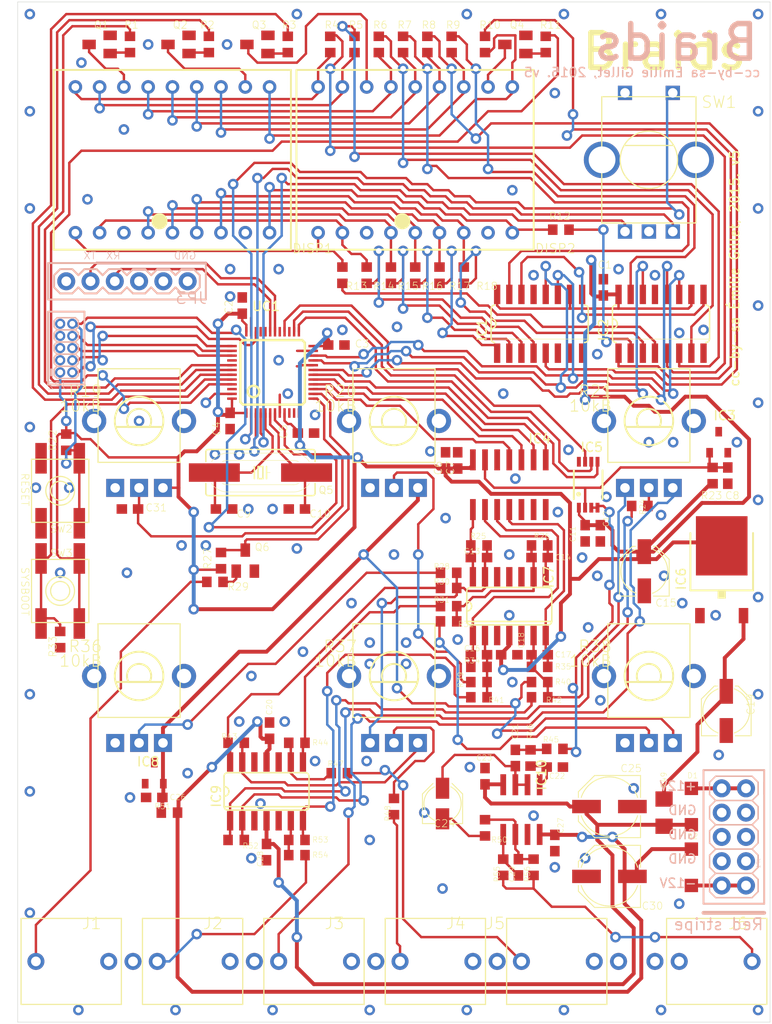
<source format=kicad_pcb>
(kicad_pcb (version 20171130) (host pcbnew 5.1.5-52549c5~84~ubuntu18.04.1)
  (layers (0 Top signal) (31 Bottom signal) (34 B.Paste user) (35 F.Paste user) (36 B.SilkS user) (37 F.SilkS user) (38 B.Mask user) (39 F.Mask user) (44 Edge.Cuts user))
  (net 0 "")
  (net 1 GND)
  (net 2 +3V3)
  (net 3 VCC)
  (net 4 VEE)
  (net 5 PITCH_CV)
  (net 6 PARAM1_CV)
  (net 7 PARAM2_CV)
  (net 8 GATE)
  (net 9 AUDIO_OUT)
  (net 10 AREF)
  (net 11 FM_CV)
  (net 12 AREF_-10)
  (net 13 /braids_v50_1/DISP_CHAR1)
  (net 14 /braids_v50_1/BOOT_FLASH)
  (net 15 /braids_v50_1/DISP_CHAR0)
  (net 16 /braids_v50_1/DISP_CHAR3)
  (net 17 /braids_v50_1/DISP_CHAR2)
  (net 18 "Net-(UC1-Pad40)")
  (net 19 /braids_v50_1/JTDO)
  (net 20 /braids_v50_1/JTDI)
  (net 21 /braids_v50_1/JTCK)
  (net 22 /braids_v50_1/JTMS)
  (net 23 "Net-(UC1-Pad33)")
  (net 24 "Net-(UC1-Pad32)")
  (net 25 /braids_v50_1/RX)
  (net 26 /braids_v50_1/TX)
  (net 27 "Net-(UC1-Pad29)")
  (net 28 /braids_v50_1/DAC_MOSI)
  (net 29 "Net-(UC1-Pad27)")
  (net 30 /braids_v50_1/DAC_SCK)
  (net 31 /braids_v50_1/DAC_SS)
  (net 32 /braids_v50_1/DISP_SCK)
  (net 33 /braids_v50_1/DISP_EN)
  (net 34 /braids_v50_1/DISP_SER)
  (net 35 /braids_v50_1/ADC_SS)
  (net 36 /braids_v50_1/ADC_MOSI)
  (net 37 /braids_v50_1/ADC_MISO)
  (net 38 /braids_v50_1/ADC_SCK)
  (net 39 /braids_v50_1/FINE_TUNE)
  (net 40 "Net-(UC1-Pad12)")
  (net 41 "Net-(UC1-Pad11)")
  (net 42 "Net-(UC1-Pad10)")
  (net 43 /braids_v50_1/RESET)
  (net 44 "Net-(C10-Pad2)")
  (net 45 "Net-(C9-Pad2)")
  (net 46 /braids_v50_1/ENC_B)
  (net 47 /braids_v50_1/ENC_A)
  (net 48 /braids_v50_1/ENC_CLICK)
  (net 49 "Net-(JP2-Pad7)")
  (net 50 "Net-(DISP1-Pad18)")
  (net 51 "Net-(DISP1-Pad17)")
  (net 52 "Net-(DISP2-Pad16)")
  (net 53 "Net-(DISP1-Pad15)")
  (net 54 "Net-(DISP1-Pad14)")
  (net 55 "Net-(DISP1-Pad13)")
  (net 56 "Net-(DISP1-Pad12)")
  (net 57 "Net-(DISP2-Pad11)")
  (net 58 "Net-(DISP1-Pad10)")
  (net 59 "Net-(DISP1-Pad9)")
  (net 60 "Net-(DISP2-Pad8)")
  (net 61 "Net-(DISP1-Pad7)")
  (net 62 "Net-(DISP1-Pad6)")
  (net 63 "Net-(DISP1-Pad5)")
  (net 64 "Net-(DISP1-Pad4)")
  (net 65 "Net-(DISP1-Pad2)")
  (net 66 "Net-(DISP1-Pad1)")
  (net 67 "Net-(DISP1-Pad16)")
  (net 68 "Net-(DISP1-Pad11)")
  (net 69 "Net-(DISP1-Pad8)")
  (net 70 "Net-(Q3-PadB)")
  (net 71 "Net-(Q4-PadB)")
  (net 72 "Net-(Q1-PadB)")
  (net 73 "Net-(Q2-PadB)")
  (net 74 "Net-(IC1-Pad14)")
  (net 75 "Net-(IC2-Pad7)")
  (net 76 "Net-(IC2-Pad6)")
  (net 77 "Net-(IC2-Pad5)")
  (net 78 "Net-(IC2-Pad4)")
  (net 79 "Net-(IC2-Pad15)")
  (net 80 "Net-(IC2-Pad3)")
  (net 81 "Net-(IC2-Pad2)")
  (net 82 "Net-(IC2-Pad1)")
  (net 83 "Net-(IC1-Pad9)")
  (net 84 "Net-(IC1-Pad7)")
  (net 85 "Net-(IC1-Pad6)")
  (net 86 "Net-(IC1-Pad5)")
  (net 87 "Net-(IC1-Pad4)")
  (net 88 "Net-(IC1-Pad15)")
  (net 89 "Net-(IC1-Pad3)")
  (net 90 "Net-(IC1-Pad2)")
  (net 91 "Net-(IC1-Pad1)")
  (net 92 "Net-(JP3-Pad6)")
  (net 93 "Net-(JP3-Pad3)")
  (net 94 "Net-(JP3-Pad2)")
  (net 95 "Net-(R20-PadP$2)")
  (net 96 "Net-(C17-Pad1)")
  (net 97 "Net-(R21-PadP$2)")
  (net 98 "Net-(IC9-Pad2)")
  (net 99 "Net-(R28-Pad1)")
  (net 100 "Net-(C13-Pad1)")
  (net 101 "Net-(R37-PadP$2)")
  (net 102 "Net-(IC9-Pad13)")
  (net 103 "Net-(IC9-Pad6)")
  (net 104 "Net-(J2-PadP3)")
  (net 105 "Net-(C16-Pad1)")
  (net 106 "Net-(IC9-Pad7)")
  (net 107 "Net-(IC9-Pad8)")
  (net 108 "Net-(IC9-Pad9)")
  (net 109 "Net-(IC9-Pad14)")
  (net 110 "Net-(IC9-Pad1)")
  (net 111 "Net-(C14-Pad1)")
  (net 112 "Net-(J3-PadP3)")
  (net 113 "Net-(J4-PadP3)")
  (net 114 "Net-(J5-PadP3)")
  (net 115 "Net-(R32-Pad1)")
  (net 116 "Net-(Q6-PadB)")
  (net 117 "Net-(J1-PadP3)")
  (net 118 "Net-(C22-Pad1)")
  (net 119 "Net-(C21-Pad2)")
  (net 120 "Net-(C29-Pad2)")
  (net 121 "Net-(C29-Pad1)")
  (net 122 "Net-(C21-Pad1)")
  (net 123 "Net-(C24-Pad-)")
  (net 124 "Net-(J6-PadP3)")
  (net 125 "Net-(J1-PadP2)")
  (net 126 "Net-(J2-PadP2)")
  (net 127 "Net-(J3-PadP2)")
  (net 128 "Net-(J4-PadP2)")
  (net 129 "Net-(J5-PadP2)")
  (net 130 "Net-(J6-PadP2)")
  (net 131 "Net-(C19-Pad+)")
  (net 132 "Net-(D1-PadA)")
  (net 133 "Net-(D2-PadC)")
  (module braids_v50:LQFP48 (layer Top) (at 135.8111 90.3986)
    (fp_text reference UC1 (at -2.2225 -6.35) (layer F.SilkS) (effects (font (size 0.9652 0.9652) (thickness 0.14478)) (justify left bottom)))
    (fp_text value STM32F103CBT6)
    (pad 48 smd rect (at -4.25 2.75) (size 1 0.254) (layers Top F.Paste F.Mask) (net 2 +3V3))
    (pad 47 smd rect (at -4.25 2.25) (size 1 0.254) (layers Top F.Paste F.Mask) (net 1 GND))
    (pad 46 smd rect (at -4.25 1.75) (size 1 0.254) (layers Top F.Paste F.Mask) (net 1 GND))
    (pad 45 smd rect (at -4.25 1.25) (size 1 0.254) (layers Top F.Paste F.Mask) (net 13 /braids_v50_1/DISP_CHAR1))
    (pad 44 smd rect (at -4.25 0.75) (size 1 0.254) (layers Top F.Paste F.Mask) (net 14 /braids_v50_1/BOOT_FLASH))
    (pad 43 smd rect (at -4.25 0.25) (size 1 0.254) (layers Top F.Paste F.Mask) (net 15 /braids_v50_1/DISP_CHAR0))
    (pad 42 smd rect (at -4.25 -0.25) (size 1 0.254) (layers Top F.Paste F.Mask) (net 16 /braids_v50_1/DISP_CHAR3))
    (pad 41 smd rect (at -4.25 -0.75) (size 1 0.254) (layers Top F.Paste F.Mask) (net 17 /braids_v50_1/DISP_CHAR2))
    (pad 40 smd rect (at -4.25 -1.25) (size 1 0.254) (layers Top F.Paste F.Mask) (net 18 "Net-(UC1-Pad40)"))
    (pad 39 smd rect (at -4.25 -1.75) (size 1 0.254) (layers Top F.Paste F.Mask) (net 19 /braids_v50_1/JTDO))
    (pad 38 smd rect (at -4.25 -2.25) (size 1 0.254) (layers Top F.Paste F.Mask) (net 20 /braids_v50_1/JTDI))
    (pad 37 smd rect (at -4.25 -2.75) (size 1 0.254) (layers Top F.Paste F.Mask) (net 21 /braids_v50_1/JTCK))
    (pad 36 smd rect (at -2.75 -4.25) (size 0.254 1) (layers Top F.Paste F.Mask) (net 2 +3V3))
    (pad 35 smd rect (at -2.25 -4.25) (size 0.254 1) (layers Top F.Paste F.Mask) (net 1 GND))
    (pad 34 smd rect (at -1.75 -4.25) (size 0.254 1) (layers Top F.Paste F.Mask) (net 22 /braids_v50_1/JTMS))
    (pad 33 smd rect (at -1.25 -4.25) (size 0.254 1) (layers Top F.Paste F.Mask) (net 23 "Net-(UC1-Pad33)"))
    (pad 32 smd rect (at -0.75 -4.25) (size 0.254 1) (layers Top F.Paste F.Mask) (net 24 "Net-(UC1-Pad32)"))
    (pad 31 smd rect (at -0.25 -4.25) (size 0.254 1) (layers Top F.Paste F.Mask) (net 25 /braids_v50_1/RX))
    (pad 30 smd rect (at 0.25 -4.25) (size 0.254 1) (layers Top F.Paste F.Mask) (net 26 /braids_v50_1/TX))
    (pad 29 smd rect (at 0.75 -4.25) (size 0.254 1) (layers Top F.Paste F.Mask) (net 27 "Net-(UC1-Pad29)"))
    (pad 28 smd rect (at 1.25 -4.25) (size 0.254 1) (layers Top F.Paste F.Mask) (net 28 /braids_v50_1/DAC_MOSI))
    (pad 27 smd rect (at 1.75 -4.25) (size 0.254 1) (layers Top F.Paste F.Mask) (net 29 "Net-(UC1-Pad27)"))
    (pad 26 smd rect (at 2.25 -4.25) (size 0.254 1) (layers Top F.Paste F.Mask) (net 30 /braids_v50_1/DAC_SCK))
    (pad 25 smd rect (at 2.75 -4.25) (size 0.254 1) (layers Top F.Paste F.Mask) (net 31 /braids_v50_1/DAC_SS))
    (pad 24 smd rect (at 4.25 -2.75) (size 1 0.254) (layers Top F.Paste F.Mask) (net 2 +3V3))
    (pad 23 smd rect (at 4.25 -2.25) (size 1 0.254) (layers Top F.Paste F.Mask) (net 1 GND))
    (pad 22 smd rect (at 4.25 -1.75) (size 1 0.254) (layers Top F.Paste F.Mask) (net 32 /braids_v50_1/DISP_SCK))
    (pad 21 smd rect (at 4.25 -1.25) (size 1 0.254) (layers Top F.Paste F.Mask) (net 33 /braids_v50_1/DISP_EN))
    (pad 20 smd rect (at 4.25 -0.75) (size 1 0.254) (layers Top F.Paste F.Mask) (net 1 GND))
    (pad 19 smd rect (at 4.25 -0.25) (size 1 0.254) (layers Top F.Paste F.Mask) (net 34 /braids_v50_1/DISP_SER))
    (pad 18 smd rect (at 4.25 0.25) (size 1 0.254) (layers Top F.Paste F.Mask) (net 35 /braids_v50_1/ADC_SS))
    (pad 17 smd rect (at 4.25 0.75) (size 1 0.254) (layers Top F.Paste F.Mask) (net 36 /braids_v50_1/ADC_MOSI))
    (pad 16 smd rect (at 4.25 1.25) (size 1 0.254) (layers Top F.Paste F.Mask) (net 37 /braids_v50_1/ADC_MISO))
    (pad 15 smd rect (at 4.25 1.75) (size 1 0.254) (layers Top F.Paste F.Mask) (net 38 /braids_v50_1/ADC_SCK))
    (pad 14 smd rect (at 4.25 2.25) (size 1 0.254) (layers Top F.Paste F.Mask) (net 8 GATE))
    (pad 13 smd rect (at 4.25 2.75) (size 1 0.254) (layers Top F.Paste F.Mask) (net 39 /braids_v50_1/FINE_TUNE))
    (pad 12 smd rect (at 2.75 4.25) (size 0.254 1) (layers Top F.Paste F.Mask) (net 40 "Net-(UC1-Pad12)"))
    (pad 11 smd rect (at 2.25 4.25) (size 0.254 1) (layers Top F.Paste F.Mask) (net 41 "Net-(UC1-Pad11)"))
    (pad 10 smd rect (at 1.75 4.25) (size 0.254 1) (layers Top F.Paste F.Mask) (net 42 "Net-(UC1-Pad10)"))
    (pad 9 smd rect (at 1.25 4.25) (size 0.254 1) (layers Top F.Paste F.Mask) (net 2 +3V3))
    (pad 8 smd rect (at 0.75 4.25) (size 0.254 1) (layers Top F.Paste F.Mask) (net 1 GND))
    (pad 7 smd rect (at 0.25 4.25) (size 0.254 1) (layers Top F.Paste F.Mask) (net 43 /braids_v50_1/RESET))
    (pad 6 smd rect (at -0.25 4.25) (size 0.254 1) (layers Top F.Paste F.Mask) (net 44 "Net-(C10-Pad2)"))
    (pad 5 smd rect (at -0.75 4.25) (size 0.254 1) (layers Top F.Paste F.Mask) (net 45 "Net-(C9-Pad2)"))
    (pad 4 smd rect (at -1.25 4.25) (size 0.254 1) (layers Top F.Paste F.Mask) (net 46 /braids_v50_1/ENC_B))
    (pad 3 smd rect (at -1.75 4.25) (size 0.254 1) (layers Top F.Paste F.Mask) (net 47 /braids_v50_1/ENC_A))
    (pad 2 smd rect (at -2.25 4.25) (size 0.254 1) (layers Top F.Paste F.Mask) (net 48 /braids_v50_1/ENC_CLICK))
    (pad 1 smd rect (at -2.75 4.25) (size 0.254 1) (layers Top F.Paste F.Mask) (net 2 +3V3))
  )
  (module braids_v50:HC49UP (layer Top) (at 134.5411 100.8761 180)
    (fp_text reference Q5 (at -6.0325 -2.286) (layer F.SilkS) (effects (font (size 0.77216 0.77216) (thickness 0.077216)) (justify left bottom)))
    (fp_text value 8MHz)
    (pad 2 smd rect (at 4.826 0 180) (size 5.334 1.9304) (layers Top F.Paste F.Mask) (net 45 "Net-(C9-Pad2)"))
    (pad 1 smd rect (at -4.826 0 180) (size 5.334 1.9304) (layers Top F.Paste F.Mask) (net 44 "Net-(C10-Pad2)"))
  )
  (module braids_v50:C0603 (layer Top) (at 138.3511 104.6861)
    (fp_text reference C10 (at 1.27 0.9525) (layer F.SilkS) (effects (font (size 0.77216 0.77216) (thickness 0.061772)) (justify left bottom)))
    (fp_text value 18p)
    (pad 2 smd rect (at 0.85 0) (size 1.1 1) (layers Top F.Paste F.Mask) (net 44 "Net-(C10-Pad2)"))
    (pad 1 smd rect (at -0.85 0) (size 1.1 1) (layers Top F.Paste F.Mask) (net 1 GND))
  )
  (module braids_v50:EVQ-Q2 (layer Top) (at 113.5861 102.7811 270)
    (fp_text reference SW2 (at 4.4375 1.095) (layer F.SilkS) (effects (font (size 0.77216 0.77216) (thickness 0.061772)) (justify left bottom)))
    (fp_text value EVQQ2)
    (pad A smd rect (at -3.4 2 270) (size 3.2 1.2) (layers Top F.Paste F.Mask) (net 1 GND))
    (pad A' smd rect (at 3.4 2 270) (size 3.2 1.2) (layers Top F.Paste F.Mask) (net 1 GND))
    (pad B' smd rect (at 3.4 -2 270) (size 3.2 1.2) (layers Top F.Paste F.Mask) (net 43 /braids_v50_1/RESET))
    (pad B smd rect (at -3.4 -2 270) (size 3.2 1.2) (layers Top F.Paste F.Mask) (net 43 /braids_v50_1/RESET))
  )
  (module braids_v50:R0603 (layer Top) (at 114.2211 97.7011 90)
    (fp_text reference R22 (at -0.9525 -0.9525 90) (layer F.SilkS) (effects (font (size 0.77216 0.77216) (thickness 0.061772)) (justify left bottom)))
    (fp_text value 10k)
    (pad 2 smd rect (at 0.85 0 90) (size 1 1.1) (layers Top F.Paste F.Mask) (net 2 +3V3))
    (pad 1 smd rect (at -0.85 0 90) (size 1 1.1) (layers Top F.Paste F.Mask) (net 43 /braids_v50_1/RESET))
  )
  (module braids_v50:C0603 (layer Top) (at 130.7311 104.6861 180)
    (fp_text reference C9 (at -1.27 -0.9525) (layer F.SilkS) (effects (font (size 0.77216 0.77216) (thickness 0.061772)) (justify left bottom)))
    (fp_text value 18p)
    (pad 2 smd rect (at 0.85 0 180) (size 1.1 1) (layers Top F.Paste F.Mask) (net 45 "Net-(C9-Pad2)"))
    (pad 1 smd rect (at -0.85 0 180) (size 1.1 1) (layers Top F.Paste F.Mask) (net 1 GND))
  )
  (module braids_v50:EVQ-Q2 (layer Top) (at 113.5861 113.2586 270)
    (fp_text reference SW3 (at -3.5 1.095) (layer F.SilkS) (effects (font (size 0.77216 0.77216) (thickness 0.061772)) (justify left bottom)))
    (fp_text value EVQQ2)
    (pad A smd rect (at -3.4 2 270) (size 3.2 1.2) (layers Top F.Paste F.Mask) (net 14 /braids_v50_1/BOOT_FLASH))
    (pad A' smd rect (at 3.4 2 270) (size 3.2 1.2) (layers Top F.Paste F.Mask) (net 14 /braids_v50_1/BOOT_FLASH))
    (pad B' smd rect (at 3.4 -2 270) (size 3.2 1.2) (layers Top F.Paste F.Mask) (net 2 +3V3))
    (pad B smd rect (at -3.4 -2 270) (size 3.2 1.2) (layers Top F.Paste F.Mask) (net 2 +3V3))
  )
  (module braids_v50:R0603 (layer Top) (at 113.5861 118.3386 90)
    (fp_text reference R33 (at -1.905 -0.3175 90) (layer F.SilkS) (effects (font (size 0.77216 0.77216) (thickness 0.061772)) (justify left bottom)))
    (fp_text value 10k)
    (pad 2 smd rect (at 0.85 0 90) (size 1 1.1) (layers Top F.Paste F.Mask) (net 14 /braids_v50_1/BOOT_FLASH))
    (pad 1 smd rect (at -0.85 0 90) (size 1 1.1) (layers Top F.Paste F.Mask) (net 1 GND))
  )
  (module braids_v50:2X5-1.27 (layer Bottom) (at 114.8561 86.5886)
    (fp_text reference JP2 (at -2.667 5.6515) (layer B.SilkS) (effects (font (size 0.77216 0.77216) (thickness 0.061772)) (justify right bottom mirror)))
    (fp_text value M05X2MINIJTAG hide)
    (pad 10 thru_hole circle (at 0 -1.27 90) (size 1.0668 1.0668) (drill 0.6096) (layers *.Cu *.Mask) (net 43 /braids_v50_1/RESET))
    (pad 9 thru_hole circle (at -1.27 -1.27 90) (size 1.0668 1.0668) (drill 0.6096) (layers *.Cu *.Mask) (net 1 GND))
    (pad 8 thru_hole circle (at 0 0 90) (size 1.0668 1.0668) (drill 0.6096) (layers *.Cu *.Mask) (net 20 /braids_v50_1/JTDI))
    (pad 7 thru_hole circle (at -1.27 0 90) (size 1.0668 1.0668) (drill 0.6096) (layers *.Cu *.Mask) (net 49 "Net-(JP2-Pad7)"))
    (pad 6 thru_hole circle (at 0 1.27 90) (size 1.0668 1.0668) (drill 0.6096) (layers *.Cu *.Mask) (net 19 /braids_v50_1/JTDO))
    (pad 5 thru_hole circle (at -1.27 1.27 90) (size 1.0668 1.0668) (drill 0.6096) (layers *.Cu *.Mask) (net 1 GND))
    (pad 4 thru_hole circle (at 0 2.54 90) (size 1.0668 1.0668) (drill 0.6096) (layers *.Cu *.Mask) (net 21 /braids_v50_1/JTCK))
    (pad 3 thru_hole circle (at -1.27 2.54 90) (size 1.0668 1.0668) (drill 0.6096) (layers *.Cu *.Mask) (net 1 GND))
    (pad 2 thru_hole circle (at 0 3.81 90) (size 1.0668 1.0668) (drill 0.6096) (layers *.Cu *.Mask) (net 22 /braids_v50_1/JTMS))
    (pad 1 thru_hole circle (at -1.27 3.81 90) (size 1.0668 1.0668) (drill 0.6096) (layers *.Cu *.Mask) (net 2 +3V3))
  )
  (module braids_v50:PANASONIC_D (layer Top) (at 171.0536 135.8011 180)
    (fp_text reference C25 (at -1.1075 3.54) (layer F.SilkS) (effects (font (size 0.77216 0.77216) (thickness 0.061772)) (justify left bottom)))
    (fp_text value 47u)
    (pad + smd rect (at 2.4 0 180) (size 3 1.4) (layers Top F.Paste F.Mask) (net 3 VCC))
    (pad - smd rect (at -2.4 0 180) (size 3 1.4) (layers Top F.Paste F.Mask) (net 1 GND))
  )
  (module braids_v50:PANASONIC_D (layer Top) (at 171.0536 143.1036 180)
    (fp_text reference C30 (at -3.3375 -3.54) (layer F.SilkS) (effects (font (size 0.77216 0.77216) (thickness 0.061772)) (justify left bottom)))
    (fp_text value 47u)
    (pad + smd rect (at 2.4 0 180) (size 3 1.4) (layers Top F.Paste F.Mask) (net 1 GND))
    (pad - smd rect (at -2.4 0 180) (size 3 1.4) (layers Top F.Paste F.Mask) (net 4 VEE))
  )
  (module braids_v50:PANASONIC_C (layer Top) (at 174.7048 111.1949 90)
    (fp_text reference C15 (at -3.7625 1.1075) (layer F.SilkS) (effects (font (size 0.77216 0.77216) (thickness 0.061772)) (justify left bottom)))
    (fp_text value 22u)
    (pad + smd rect (at 2.05 0 90) (size 2.6 1.4) (layers Top F.Paste F.Mask) (net 2 +3V3))
    (pad - smd rect (at -2.05 0 90) (size 2.6 1.4) (layers Top F.Paste F.Mask) (net 1 GND))
  )
  (module braids_v50:C0603 (layer Top) (at 131.3661 95.4786 270)
    (fp_text reference C4 (at 1.5875 0.9525 90) (layer F.SilkS) (effects (font (size 0.77216 0.77216) (thickness 0.061772)) (justify left bottom)))
    (fp_text value 100n)
    (pad 2 smd rect (at 0.85 0 270) (size 1.1 1) (layers Top F.Paste F.Mask) (net 1 GND))
    (pad 1 smd rect (at -0.85 0 270) (size 1.1 1) (layers Top F.Paste F.Mask) (net 2 +3V3))
  )
  (module braids_v50:TO252 (layer Top) (at 182.8011 111.0361)
    (fp_text reference IC6 (at -3.683 2.2225 90) (layer F.SilkS) (effects (font (size 0.9652 0.9652) (thickness 0.14478)) (justify left bottom)))
    (fp_text value LM1117-3.3)
    (pad 2 smd rect (at 2.28 4.8) (size 1 1.6) (layers Top F.Paste F.Mask) (net 131 "Net-(C19-Pad+)"))
    (pad 1 smd rect (at -2.28 4.8) (size 1 1.6) (layers Top F.Paste F.Mask) (net 1 GND))
    (pad 3 smd rect (at 0 -2.5) (size 5.4 6.2) (layers Top F.Paste F.Mask) (net 2 +3V3))
  )
  (module braids_v50:C0603 (layer Top) (at 168.5136 107.2261 270)
    (fp_text reference C11 (at 0.9525 0.9525 90) (layer F.SilkS) (effects (font (size 0.57912 0.57912) (thickness 0.046329)) (justify left bottom)))
    (fp_text value 100n)
    (pad 2 smd rect (at 0.85 0 270) (size 1.1 1) (layers Top F.Paste F.Mask) (net 1 GND))
    (pad 1 smd rect (at -0.85 0 270) (size 1.1 1) (layers Top F.Paste F.Mask) (net 2 +3V3))
  )
  (module braids_v50:C0603 (layer Top) (at 132.6361 83.4136 90)
    (fp_text reference C2 (at -0.9525 -0.9525 90) (layer F.SilkS) (effects (font (size 0.77216 0.77216) (thickness 0.061772)) (justify left bottom)))
    (fp_text value 100n)
    (pad 2 smd rect (at 0.85 0 90) (size 1.1 1) (layers Top F.Paste F.Mask) (net 1 GND))
    (pad 1 smd rect (at -0.85 0 90) (size 1.1 1) (layers Top F.Paste F.Mask) (net 2 +3V3))
  )
  (module braids_v50:C0603 (layer Top) (at 142.4786 87.5411)
    (fp_text reference C3 (at 1.905 0.3175) (layer F.SilkS) (effects (font (size 0.77216 0.77216) (thickness 0.061772)) (justify left bottom)))
    (fp_text value 100n)
    (pad 2 smd rect (at 0.85 0) (size 1.1 1) (layers Top F.Paste F.Mask) (net 1 GND))
    (pad 1 smd rect (at -0.85 0) (size 1.1 1) (layers Top F.Paste F.Mask) (net 2 +3V3))
  )
  (module braids_v50:C0603 (layer Top) (at 139.3036 96.7486)
    (fp_text reference C5 (at -1.905 0.635 90) (layer F.SilkS) (effects (font (size 0.77216 0.77216) (thickness 0.061772)) (justify left bottom)))
    (fp_text value 100n)
    (pad 2 smd rect (at 0.85 0) (size 1.1 1) (layers Top F.Paste F.Mask) (net 1 GND))
    (pad 1 smd rect (at -0.85 0) (size 1.1 1) (layers Top F.Paste F.Mask) (net 2 +3V3))
  )
  (module braids_v50:C0603 (layer Top) (at 170.1011 107.2261 270)
    (fp_text reference C12 (at -0.635 -0.9525 90) (layer F.SilkS) (effects (font (size 0.57912 0.57912) (thickness 0.046329)) (justify left bottom)))
    (fp_text value 1u)
    (pad 2 smd rect (at 0.85 0 270) (size 1.1 1) (layers Top F.Paste F.Mask) (net 1 GND))
    (pad 1 smd rect (at -0.85 0 270) (size 1.1 1) (layers Top F.Paste F.Mask) (net 2 +3V3))
  )
  (module braids_v50:C0603 (layer Top) (at 153.9086 99.6061 90)
    (fp_text reference C6 (at -1.5875 -0.3175 90) (layer F.SilkS) (effects (font (size 0.77216 0.77216) (thickness 0.061772)) (justify left bottom)))
    (fp_text value 1u)
    (pad 2 smd rect (at 0.85 0 90) (size 1.1 1) (layers Top F.Paste F.Mask) (net 1 GND))
    (pad 1 smd rect (at -0.85 0 90) (size 1.1 1) (layers Top F.Paste F.Mask) (net 2 +3V3))
  )
  (module braids_v50:C0603 (layer Top) (at 155.1786 99.6061 90)
    (fp_text reference C7 (at -1.5875 -0.3175 90) (layer F.SilkS) (effects (font (size 0.77216 0.77216) (thickness 0.061772)) (justify left bottom)))
    (fp_text value 100n)
    (pad 2 smd rect (at 0.85 0 90) (size 1.1 1) (layers Top F.Paste F.Mask) (net 1 GND))
    (pad 1 smd rect (at -0.85 0 90) (size 1.1 1) (layers Top F.Paste F.Mask) (net 2 +3V3))
  )
  (module braids_v50:PDC54 (layer Top) (at 150.7336 68.1736)
    (fp_text reference DISP2 (at 12.4825 9.8425) (layer F.SilkS) (effects (font (size 0.9652 0.9652) (thickness 0.09652)) (justify left bottom)))
    (fp_text value KINGBRIGHT-PDC54-11 hide)
    (pad 18 thru_hole circle (at -10.16 -7.62 180) (size 1.4224 1.4224) (drill 0.8) (layers *.Cu *.Mask) (net 50 "Net-(DISP1-Pad18)"))
    (pad 17 thru_hole circle (at -7.62 -7.62 180) (size 1.4224 1.4224) (drill 0.8) (layers *.Cu *.Mask) (net 51 "Net-(DISP1-Pad17)"))
    (pad 16 thru_hole circle (at -5.08 -7.62 180) (size 1.4224 1.4224) (drill 0.8) (layers *.Cu *.Mask) (net 52 "Net-(DISP2-Pad16)"))
    (pad 15 thru_hole circle (at -2.54 -7.62 180) (size 1.4224 1.4224) (drill 0.8) (layers *.Cu *.Mask) (net 53 "Net-(DISP1-Pad15)"))
    (pad 14 thru_hole circle (at 0 -7.62 180) (size 1.4224 1.4224) (drill 0.8) (layers *.Cu *.Mask) (net 54 "Net-(DISP1-Pad14)"))
    (pad 13 thru_hole circle (at 2.54 -7.62 180) (size 1.4224 1.4224) (drill 0.8) (layers *.Cu *.Mask) (net 55 "Net-(DISP1-Pad13)"))
    (pad 12 thru_hole circle (at 5.08 -7.62 180) (size 1.4224 1.4224) (drill 0.8) (layers *.Cu *.Mask) (net 56 "Net-(DISP1-Pad12)"))
    (pad 11 thru_hole circle (at 7.62 -7.62 180) (size 1.4224 1.4224) (drill 0.8) (layers *.Cu *.Mask) (net 57 "Net-(DISP2-Pad11)"))
    (pad 10 thru_hole circle (at 10.16 -7.62 180) (size 1.4224 1.4224) (drill 0.8) (layers *.Cu *.Mask) (net 58 "Net-(DISP1-Pad10)"))
    (pad 9 thru_hole circle (at 10.16 7.62) (size 1.4224 1.4224) (drill 0.8) (layers *.Cu *.Mask) (net 59 "Net-(DISP1-Pad9)"))
    (pad 8 thru_hole circle (at 7.62 7.62) (size 1.4224 1.4224) (drill 0.8) (layers *.Cu *.Mask) (net 60 "Net-(DISP2-Pad8)"))
    (pad 7 thru_hole circle (at 5.08 7.62) (size 1.4224 1.4224) (drill 0.8) (layers *.Cu *.Mask) (net 61 "Net-(DISP1-Pad7)"))
    (pad 6 thru_hole circle (at 2.54 7.62) (size 1.4224 1.4224) (drill 0.8) (layers *.Cu *.Mask) (net 62 "Net-(DISP1-Pad6)"))
    (pad 5 thru_hole circle (at 0 7.62) (size 1.4224 1.4224) (drill 0.8) (layers *.Cu *.Mask) (net 63 "Net-(DISP1-Pad5)"))
    (pad 4 thru_hole circle (at -2.54 7.62) (size 1.4224 1.4224) (drill 0.8) (layers *.Cu *.Mask) (net 64 "Net-(DISP1-Pad4)"))
    (pad 3 thru_hole circle (at -5.08 7.62) (size 1.4224 1.4224) (drill 0.8) (layers *.Cu *.Mask))
    (pad 2 thru_hole circle (at -7.62 7.62) (size 1.4224 1.4224) (drill 0.8) (layers *.Cu *.Mask) (net 65 "Net-(DISP1-Pad2)"))
    (pad 1 thru_hole circle (at -10.16 7.62) (size 1.4224 1.4224) (drill 0.8) (layers *.Cu *.Mask) (net 66 "Net-(DISP1-Pad1)"))
  )
  (module braids_v50:PDC54 (layer Top) (at 125.3336 68.1736)
    (fp_text reference DISP1 (at 12.4825 9.8425) (layer F.SilkS) (effects (font (size 0.9652 0.9652) (thickness 0.09652)) (justify left bottom)))
    (fp_text value KINGBRIGHT-PDC54-11 hide)
    (pad 18 thru_hole circle (at -10.16 -7.62 180) (size 1.4224 1.4224) (drill 0.8) (layers *.Cu *.Mask) (net 50 "Net-(DISP1-Pad18)"))
    (pad 17 thru_hole circle (at -7.62 -7.62 180) (size 1.4224 1.4224) (drill 0.8) (layers *.Cu *.Mask) (net 51 "Net-(DISP1-Pad17)"))
    (pad 16 thru_hole circle (at -5.08 -7.62 180) (size 1.4224 1.4224) (drill 0.8) (layers *.Cu *.Mask) (net 67 "Net-(DISP1-Pad16)"))
    (pad 15 thru_hole circle (at -2.54 -7.62 180) (size 1.4224 1.4224) (drill 0.8) (layers *.Cu *.Mask) (net 53 "Net-(DISP1-Pad15)"))
    (pad 14 thru_hole circle (at 0 -7.62 180) (size 1.4224 1.4224) (drill 0.8) (layers *.Cu *.Mask) (net 54 "Net-(DISP1-Pad14)"))
    (pad 13 thru_hole circle (at 2.54 -7.62 180) (size 1.4224 1.4224) (drill 0.8) (layers *.Cu *.Mask) (net 55 "Net-(DISP1-Pad13)"))
    (pad 12 thru_hole circle (at 5.08 -7.62 180) (size 1.4224 1.4224) (drill 0.8) (layers *.Cu *.Mask) (net 56 "Net-(DISP1-Pad12)"))
    (pad 11 thru_hole circle (at 7.62 -7.62 180) (size 1.4224 1.4224) (drill 0.8) (layers *.Cu *.Mask) (net 68 "Net-(DISP1-Pad11)"))
    (pad 10 thru_hole circle (at 10.16 -7.62 180) (size 1.4224 1.4224) (drill 0.8) (layers *.Cu *.Mask) (net 58 "Net-(DISP1-Pad10)"))
    (pad 9 thru_hole circle (at 10.16 7.62) (size 1.4224 1.4224) (drill 0.8) (layers *.Cu *.Mask) (net 59 "Net-(DISP1-Pad9)"))
    (pad 8 thru_hole circle (at 7.62 7.62) (size 1.4224 1.4224) (drill 0.8) (layers *.Cu *.Mask) (net 69 "Net-(DISP1-Pad8)"))
    (pad 7 thru_hole circle (at 5.08 7.62) (size 1.4224 1.4224) (drill 0.8) (layers *.Cu *.Mask) (net 61 "Net-(DISP1-Pad7)"))
    (pad 6 thru_hole circle (at 2.54 7.62) (size 1.4224 1.4224) (drill 0.8) (layers *.Cu *.Mask) (net 62 "Net-(DISP1-Pad6)"))
    (pad 5 thru_hole circle (at 0 7.62) (size 1.4224 1.4224) (drill 0.8) (layers *.Cu *.Mask) (net 63 "Net-(DISP1-Pad5)"))
    (pad 4 thru_hole circle (at -2.54 7.62) (size 1.4224 1.4224) (drill 0.8) (layers *.Cu *.Mask) (net 64 "Net-(DISP1-Pad4)"))
    (pad 3 thru_hole circle (at -5.08 7.62) (size 1.4224 1.4224) (drill 0.8) (layers *.Cu *.Mask))
    (pad 2 thru_hole circle (at -7.62 7.62) (size 1.4224 1.4224) (drill 0.8) (layers *.Cu *.Mask) (net 65 "Net-(DISP1-Pad2)"))
    (pad 1 thru_hole circle (at -10.16 7.62) (size 1.4224 1.4224) (drill 0.8) (layers *.Cu *.Mask) (net 66 "Net-(DISP1-Pad1)"))
  )
  (module braids_v50:SOT23-BEC (layer Top) (at 134.2236 56.1086 90)
    (fp_text reference Q3 (at 1.5875 -0.635) (layer F.SilkS) (effects (font (size 0.77216 0.77216) (thickness 0.061772)) (justify left bottom)))
    (fp_text value MMBT3904)
    (pad B smd rect (at -0.95 1.1 90) (size 1 1.4) (layers Top F.Paste F.Mask) (net 70 "Net-(Q3-PadB)"))
    (pad E smd rect (at 0.95 1.1 90) (size 1 1.4) (layers Top F.Paste F.Mask) (net 1 GND))
    (pad C smd rect (at 0 -1.1 90) (size 1 1.4) (layers Top F.Paste F.Mask) (net 52 "Net-(DISP2-Pad16)"))
  )
  (module braids_v50:SOT23-BEC (layer Top) (at 161.2111 56.1086 90)
    (fp_text reference Q4 (at 1.5875 -0.635) (layer F.SilkS) (effects (font (size 0.77216 0.77216) (thickness 0.061772)) (justify left bottom)))
    (fp_text value MMBT3904)
    (pad B smd rect (at -0.95 1.1 90) (size 1 1.4) (layers Top F.Paste F.Mask) (net 71 "Net-(Q4-PadB)"))
    (pad E smd rect (at 0.95 1.1 90) (size 1 1.4) (layers Top F.Paste F.Mask) (net 1 GND))
    (pad C smd rect (at 0 -1.1 90) (size 1 1.4) (layers Top F.Paste F.Mask) (net 57 "Net-(DISP2-Pad11)"))
  )
  (module braids_v50:SOT23-BEC (layer Top) (at 117.7136 56.1086 90)
    (fp_text reference Q1 (at 1.5875 -0.635) (layer F.SilkS) (effects (font (size 0.77216 0.77216) (thickness 0.061772)) (justify left bottom)))
    (fp_text value MMBT3904)
    (pad B smd rect (at -0.95 1.1 90) (size 1 1.4) (layers Top F.Paste F.Mask) (net 72 "Net-(Q1-PadB)"))
    (pad E smd rect (at 0.95 1.1 90) (size 1 1.4) (layers Top F.Paste F.Mask) (net 1 GND))
    (pad C smd rect (at 0 -1.1 90) (size 1 1.4) (layers Top F.Paste F.Mask) (net 67 "Net-(DISP1-Pad16)"))
  )
  (module braids_v50:SOT23-BEC (layer Top) (at 125.9686 56.1086 90)
    (fp_text reference Q2 (at 1.5875 -0.635) (layer F.SilkS) (effects (font (size 0.77216 0.77216) (thickness 0.061772)) (justify left bottom)))
    (fp_text value MMBT3904)
    (pad B smd rect (at -0.95 1.1 90) (size 1 1.4) (layers Top F.Paste F.Mask) (net 73 "Net-(Q2-PadB)"))
    (pad E smd rect (at 0.95 1.1 90) (size 1 1.4) (layers Top F.Paste F.Mask) (net 1 GND))
    (pad C smd rect (at 0 -1.1 90) (size 1 1.4) (layers Top F.Paste F.Mask) (net 68 "Net-(DISP1-Pad11)"))
  )
  (module braids_v50:ALPS_EC12E_SW (layer Top) (at 175.1811 68.1736)
    (fp_text reference SW1 (at 5.4375 -5.325) (layer F.SilkS) (effects (font (size 1.2065 1.2065) (thickness 0.09652)) (justify left bottom)))
    (fp_text value EC12E_SW hide)
    (pad GND2 thru_hole circle (at 4.9 0) (size 3.816 3.816) (drill 2.8) (layers *.Cu *.Mask))
    (pad GND1 thru_hole circle (at -4.9 0) (size 3.816 3.816) (drill 2.8) (layers *.Cu *.Mask))
    (pad E thru_hole rect (at 2.5 -7) (size 1.5 1.5) (drill 1) (layers *.Cu *.Mask) (net 48 /braids_v50_1/ENC_CLICK))
    (pad D thru_hole rect (at -2.5 -7) (size 1.5 1.5) (drill 1) (layers *.Cu *.Mask) (net 1 GND))
    (pad B thru_hole rect (at 2.5 7.5) (size 1.5 1.5) (drill 1) (layers *.Cu *.Mask) (net 47 /braids_v50_1/ENC_A))
    (pad C thru_hole rect (at 0 7.5) (size 1.5 1.5) (drill 1) (layers *.Cu *.Mask) (net 1 GND))
    (pad A thru_hole rect (at -2.5 7.5) (size 1.5 1.5) (drill 1) (layers *.Cu *.Mask) (net 46 /braids_v50_1/ENC_B))
  )
  (module braids_v50:ALPS_POT_VERTICAL_PS (layer Top) (at 148.5111 95.4786 180)
    (fp_text reference R20 (at 3.81 3.81) (layer F.SilkS) (effects (font (size 1.2065 1.2065) (thickness 0.09652)) (justify right top)))
    (fp_text value 10kB (at 3.81 2.286) (layer F.SilkS) (effects (font (size 1.2065 1.2065) (thickness 0.09652)) (justify right top)))
    (pad P$5 thru_hole circle (at 4.7 0 90) (size 2.54 2.54) (drill 1.5) (layers *.Cu *.Mask))
    (pad P$4 thru_hole circle (at -4.7 0 90) (size 2.54 2.54) (drill 1.5) (layers *.Cu *.Mask))
    (pad P$3 thru_hole rect (at 2.5 -7 90) (size 1.8796 1.8796) (drill 1) (layers *.Cu *.Mask) (net 1 GND))
    (pad P$2 thru_hole rect (at 0 -7 90) (size 1.8796 1.8796) (drill 1) (layers *.Cu *.Mask) (net 95 "Net-(R20-PadP$2)"))
    (pad P$1 thru_hole rect (at -2.5 -7 90) (size 1.8796 1.8796) (drill 1) (layers *.Cu *.Mask) (net 12 AREF_-10))
  )
  (module braids_v50:ALPS_POT_VERTICAL_PS (layer Top) (at 175.1811 95.4786 180)
    (fp_text reference R21 (at 3.81 3.81) (layer F.SilkS) (effects (font (size 1.2065 1.2065) (thickness 0.09652)) (justify right top)))
    (fp_text value 10kB (at 3.81 2.286) (layer F.SilkS) (effects (font (size 1.2065 1.2065) (thickness 0.09652)) (justify right top)))
    (pad P$5 thru_hole circle (at 4.7 0 90) (size 2.54 2.54) (drill 1.5) (layers *.Cu *.Mask))
    (pad P$4 thru_hole circle (at -4.7 0 90) (size 2.54 2.54) (drill 1.5) (layers *.Cu *.Mask))
    (pad P$3 thru_hole rect (at 2.5 -7 90) (size 1.8796 1.8796) (drill 1) (layers *.Cu *.Mask) (net 96 "Net-(C17-Pad1)"))
    (pad P$2 thru_hole rect (at 0 -7 90) (size 1.8796 1.8796) (drill 1) (layers *.Cu *.Mask) (net 97 "Net-(R21-PadP$2)"))
    (pad P$1 thru_hole rect (at -2.5 -7 90) (size 1.8796 1.8796) (drill 1) (layers *.Cu *.Mask) (net 98 "Net-(IC9-Pad2)"))
  )
  (module braids_v50:ALPS_POT_VERTICAL_PS (layer Top) (at 121.8411 122.1486 180)
    (fp_text reference R36 (at 3.81 3.81) (layer F.SilkS) (effects (font (size 1.2065 1.2065) (thickness 0.09652)) (justify right top)))
    (fp_text value 10kB (at 3.81 2.286) (layer F.SilkS) (effects (font (size 1.2065 1.2065) (thickness 0.09652)) (justify right top)))
    (pad P$5 thru_hole circle (at 4.7 0 90) (size 2.54 2.54) (drill 1.5) (layers *.Cu *.Mask))
    (pad P$4 thru_hole circle (at -4.7 0 90) (size 2.54 2.54) (drill 1.5) (layers *.Cu *.Mask))
    (pad P$3 thru_hole rect (at 2.5 -7 90) (size 1.8796 1.8796) (drill 1) (layers *.Cu *.Mask) (net 1 GND))
    (pad P$2 thru_hole rect (at 0 -7 90) (size 1.8796 1.8796) (drill 1) (layers *.Cu *.Mask) (net 99 "Net-(R28-Pad1)"))
    (pad P$1 thru_hole rect (at -2.5 -7 90) (size 1.8796 1.8796) (drill 1) (layers *.Cu *.Mask) (net 12 AREF_-10))
  )
  (module braids_v50:ALPS_POT_VERTICAL_PS (layer Top) (at 148.5111 122.1486 180)
    (fp_text reference R37 (at 3.81 3.81) (layer F.SilkS) (effects (font (size 1.2065 1.2065) (thickness 0.09652)) (justify right top)))
    (fp_text value 10kB (at 3.81 2.286) (layer F.SilkS) (effects (font (size 1.2065 1.2065) (thickness 0.09652)) (justify right top)))
    (pad P$5 thru_hole circle (at 4.7 0 90) (size 2.54 2.54) (drill 1.5) (layers *.Cu *.Mask))
    (pad P$4 thru_hole circle (at -4.7 0 90) (size 2.54 2.54) (drill 1.5) (layers *.Cu *.Mask))
    (pad P$3 thru_hole rect (at 2.5 -7 90) (size 1.8796 1.8796) (drill 1) (layers *.Cu *.Mask) (net 100 "Net-(C13-Pad1)"))
    (pad P$2 thru_hole rect (at 0 -7 90) (size 1.8796 1.8796) (drill 1) (layers *.Cu *.Mask) (net 101 "Net-(R37-PadP$2)"))
    (pad P$1 thru_hole rect (at -2.5 -7 90) (size 1.8796 1.8796) (drill 1) (layers *.Cu *.Mask) (net 102 "Net-(IC9-Pad13)"))
  )
  (module braids_v50:R0603 (layer Top) (at 137.3986 56.1086 270)
    (fp_text reference R3 (at -1.5875 0.635) (layer F.SilkS) (effects (font (size 0.77216 0.77216) (thickness 0.061772)) (justify left bottom)))
    (fp_text value 1.0k)
    (pad 2 smd rect (at 0.85 0 270) (size 1 1.1) (layers Top F.Paste F.Mask) (net 70 "Net-(Q3-PadB)"))
    (pad 1 smd rect (at -0.85 0 270) (size 1 1.1) (layers Top F.Paste F.Mask) (net 15 /braids_v50_1/DISP_CHAR0))
  )
  (module braids_v50:R0603 (layer Top) (at 164.3861 56.1086 270)
    (fp_text reference R11 (at -1.5875 0.635) (layer F.SilkS) (effects (font (size 0.77216 0.77216) (thickness 0.061772)) (justify left bottom)))
    (fp_text value 1.0k)
    (pad 2 smd rect (at 0.85 0 270) (size 1 1.1) (layers Top F.Paste F.Mask) (net 71 "Net-(Q4-PadB)"))
    (pad 1 smd rect (at -0.85 0 270) (size 1 1.1) (layers Top F.Paste F.Mask) (net 13 /braids_v50_1/DISP_CHAR1))
  )
  (module braids_v50:R0603 (layer Top) (at 120.8886 56.1086 270)
    (fp_text reference R1 (at -1.5875 0.635) (layer F.SilkS) (effects (font (size 0.77216 0.77216) (thickness 0.061772)) (justify left bottom)))
    (fp_text value 1.0k)
    (pad 2 smd rect (at 0.85 0 270) (size 1 1.1) (layers Top F.Paste F.Mask) (net 72 "Net-(Q1-PadB)"))
    (pad 1 smd rect (at -0.85 0 270) (size 1 1.1) (layers Top F.Paste F.Mask) (net 17 /braids_v50_1/DISP_CHAR2))
  )
  (module braids_v50:R0603 (layer Top) (at 129.1436 56.1086 270)
    (fp_text reference R2 (at -1.5875 0.9525) (layer F.SilkS) (effects (font (size 0.77216 0.77216) (thickness 0.061772)) (justify left bottom)))
    (fp_text value 1.0k)
    (pad 2 smd rect (at 0.85 0 270) (size 1 1.1) (layers Top F.Paste F.Mask) (net 73 "Net-(Q2-PadB)"))
    (pad 1 smd rect (at -0.85 0 270) (size 1 1.1) (layers Top F.Paste F.Mask) (net 16 /braids_v50_1/DISP_CHAR3))
  )
  (module braids_v50:SO16 (layer Top) (at 176.4511 85.3186)
    (fp_text reference IC2 (at -5.461 1.905 90) (layer F.SilkS) (effects (font (size 0.9652 0.9652) (thickness 0.14478)) (justify left bottom)))
    (fp_text value 74595D)
    (pad 9 smd rect (at 4.445 -3.0734) (size 0.6604 2.032) (layers Top F.Paste F.Mask) (net 74 "Net-(IC1-Pad14)"))
    (pad 8 smd rect (at 4.445 3.0734) (size 0.6604 2.032) (layers Top F.Paste F.Mask) (net 1 GND))
    (pad 10 smd rect (at 3.175 -3.0734) (size 0.6604 2.032) (layers Top F.Paste F.Mask) (net 2 +3V3))
    (pad 11 smd rect (at 1.905 -3.0734) (size 0.6604 2.032) (layers Top F.Paste F.Mask) (net 32 /braids_v50_1/DISP_SCK))
    (pad 7 smd rect (at 3.175 3.0734) (size 0.6604 2.032) (layers Top F.Paste F.Mask) (net 75 "Net-(IC2-Pad7)"))
    (pad 6 smd rect (at 1.905 3.0734) (size 0.6604 2.032) (layers Top F.Paste F.Mask) (net 76 "Net-(IC2-Pad6)"))
    (pad 12 smd rect (at 0.635 -3.0734) (size 0.6604 2.032) (layers Top F.Paste F.Mask) (net 33 /braids_v50_1/DISP_EN))
    (pad 5 smd rect (at 0.635 3.0734) (size 0.6604 2.032) (layers Top F.Paste F.Mask) (net 77 "Net-(IC2-Pad5)"))
    (pad 13 smd rect (at -0.635 -3.0734) (size 0.6604 2.032) (layers Top F.Paste F.Mask) (net 1 GND))
    (pad 4 smd rect (at -0.635 3.0734) (size 0.6604 2.032) (layers Top F.Paste F.Mask) (net 78 "Net-(IC2-Pad4)"))
    (pad 14 smd rect (at -1.905 -3.0734) (size 0.6604 2.032) (layers Top F.Paste F.Mask) (net 34 /braids_v50_1/DISP_SER))
    (pad 15 smd rect (at -3.175 -3.0734) (size 0.6604 2.032) (layers Top F.Paste F.Mask) (net 79 "Net-(IC2-Pad15)"))
    (pad 3 smd rect (at -1.905 3.0734) (size 0.6604 2.032) (layers Top F.Paste F.Mask) (net 80 "Net-(IC2-Pad3)"))
    (pad 2 smd rect (at -3.175 3.0734) (size 0.6604 2.032) (layers Top F.Paste F.Mask) (net 81 "Net-(IC2-Pad2)"))
    (pad 16 smd rect (at -4.445 -3.0734) (size 0.6604 2.032) (layers Top F.Paste F.Mask) (net 2 +3V3))
    (pad 1 smd rect (at -4.445 3.0734) (size 0.6604 2.032) (layers Top F.Paste F.Mask) (net 82 "Net-(IC2-Pad1)"))
  )
  (module braids_v50:SO16 (layer Top) (at 163.7511 85.3186)
    (fp_text reference IC1 (at -5.461 1.905 90) (layer F.SilkS) (effects (font (size 0.9652 0.9652) (thickness 0.14478)) (justify left bottom)))
    (fp_text value 74595D)
    (pad 9 smd rect (at 4.445 -3.0734) (size 0.6604 2.032) (layers Top F.Paste F.Mask) (net 83 "Net-(IC1-Pad9)"))
    (pad 8 smd rect (at 4.445 3.0734) (size 0.6604 2.032) (layers Top F.Paste F.Mask) (net 1 GND))
    (pad 10 smd rect (at 3.175 -3.0734) (size 0.6604 2.032) (layers Top F.Paste F.Mask) (net 2 +3V3))
    (pad 11 smd rect (at 1.905 -3.0734) (size 0.6604 2.032) (layers Top F.Paste F.Mask) (net 32 /braids_v50_1/DISP_SCK))
    (pad 7 smd rect (at 3.175 3.0734) (size 0.6604 2.032) (layers Top F.Paste F.Mask) (net 84 "Net-(IC1-Pad7)"))
    (pad 6 smd rect (at 1.905 3.0734) (size 0.6604 2.032) (layers Top F.Paste F.Mask) (net 85 "Net-(IC1-Pad6)"))
    (pad 12 smd rect (at 0.635 -3.0734) (size 0.6604 2.032) (layers Top F.Paste F.Mask) (net 33 /braids_v50_1/DISP_EN))
    (pad 5 smd rect (at 0.635 3.0734) (size 0.6604 2.032) (layers Top F.Paste F.Mask) (net 86 "Net-(IC1-Pad5)"))
    (pad 13 smd rect (at -0.635 -3.0734) (size 0.6604 2.032) (layers Top F.Paste F.Mask) (net 1 GND))
    (pad 4 smd rect (at -0.635 3.0734) (size 0.6604 2.032) (layers Top F.Paste F.Mask) (net 87 "Net-(IC1-Pad4)"))
    (pad 14 smd rect (at -1.905 -3.0734) (size 0.6604 2.032) (layers Top F.Paste F.Mask) (net 74 "Net-(IC1-Pad14)"))
    (pad 15 smd rect (at -3.175 -3.0734) (size 0.6604 2.032) (layers Top F.Paste F.Mask) (net 88 "Net-(IC1-Pad15)"))
    (pad 3 smd rect (at -1.905 3.0734) (size 0.6604 2.032) (layers Top F.Paste F.Mask) (net 89 "Net-(IC1-Pad3)"))
    (pad 2 smd rect (at -3.175 3.0734) (size 0.6604 2.032) (layers Top F.Paste F.Mask) (net 90 "Net-(IC1-Pad2)"))
    (pad 16 smd rect (at -4.445 -3.0734) (size 0.6604 2.032) (layers Top F.Paste F.Mask) (net 2 +3V3))
    (pad 1 smd rect (at -4.445 3.0734) (size 0.6604 2.032) (layers Top F.Paste F.Mask) (net 91 "Net-(IC1-Pad1)"))
  )
  (module braids_v50:R0603 (layer Top) (at 154.5436 56.1086 270)
    (fp_text reference R9 (at -1.5875 0.635) (layer F.SilkS) (effects (font (size 0.77216 0.77216) (thickness 0.061772)) (justify left bottom)))
    (fp_text value 100)
    (pad 2 smd rect (at 0.85 0 270) (size 1 1.1) (layers Top F.Paste F.Mask) (net 56 "Net-(DISP1-Pad12)"))
    (pad 1 smd rect (at -0.85 0 270) (size 1 1.1) (layers Top F.Paste F.Mask) (net 79 "Net-(IC2-Pad15)"))
  )
  (module braids_v50:R0603 (layer Top) (at 158.0361 56.1086 270)
    (fp_text reference R10 (at -1.5875 0.635) (layer F.SilkS) (effects (font (size 0.77216 0.77216) (thickness 0.061772)) (justify left bottom)))
    (fp_text value 100)
    (pad 2 smd rect (at 0.85 0 270) (size 1 1.1) (layers Top F.Paste F.Mask) (net 58 "Net-(DISP1-Pad10)"))
    (pad 1 smd rect (at -0.85 0 270) (size 1 1.1) (layers Top F.Paste F.Mask) (net 82 "Net-(IC2-Pad1)"))
  )
  (module braids_v50:R0603 (layer Top) (at 165.9736 75.4761 180)
    (fp_text reference R12 (at 1.27 0.9525) (layer F.SilkS) (effects (font (size 0.77216 0.77216) (thickness 0.061772)) (justify left bottom)))
    (fp_text value 100)
    (pad 2 smd rect (at 0.85 0 180) (size 1 1.1) (layers Top F.Paste F.Mask) (net 59 "Net-(DISP1-Pad9)"))
    (pad 1 smd rect (at -0.85 0 180) (size 1 1.1) (layers Top F.Paste F.Mask) (net 81 "Net-(IC2-Pad2)"))
  )
  (module braids_v50:R0603 (layer Top) (at 155.8136 80.2386 90)
    (fp_text reference R18 (at -1.5875 1.27) (layer F.SilkS) (effects (font (size 0.77216 0.77216) (thickness 0.061772)) (justify left bottom)))
    (fp_text value 100)
    (pad 2 smd rect (at 0.85 0 90) (size 1 1.1) (layers Top F.Paste F.Mask) (net 61 "Net-(DISP1-Pad7)"))
    (pad 1 smd rect (at -0.85 0 90) (size 1 1.1) (layers Top F.Paste F.Mask) (net 80 "Net-(IC2-Pad3)"))
  )
  (module braids_v50:R0603 (layer Top) (at 143.1136 80.2386 90)
    (fp_text reference R13 (at -1.5875 0.3175) (layer F.SilkS) (effects (font (size 0.77216 0.77216) (thickness 0.061772)) (justify left bottom)))
    (fp_text value 100)
    (pad 2 smd rect (at 0.85 0 90) (size 1 1.1) (layers Top F.Paste F.Mask) (net 66 "Net-(DISP1-Pad1)"))
    (pad 1 smd rect (at -0.85 0 90) (size 1 1.1) (layers Top F.Paste F.Mask) (net 78 "Net-(IC2-Pad4)"))
  )
  (module braids_v50:R0603 (layer Top) (at 141.8436 56.1086 270)
    (fp_text reference R4 (at -1.5875 0.635) (layer F.SilkS) (effects (font (size 0.77216 0.77216) (thickness 0.061772)) (justify left bottom)))
    (fp_text value 100)
    (pad 2 smd rect (at 0.85 0 270) (size 1 1.1) (layers Top F.Paste F.Mask) (net 50 "Net-(DISP1-Pad18)"))
    (pad 1 smd rect (at -0.85 0 270) (size 1 1.1) (layers Top F.Paste F.Mask) (net 77 "Net-(IC2-Pad5)"))
  )
  (module braids_v50:R0603 (layer Top) (at 144.3836 56.1086 270)
    (fp_text reference R5 (at -1.5875 0.635) (layer F.SilkS) (effects (font (size 0.77216 0.77216) (thickness 0.061772)) (justify left bottom)))
    (fp_text value 100)
    (pad 2 smd rect (at 0.85 0 270) (size 1 1.1) (layers Top F.Paste F.Mask) (net 51 "Net-(DISP1-Pad17)"))
    (pad 1 smd rect (at -0.85 0 270) (size 1 1.1) (layers Top F.Paste F.Mask) (net 76 "Net-(IC2-Pad6)"))
  )
  (module braids_v50:R0603 (layer Top) (at 146.9236 56.1086 270)
    (fp_text reference R6 (at -1.5875 0.635) (layer F.SilkS) (effects (font (size 0.77216 0.77216) (thickness 0.061772)) (justify left bottom)))
    (fp_text value 100)
    (pad 2 smd rect (at 0.85 0 270) (size 1 1.1) (layers Top F.Paste F.Mask) (net 53 "Net-(DISP1-Pad15)"))
    (pad 1 smd rect (at -0.85 0 270) (size 1 1.1) (layers Top F.Paste F.Mask) (net 75 "Net-(IC2-Pad7)"))
  )
  (module braids_v50:R0603 (layer Top) (at 149.4636 56.1086 270)
    (fp_text reference R7 (at -1.5875 0.635) (layer F.SilkS) (effects (font (size 0.77216 0.77216) (thickness 0.061772)) (justify left bottom)))
    (fp_text value 100)
    (pad 2 smd rect (at 0.85 0 270) (size 1 1.1) (layers Top F.Paste F.Mask) (net 54 "Net-(DISP1-Pad14)"))
    (pad 1 smd rect (at -0.85 0 270) (size 1 1.1) (layers Top F.Paste F.Mask) (net 88 "Net-(IC1-Pad15)"))
  )
  (module braids_v50:R0603 (layer Top) (at 153.2736 80.2386 90)
    (fp_text reference R17 (at -1.5875 0.9525) (layer F.SilkS) (effects (font (size 0.77216 0.77216) (thickness 0.061772)) (justify left bottom)))
    (fp_text value 100)
    (pad 2 smd rect (at 0.85 0 90) (size 1 1.1) (layers Top F.Paste F.Mask) (net 62 "Net-(DISP1-Pad6)"))
    (pad 1 smd rect (at -0.85 0 90) (size 1 1.1) (layers Top F.Paste F.Mask) (net 91 "Net-(IC1-Pad1)"))
  )
  (module braids_v50:R0603 (layer Top) (at 150.7336 80.2386 90)
    (fp_text reference R16 (at -1.5875 0.635) (layer F.SilkS) (effects (font (size 0.77216 0.77216) (thickness 0.061772)) (justify left bottom)))
    (fp_text value 100)
    (pad 2 smd rect (at 0.85 0 90) (size 1 1.1) (layers Top F.Paste F.Mask) (net 63 "Net-(DISP1-Pad5)"))
    (pad 1 smd rect (at -0.85 0 90) (size 1 1.1) (layers Top F.Paste F.Mask) (net 90 "Net-(IC1-Pad2)"))
  )
  (module braids_v50:R0603 (layer Top) (at 148.1936 80.2386 90)
    (fp_text reference R15 (at -1.5875 0.635) (layer F.SilkS) (effects (font (size 0.77216 0.77216) (thickness 0.061772)) (justify left bottom)))
    (fp_text value 100)
    (pad 2 smd rect (at 0.85 0 90) (size 1 1.1) (layers Top F.Paste F.Mask) (net 64 "Net-(DISP1-Pad4)"))
    (pad 1 smd rect (at -0.85 0 90) (size 1 1.1) (layers Top F.Paste F.Mask) (net 89 "Net-(IC1-Pad3)"))
  )
  (module braids_v50:R0603 (layer Top) (at 145.6536 80.2386 90)
    (fp_text reference R14 (at -1.5875 0.635) (layer F.SilkS) (effects (font (size 0.77216 0.77216) (thickness 0.061772)) (justify left bottom)))
    (fp_text value 100)
    (pad 2 smd rect (at 0.85 0 90) (size 1 1.1) (layers Top F.Paste F.Mask) (net 65 "Net-(DISP1-Pad2)"))
    (pad 1 smd rect (at -0.85 0 90) (size 1 1.1) (layers Top F.Paste F.Mask) (net 87 "Net-(IC1-Pad4)"))
  )
  (module braids_v50:R0603 (layer Top) (at 152.0036 56.1086 270)
    (fp_text reference R8 (at -1.5875 0.635) (layer F.SilkS) (effects (font (size 0.77216 0.77216) (thickness 0.061772)) (justify left bottom)))
    (fp_text value 100)
    (pad 2 smd rect (at 0.85 0 270) (size 1 1.1) (layers Top F.Paste F.Mask) (net 55 "Net-(DISP1-Pad13)"))
    (pad 1 smd rect (at -0.85 0 270) (size 1 1.1) (layers Top F.Paste F.Mask) (net 86 "Net-(IC1-Pad5)"))
  )
  (module braids_v50:MSOP-8 (layer Top) (at 168.8311 102.1461)
    (fp_text reference IC5 (at -0.9 -3.3575) (layer F.SilkS) (effects (font (size 0.9652 0.9652) (thickness 0.14478)) (justify left bottom)))
    (fp_text value DAC8551)
    (pad 8 smd rect (at -0.975 -2.4) (size 0.41 1.02) (layers Top F.Paste F.Mask) (net 1 GND))
    (pad 7 smd rect (at -0.325 -2.4) (size 0.41 1.02) (layers Top F.Paste F.Mask) (net 28 /braids_v50_1/DAC_MOSI))
    (pad 6 smd rect (at 0.325 -2.4) (size 0.41 1.02) (layers Top F.Paste F.Mask) (net 30 /braids_v50_1/DAC_SCK))
    (pad 5 smd rect (at 0.975 -2.4) (size 0.41 1.02) (layers Top F.Paste F.Mask) (net 31 /braids_v50_1/DAC_SS))
    (pad 4 smd rect (at 0.975 2.4) (size 0.41 1.02) (layers Top F.Paste F.Mask) (net 9 AUDIO_OUT))
    (pad 3 smd rect (at 0.325 2.4) (size 0.41 1.02) (layers Top F.Paste F.Mask) (net 9 AUDIO_OUT))
    (pad 2 smd rect (at -0.325 2.4) (size 0.41 1.02) (layers Top F.Paste F.Mask) (net 10 AREF))
    (pad 1 smd rect (at -0.975 2.4) (size 0.41 1.02) (layers Top F.Paste F.Mask) (net 2 +3V3))
  )
  (module braids_v50:SO14 (layer Top) (at 160.5761 102.1461)
    (fp_text reference IC4 (at 1.905 -4.2545) (layer F.SilkS) (effects (font (size 0.9652 0.9652) (thickness 0.14478)) (justify left bottom)))
    (fp_text value MCP3204)
    (pad 8 smd rect (at 3.81 -2.6) (size 0.6 2.2) (layers Top F.Paste F.Mask) (net 35 /braids_v50_1/ADC_SS))
    (pad 10 smd rect (at 1.27 -2.6) (size 0.6 2.2) (layers Top F.Paste F.Mask) (net 37 /braids_v50_1/ADC_MISO))
    (pad 7 smd rect (at 3.81 2.6) (size 0.6 2.2) (layers Top F.Paste F.Mask) (net 1 GND))
    (pad 5 smd rect (at 1.27 2.6) (size 0.6 2.2) (layers Top F.Paste F.Mask))
    (pad 9 smd rect (at 2.54 -2.6) (size 0.6 2.2) (layers Top F.Paste F.Mask) (net 36 /braids_v50_1/ADC_MOSI))
    (pad 6 smd rect (at 2.54 2.6) (size 0.6 2.2) (layers Top F.Paste F.Mask))
    (pad 11 smd rect (at 0 -2.6) (size 0.6 2.2) (layers Top F.Paste F.Mask) (net 38 /braids_v50_1/ADC_SCK))
    (pad 12 smd rect (at -1.27 -2.6) (size 0.6 2.2) (layers Top F.Paste F.Mask) (net 1 GND))
    (pad 14 smd rect (at -3.81 -2.6) (size 0.6 2.2) (layers Top F.Paste F.Mask) (net 2 +3V3))
    (pad 4 smd rect (at 0 2.6) (size 0.6 2.2) (layers Top F.Paste F.Mask) (net 11 FM_CV))
    (pad 3 smd rect (at -1.27 2.6) (size 0.6 2.2) (layers Top F.Paste F.Mask) (net 5 PITCH_CV))
    (pad 1 smd rect (at -3.81 2.6) (size 0.6 2.2) (layers Top F.Paste F.Mask) (net 6 PARAM1_CV))
    (pad 13 smd rect (at -2.54 -2.6) (size 0.6 2.2) (layers Top F.Paste F.Mask) (net 10 AREF))
    (pad 2 smd rect (at -2.54 2.6) (size 0.6 2.2) (layers Top F.Paste F.Mask) (net 7 PARAM2_CV))
  )
  (module braids_v50:R0603 (layer Top) (at 138.3511 140.8811 180)
    (fp_text reference R54 (at -1.5875 -0.3175) (layer F.SilkS) (effects (font (size 0.57912 0.57912) (thickness 0.046329)) (justify left bottom)))
    (fp_text value 100k)
    (pad 2 smd rect (at 0.85 0 180) (size 1 1.1) (layers Top F.Paste F.Mask) (net 103 "Net-(IC9-Pad6)"))
    (pad 1 smd rect (at -0.85 0 180) (size 1 1.1) (layers Top F.Paste F.Mask) (net 104 "Net-(J2-PadP3)"))
  )
  (module braids_v50:R0603 (layer Top) (at 157.4011 122.7836)
    (fp_text reference R39 (at -1.5875 0.635 90) (layer F.SilkS) (effects (font (size 0.57912 0.57912) (thickness 0.046329)) (justify left bottom)))
    (fp_text value 120k)
    (pad 2 smd rect (at 0.85 0) (size 1 1.1) (layers Top F.Paste F.Mask) (net 105 "Net-(C16-Pad1)"))
    (pad 1 smd rect (at -0.85 0) (size 1 1.1) (layers Top F.Paste F.Mask) (net 95 "Net-(R20-PadP$2)"))
  )
  (module braids_v50:ALPS_POT_VERTICAL_PS (layer Top) (at 121.8411 95.4786 180)
    (fp_text reference R19 (at 3.81 3.81) (layer F.SilkS) (effects (font (size 1.2065 1.2065) (thickness 0.09652)) (justify right top)))
    (fp_text value 10kB (at 3.81 2.286) (layer F.SilkS) (effects (font (size 1.2065 1.2065) (thickness 0.09652)) (justify right top)))
    (pad P$5 thru_hole circle (at 4.7 0 90) (size 2.54 2.54) (drill 1.5) (layers *.Cu *.Mask))
    (pad P$4 thru_hole circle (at -4.7 0 90) (size 2.54 2.54) (drill 1.5) (layers *.Cu *.Mask))
    (pad P$3 thru_hole rect (at 2.5 -7 90) (size 1.8796 1.8796) (drill 1) (layers *.Cu *.Mask) (net 1 GND))
    (pad P$2 thru_hole rect (at 0 -7 90) (size 1.8796 1.8796) (drill 1) (layers *.Cu *.Mask) (net 39 /braids_v50_1/FINE_TUNE))
    (pad P$1 thru_hole rect (at -2.5 -7 90) (size 1.8796 1.8796) (drill 1) (layers *.Cu *.Mask) (net 2 +3V3))
  )
  (module braids_v50:R0603 (layer Top) (at 138.3511 139.2936)
    (fp_text reference R53 (at 1.5875 0.3175) (layer F.SilkS) (effects (font (size 0.57912 0.57912) (thickness 0.046329)) (justify left bottom)))
    (fp_text value 24.9k)
    (pad 2 smd rect (at 0.85 0) (size 1 1.1) (layers Top F.Paste F.Mask) (net 106 "Net-(IC9-Pad7)"))
    (pad 1 smd rect (at -0.85 0) (size 1 1.1) (layers Top F.Paste F.Mask) (net 103 "Net-(IC9-Pad6)"))
  )
  (module braids_v50:R0603 (layer Top) (at 157.4011 121.1961 180)
    (fp_text reference R34 (at 1.5875 0.3175) (layer F.SilkS) (effects (font (size 0.57912 0.57912) (thickness 0.046329)) (justify left bottom)))
    (fp_text value 24.9k)
    (pad 2 smd rect (at 0.85 0 180) (size 1 1.1) (layers Top F.Paste F.Mask) (net 5 PITCH_CV))
    (pad 1 smd rect (at -0.85 0 180) (size 1 1.1) (layers Top F.Paste F.Mask) (net 105 "Net-(C16-Pad1)"))
  )
  (module braids_v50:R0603 (layer Top) (at 157.4011 124.3711)
    (fp_text reference R41 (at 0.9525 0.635) (layer F.SilkS) (effects (font (size 0.57912 0.57912) (thickness 0.046329)) (justify left bottom)))
    (fp_text value 24.9k)
    (pad 2 smd rect (at 0.85 0) (size 1 1.1) (layers Top F.Paste F.Mask) (net 105 "Net-(C16-Pad1)"))
    (pad 1 smd rect (at -0.85 0) (size 1 1.1) (layers Top F.Paste F.Mask) (net 106 "Net-(IC9-Pad7)"))
  )
  (module braids_v50:SO14 (layer Top) (at 135.1761 134.2136)
    (fp_text reference IC9 (at -4.699 1.778 90) (layer F.SilkS) (effects (font (size 0.9652 0.9652) (thickness 0.14478)) (justify left bottom)))
    (fp_text value TL074D)
    (pad 8 smd rect (at 3.81 -3.0734) (size 0.6604 2.032) (layers Top F.Paste F.Mask) (net 107 "Net-(IC9-Pad8)"))
    (pad 7 smd rect (at 3.81 3.0734) (size 0.6604 2.032) (layers Top F.Paste F.Mask) (net 106 "Net-(IC9-Pad7)"))
    (pad 9 smd rect (at 2.54 -3.0734) (size 0.6604 2.032) (layers Top F.Paste F.Mask) (net 108 "Net-(IC9-Pad9)"))
    (pad 10 smd rect (at 1.27 -3.0734) (size 0.6604 2.032) (layers Top F.Paste F.Mask) (net 1 GND))
    (pad 6 smd rect (at 2.54 3.0734) (size 0.6604 2.032) (layers Top F.Paste F.Mask) (net 103 "Net-(IC9-Pad6)"))
    (pad 5 smd rect (at 1.27 3.0734) (size 0.6604 2.032) (layers Top F.Paste F.Mask) (net 1 GND))
    (pad 11 smd rect (at 0 -3.0734) (size 0.6604 2.032) (layers Top F.Paste F.Mask) (net 4 VEE))
    (pad 4 smd rect (at 0 3.0734) (size 0.6604 2.032) (layers Top F.Paste F.Mask) (net 3 VCC))
    (pad 12 smd rect (at -1.27 -3.0734) (size 0.6604 2.032) (layers Top F.Paste F.Mask) (net 1 GND))
    (pad 13 smd rect (at -2.54 -3.0734) (size 0.6604 2.032) (layers Top F.Paste F.Mask) (net 102 "Net-(IC9-Pad13)"))
    (pad 3 smd rect (at -1.27 3.0734) (size 0.6604 2.032) (layers Top F.Paste F.Mask) (net 1 GND))
    (pad 2 smd rect (at -2.54 3.0734) (size 0.6604 2.032) (layers Top F.Paste F.Mask) (net 98 "Net-(IC9-Pad2)"))
    (pad 14 smd rect (at -3.81 -3.0734) (size 0.6604 2.032) (layers Top F.Paste F.Mask) (net 109 "Net-(IC9-Pad14)"))
    (pad 1 smd rect (at -3.81 3.0734) (size 0.6604 2.032) (layers Top F.Paste F.Mask) (net 110 "Net-(IC9-Pad1)"))
  )
  (module braids_v50:SO14 (layer Top) (at 160.5761 114.8461)
    (fp_text reference IC7 (at 4.699 -1.778 90) (layer F.SilkS) (effects (font (size 0.9652 0.9652) (thickness 0.14478)) (justify left bottom)))
    (fp_text value MCP6004)
    (pad 8 smd rect (at 3.81 -3.0734) (size 0.6604 2.032) (layers Top F.Paste F.Mask) (net 7 PARAM2_CV))
    (pad 7 smd rect (at 3.81 3.0734) (size 0.6604 2.032) (layers Top F.Paste F.Mask) (net 11 FM_CV))
    (pad 9 smd rect (at 2.54 -3.0734) (size 0.6604 2.032) (layers Top F.Paste F.Mask) (net 111 "Net-(C14-Pad1)"))
    (pad 10 smd rect (at 1.27 -3.0734) (size 0.6604 2.032) (layers Top F.Paste F.Mask) (net 1 GND))
    (pad 6 smd rect (at 2.54 3.0734) (size 0.6604 2.032) (layers Top F.Paste F.Mask) (net 96 "Net-(C17-Pad1)"))
    (pad 5 smd rect (at 1.27 3.0734) (size 0.6604 2.032) (layers Top F.Paste F.Mask) (net 1 GND))
    (pad 11 smd rect (at 0 -3.0734) (size 0.6604 2.032) (layers Top F.Paste F.Mask) (net 1 GND))
    (pad 4 smd rect (at 0 3.0734) (size 0.6604 2.032) (layers Top F.Paste F.Mask) (net 2 +3V3))
    (pad 12 smd rect (at -1.27 -3.0734) (size 0.6604 2.032) (layers Top F.Paste F.Mask) (net 1 GND))
    (pad 13 smd rect (at -2.54 -3.0734) (size 0.6604 2.032) (layers Top F.Paste F.Mask) (net 100 "Net-(C13-Pad1)"))
    (pad 3 smd rect (at -1.27 3.0734) (size 0.6604 2.032) (layers Top F.Paste F.Mask) (net 1 GND))
    (pad 2 smd rect (at -2.54 3.0734) (size 0.6604 2.032) (layers Top F.Paste F.Mask) (net 105 "Net-(C16-Pad1)"))
    (pad 14 smd rect (at -3.81 -3.0734) (size 0.6604 2.032) (layers Top F.Paste F.Mask) (net 6 PARAM1_CV))
    (pad 1 smd rect (at -3.81 3.0734) (size 0.6604 2.032) (layers Top F.Paste F.Mask) (net 5 PITCH_CV))
  )
  (module braids_v50:R0603 (layer Top) (at 174.2286 104.3686)
    (fp_text reference R24 (at 0.635 0.9525 90) (layer F.SilkS) (effects (font (size 0.57912 0.57912) (thickness 0.046329)) (justify left bottom)))
    (fp_text value 100k)
    (pad 2 smd rect (at 0.85 0) (size 1 1.1) (layers Top F.Paste F.Mask) (net 97 "Net-(R21-PadP$2)"))
    (pad 1 smd rect (at -0.85 0) (size 1 1.1) (layers Top F.Paste F.Mask) (net 112 "Net-(J3-PadP3)"))
  )
  (module braids_v50:R0603 (layer Top) (at 132.0011 139.2936 180)
    (fp_text reference R52 (at -0.635 -0.9525) (layer F.SilkS) (effects (font (size 0.57912 0.57912) (thickness 0.046329)) (justify left bottom)))
    (fp_text value 24.9k)
    (pad 2 smd rect (at 0.85 0 180) (size 1 1.1) (layers Top F.Paste F.Mask) (net 110 "Net-(IC9-Pad1)"))
    (pad 1 smd rect (at -0.85 0 180) (size 1 1.1) (layers Top F.Paste F.Mask) (net 98 "Net-(IC9-Pad2)"))
  )
  (module braids_v50:R0603 (layer Top) (at 163.7511 124.3711)
    (fp_text reference R42 (at 0.635 0.635) (layer F.SilkS) (effects (font (size 0.57912 0.57912) (thickness 0.046329)) (justify left bottom)))
    (fp_text value 24.9k)
    (pad 2 smd rect (at 0.85 0) (size 1 1.1) (layers Top F.Paste F.Mask) (net 96 "Net-(C17-Pad1)"))
    (pad 1 smd rect (at -0.85 0) (size 1 1.1) (layers Top F.Paste F.Mask) (net 110 "Net-(IC9-Pad1)"))
  )
  (module braids_v50:R0603 (layer Top) (at 163.7511 121.1961)
    (fp_text reference R35 (at 1.5875 0.3175) (layer F.SilkS) (effects (font (size 0.57912 0.57912) (thickness 0.046329)) (justify left bottom)))
    (fp_text value 24.9k)
    (pad 2 smd rect (at 0.85 0) (size 1 1.1) (layers Top F.Paste F.Mask) (net 11 FM_CV))
    (pad 1 smd rect (at -0.85 0) (size 1 1.1) (layers Top F.Paste F.Mask) (net 96 "Net-(C17-Pad1)"))
  )
  (module braids_v50:R0603 (layer Top) (at 148.5111 135.8011 90)
    (fp_text reference R48 (at -1.5875 -0.3175 90) (layer F.SilkS) (effects (font (size 0.57912 0.57912) (thickness 0.046329)) (justify left bottom)))
    (fp_text value 100k)
    (pad 2 smd rect (at 0.85 0 90) (size 1 1.1) (layers Top F.Paste F.Mask) (net 101 "Net-(R37-PadP$2)"))
    (pad 1 smd rect (at -0.85 0 90) (size 1 1.1) (layers Top F.Paste F.Mask) (net 113 "Net-(J4-PadP3)"))
  )
  (module braids_v50:R0603 (layer Top) (at 132.0011 129.1336 180)
    (fp_text reference R43 (at 1.5875 0.3175) (layer F.SilkS) (effects (font (size 0.57912 0.57912) (thickness 0.046329)) (justify left bottom)))
    (fp_text value 24.9k)
    (pad 2 smd rect (at 0.85 0 180) (size 1 1.1) (layers Top F.Paste F.Mask) (net 109 "Net-(IC9-Pad14)"))
    (pad 1 smd rect (at -0.85 0 180) (size 1 1.1) (layers Top F.Paste F.Mask) (net 102 "Net-(IC9-Pad13)"))
  )
  (module braids_v50:R0603 (layer Top) (at 154.2261 112.9411)
    (fp_text reference R30 (at -1.5875 -0.3175) (layer F.SilkS) (effects (font (size 0.57912 0.57912) (thickness 0.046329)) (justify left bottom)))
    (fp_text value 24.9k)
    (pad 2 smd rect (at 0.85 0) (size 1 1.1) (layers Top F.Paste F.Mask) (net 100 "Net-(C13-Pad1)"))
    (pad 1 smd rect (at -0.85 0) (size 1 1.1) (layers Top F.Paste F.Mask) (net 109 "Net-(IC9-Pad14)"))
  )
  (module braids_v50:R0603 (layer Top) (at 157.4011 108.4961 180)
    (fp_text reference R25 (at 0.9525 0.635) (layer F.SilkS) (effects (font (size 0.57912 0.57912) (thickness 0.046329)) (justify left bottom)))
    (fp_text value 49.9k)
    (pad 2 smd rect (at 0.85 0 180) (size 1 1.1) (layers Top F.Paste F.Mask) (net 6 PARAM1_CV))
    (pad 1 smd rect (at -0.85 0 180) (size 1 1.1) (layers Top F.Paste F.Mask) (net 100 "Net-(C13-Pad1)"))
  )
  (module braids_v50:R0603 (layer Top) (at 142.7961 132.3086 180)
    (fp_text reference R47 (at 1.27 0.635) (layer F.SilkS) (effects (font (size 0.57912 0.57912) (thickness 0.046329)) (justify left bottom)))
    (fp_text value 100k)
    (pad 2 smd rect (at 0.85 0 180) (size 1 1.1) (layers Top F.Paste F.Mask) (net 108 "Net-(IC9-Pad9)"))
    (pad 1 smd rect (at -0.85 0 180) (size 1 1.1) (layers Top F.Paste F.Mask) (net 114 "Net-(J5-PadP3)"))
  )
  (module braids_v50:R0603 (layer Top) (at 138.3511 129.1336)
    (fp_text reference R44 (at 1.5875 0.3175) (layer F.SilkS) (effects (font (size 0.57912 0.57912) (thickness 0.046329)) (justify left bottom)))
    (fp_text value 24.9k)
    (pad 2 smd rect (at 0.85 0) (size 1 1.1) (layers Top F.Paste F.Mask) (net 107 "Net-(IC9-Pad8)"))
    (pad 1 smd rect (at -0.85 0) (size 1 1.1) (layers Top F.Paste F.Mask) (net 108 "Net-(IC9-Pad9)"))
  )
  (module braids_v50:R0603 (layer Top) (at 154.2261 114.8461)
    (fp_text reference R31 (at -1.5875 -0.3175) (layer F.SilkS) (effects (font (size 0.57912 0.57912) (thickness 0.046329)) (justify left bottom)))
    (fp_text value 24.9k)
    (pad 2 smd rect (at 0.85 0) (size 1 1.1) (layers Top F.Paste F.Mask) (net 111 "Net-(C14-Pad1)"))
    (pad 1 smd rect (at -0.85 0) (size 1 1.1) (layers Top F.Paste F.Mask) (net 107 "Net-(IC9-Pad8)"))
  )
  (module braids_v50:R0603 (layer Top) (at 163.7511 108.4961)
    (fp_text reference R26 (at -0.635 -0.635) (layer F.SilkS) (effects (font (size 0.57912 0.57912) (thickness 0.046329)) (justify left bottom)))
    (fp_text value 49.9k)
    (pad 2 smd rect (at 0.85 0) (size 1 1.1) (layers Top F.Paste F.Mask) (net 7 PARAM2_CV))
    (pad 1 smd rect (at -0.85 0) (size 1 1.1) (layers Top F.Paste F.Mask) (net 111 "Net-(C14-Pad1)"))
  )
  (module braids_v50:R0603 (layer Top) (at 154.2261 111.3536)
    (fp_text reference R28 (at -1.5875 -0.3175) (layer F.SilkS) (effects (font (size 0.57912 0.57912) (thickness 0.046329)) (justify left bottom)))
    (fp_text value 200k)
    (pad 2 smd rect (at 0.85 0) (size 1 1.1) (layers Top F.Paste F.Mask) (net 100 "Net-(C13-Pad1)"))
    (pad 1 smd rect (at -0.85 0) (size 1 1.1) (layers Top F.Paste F.Mask) (net 99 "Net-(R28-Pad1)"))
  )
  (module braids_v50:ALPS_POT_VERTICAL_PS (layer Top) (at 175.1811 122.1486 180)
    (fp_text reference R38 (at 3.81 3.81) (layer F.SilkS) (effects (font (size 1.2065 1.2065) (thickness 0.09652)) (justify right top)))
    (fp_text value 10kB (at 3.81 2.286) (layer F.SilkS) (effects (font (size 1.2065 1.2065) (thickness 0.09652)) (justify right top)))
    (pad P$5 thru_hole circle (at 4.7 0 90) (size 2.54 2.54) (drill 1.5) (layers *.Cu *.Mask))
    (pad P$4 thru_hole circle (at -4.7 0 90) (size 2.54 2.54) (drill 1.5) (layers *.Cu *.Mask))
    (pad P$3 thru_hole rect (at 2.5 -7 90) (size 1.8796 1.8796) (drill 1) (layers *.Cu *.Mask) (net 1 GND))
    (pad P$2 thru_hole rect (at 0 -7 90) (size 1.8796 1.8796) (drill 1) (layers *.Cu *.Mask) (net 115 "Net-(R32-Pad1)"))
    (pad P$1 thru_hole rect (at -2.5 -7 90) (size 1.8796 1.8796) (drill 1) (layers *.Cu *.Mask) (net 12 AREF_-10))
  )
  (module braids_v50:R0603 (layer Top) (at 154.2261 116.4336)
    (fp_text reference R32 (at 0.9525 0.635) (layer F.SilkS) (effects (font (size 0.57912 0.57912) (thickness 0.046329)) (justify left bottom)))
    (fp_text value 200k)
    (pad 2 smd rect (at 0.85 0) (size 1 1.1) (layers Top F.Paste F.Mask) (net 111 "Net-(C14-Pad1)"))
    (pad 1 smd rect (at -0.85 0) (size 1 1.1) (layers Top F.Paste F.Mask) (net 115 "Net-(R32-Pad1)"))
  )
  (module braids_v50:SOT23-BEC (layer Top) (at 132.9536 110.0836)
    (fp_text reference Q6 (at 0.9525 -0.9525) (layer F.SilkS) (effects (font (size 0.77216 0.77216) (thickness 0.061772)) (justify left bottom)))
    (fp_text value MMBT3904)
    (pad B smd rect (at -0.95 1.1) (size 1 1.4) (layers Top F.Paste F.Mask) (net 116 "Net-(Q6-PadB)"))
    (pad E smd rect (at 0.95 1.1) (size 1 1.4) (layers Top F.Paste F.Mask) (net 1 GND))
    (pad C smd rect (at 0 -1.1) (size 1 1.4) (layers Top F.Paste F.Mask) (net 8 GATE))
  )
  (module braids_v50:R0603 (layer Top) (at 129.7786 112.3061)
    (fp_text reference R29 (at 1.27 0.9525) (layer F.SilkS) (effects (font (size 0.77216 0.77216) (thickness 0.061772)) (justify left bottom)))
    (fp_text value 100k)
    (pad 2 smd rect (at 0.85 0) (size 1 1.1) (layers Top F.Paste F.Mask) (net 116 "Net-(Q6-PadB)"))
    (pad 1 smd rect (at -0.85 0) (size 1 1.1) (layers Top F.Paste F.Mask) (net 117 "Net-(J1-PadP3)"))
  )
  (module braids_v50:R0603 (layer Top) (at 130.4136 110.0836 270)
    (fp_text reference R27 (at 0.9525 0.9525 90) (layer F.SilkS) (effects (font (size 0.77216 0.77216) (thickness 0.061772)) (justify left bottom)))
    (fp_text value 10k)
    (pad 2 smd rect (at 0.85 0 270) (size 1 1.1) (layers Top F.Paste F.Mask) (net 2 +3V3))
    (pad 1 smd rect (at -0.85 0 270) (size 1 1.1) (layers Top F.Paste F.Mask) (net 8 GATE))
  )
  (module braids_v50:C0603 (layer Top) (at 163.7511 109.7661)
    (fp_text reference C14 (at 1.5875 0.3175) (layer F.SilkS) (effects (font (size 0.57912 0.57912) (thickness 0.046329)) (justify left bottom)))
    (fp_text value 1n)
    (pad 2 smd rect (at 0.85 0) (size 1.1 1) (layers Top F.Paste F.Mask) (net 7 PARAM2_CV))
    (pad 1 smd rect (at -0.85 0) (size 1.1 1) (layers Top F.Paste F.Mask) (net 111 "Net-(C14-Pad1)"))
  )
  (module braids_v50:C0603 (layer Top) (at 157.4011 109.7661 180)
    (fp_text reference C13 (at 1.5875 0.3175) (layer F.SilkS) (effects (font (size 0.57912 0.57912) (thickness 0.046329)) (justify left bottom)))
    (fp_text value 1n)
    (pad 2 smd rect (at 0.85 0 180) (size 1.1 1) (layers Top F.Paste F.Mask) (net 6 PARAM1_CV))
    (pad 1 smd rect (at -0.85 0 180) (size 1.1 1) (layers Top F.Paste F.Mask) (net 100 "Net-(C13-Pad1)"))
  )
  (module braids_v50:C0603 (layer Top) (at 157.4011 119.9261 180)
    (fp_text reference C16 (at 1.5875 0.3175) (layer F.SilkS) (effects (font (size 0.57912 0.57912) (thickness 0.046329)) (justify left bottom)))
    (fp_text value 1n)
    (pad 2 smd rect (at 0.85 0 180) (size 1.1 1) (layers Top F.Paste F.Mask) (net 5 PITCH_CV))
    (pad 1 smd rect (at -0.85 0 180) (size 1.1 1) (layers Top F.Paste F.Mask) (net 105 "Net-(C16-Pad1)"))
  )
  (module braids_v50:C0603 (layer Top) (at 163.7511 119.9261)
    (fp_text reference C17 (at 1.5875 0.3175) (layer F.SilkS) (effects (font (size 0.57912 0.57912) (thickness 0.046329)) (justify left bottom)))
    (fp_text value 1n)
    (pad 2 smd rect (at 0.85 0) (size 1.1 1) (layers Top F.Paste F.Mask) (net 11 FM_CV))
    (pad 1 smd rect (at -0.85 0) (size 1.1 1) (layers Top F.Paste F.Mask) (net 96 "Net-(C17-Pad1)"))
  )
  (module braids_v50:SO08 (layer Top) (at 161.8461 136.1186)
    (fp_text reference IC10 (at 2.667 -1.905 90) (layer F.SilkS) (effects (font (size 0.9652 0.9652) (thickness 0.14478)) (justify left bottom)))
    (fp_text value TL072)
    (pad 5 smd rect (at 1.905 -2.6) (size 0.6 2.2) (layers Top F.Paste F.Mask) (net 118 "Net-(C22-Pad1)"))
    (pad 6 smd rect (at 0.635 -2.6) (size 0.6 2.2) (layers Top F.Paste F.Mask) (net 119 "Net-(C21-Pad2)"))
    (pad 8 smd rect (at -1.905 -2.6) (size 0.6 2.2) (layers Top F.Paste F.Mask) (net 3 VCC))
    (pad 4 smd rect (at 1.905 2.6) (size 0.6 2.2) (layers Top F.Paste F.Mask) (net 4 VEE))
    (pad 3 smd rect (at 0.635 2.6) (size 0.6 2.2) (layers Top F.Paste F.Mask) (net 1 GND))
    (pad 1 smd rect (at -1.905 2.6) (size 0.6 2.2) (layers Top F.Paste F.Mask) (net 120 "Net-(C29-Pad2)"))
    (pad 7 smd rect (at -0.635 -2.6) (size 0.6 2.2) (layers Top F.Paste F.Mask) (net 119 "Net-(C21-Pad2)"))
    (pad 2 smd rect (at -0.635 2.6) (size 0.6 2.2) (layers Top F.Paste F.Mask) (net 121 "Net-(C29-Pad1)"))
  )
  (module braids_v50:R0603 (layer Top) (at 165.3386 129.7686)
    (fp_text reference R45 (at -1.27 -0.635) (layer F.SilkS) (effects (font (size 0.57912 0.57912) (thickness 0.046329)) (justify left bottom)))
    (fp_text value 39k)
    (pad 2 smd rect (at 0.85 0) (size 1 1.1) (layers Top F.Paste F.Mask) (net 9 AUDIO_OUT))
    (pad 1 smd rect (at -0.85 0) (size 1 1.1) (layers Top F.Paste F.Mask) (net 122 "Net-(C21-Pad1)"))
  )
  (module braids_v50:R0603 (layer Top) (at 162.7986 130.7211 90)
    (fp_text reference R46 (at 1.905 0.3175 90) (layer F.SilkS) (effects (font (size 0.57912 0.57912) (thickness 0.046329)) (justify left bottom)))
    (fp_text value 39k)
    (pad 2 smd rect (at 0.85 0 90) (size 1 1.1) (layers Top F.Paste F.Mask) (net 122 "Net-(C21-Pad1)"))
    (pad 1 smd rect (at -0.85 0 90) (size 1 1.1) (layers Top F.Paste F.Mask) (net 118 "Net-(C22-Pad1)"))
  )
  (module braids_v50:C0603 (layer Top) (at 165.3386 131.6736)
    (fp_text reference C22 (at -0.635 1.27) (layer F.SilkS) (effects (font (size 0.57912 0.57912) (thickness 0.046329)) (justify left bottom)))
    (fp_text value 100p)
    (pad 2 smd rect (at 0.85 0) (size 1.1 1) (layers Top F.Paste F.Mask) (net 1 GND))
    (pad 1 smd rect (at -0.85 0) (size 1.1 1) (layers Top F.Paste F.Mask) (net 118 "Net-(C22-Pad1)"))
  )
  (module braids_v50:C0603 (layer Top) (at 161.2111 130.7211 270)
    (fp_text reference C21 (at -1.905 -0.3175 90) (layer F.SilkS) (effects (font (size 0.57912 0.57912) (thickness 0.046329)) (justify left bottom)))
    (fp_text value 100p)
    (pad 2 smd rect (at 0.85 0 270) (size 1.1 1) (layers Top F.Paste F.Mask) (net 119 "Net-(C21-Pad2)"))
    (pad 1 smd rect (at -0.85 0 270) (size 1.1 1) (layers Top F.Paste F.Mask) (net 122 "Net-(C21-Pad1)"))
  )
  (module braids_v50:R0603 (layer Top) (at 158.0361 138.0236 270)
    (fp_text reference R50 (at 1.5875 -0.635) (layer F.SilkS) (effects (font (size 0.57912 0.57912) (thickness 0.046329)) (justify left bottom)))
    (fp_text value 24.9k)
    (pad 2 smd rect (at 0.85 0 270) (size 1 1.1) (layers Top F.Paste F.Mask) (net 123 "Net-(C24-Pad-)"))
    (pad 1 smd rect (at -0.85 0 270) (size 1 1.1) (layers Top F.Paste F.Mask) (net 121 "Net-(C29-Pad1)"))
  )
  (module braids_v50:R0603 (layer Top) (at 163.1161 142.1511 90)
    (fp_text reference R56 (at -1.5875 -0.3175 90) (layer F.SilkS) (effects (font (size 0.57912 0.57912) (thickness 0.046329)) (justify left bottom)))
    (fp_text value 100k)
    (pad 2 smd rect (at 0.85 0 90) (size 1 1.1) (layers Top F.Paste F.Mask) (net 121 "Net-(C29-Pad1)"))
    (pad 1 smd rect (at -0.85 0 90) (size 1 1.1) (layers Top F.Paste F.Mask) (net 124 "Net-(J6-PadP3)"))
  )
  (module braids_v50:R0603 (layer Top) (at 159.9411 142.1511 90)
    (fp_text reference R55 (at -1.5875 -0.3175 90) (layer F.SilkS) (effects (font (size 0.57912 0.57912) (thickness 0.046329)) (justify left bottom)))
    (fp_text value 1.0k)
    (pad 2 smd rect (at 0.85 0 90) (size 1 1.1) (layers Top F.Paste F.Mask) (net 120 "Net-(C29-Pad2)"))
    (pad 1 smd rect (at -0.85 0 90) (size 1 1.1) (layers Top F.Paste F.Mask) (net 124 "Net-(J6-PadP3)"))
  )
  (module braids_v50:C0603 (layer Top) (at 135.1761 140.5636 270)
    (fp_text reference C28 (at 1.5875 0.3175 90) (layer F.SilkS) (effects (font (size 0.57912 0.57912) (thickness 0.046329)) (justify left bottom)))
    (fp_text value 100n)
    (pad 2 smd rect (at 0.85 0 270) (size 1.1 1) (layers Top F.Paste F.Mask) (net 1 GND))
    (pad 1 smd rect (at -0.85 0 270) (size 1.1 1) (layers Top F.Paste F.Mask) (net 3 VCC))
  )
  (module braids_v50:C0603 (layer Top) (at 160.5761 119.9261)
    (fp_text reference C18 (at 1.5875 -0.635 90) (layer F.SilkS) (effects (font (size 0.57912 0.57912) (thickness 0.046329)) (justify left bottom)))
    (fp_text value 100n)
    (pad 2 smd rect (at 0.85 0) (size 1.1 1) (layers Top F.Paste F.Mask) (net 1 GND))
    (pad 1 smd rect (at -0.85 0) (size 1.1 1) (layers Top F.Paste F.Mask) (net 2 +3V3))
  )
  (module braids_v50:C0603 (layer Top) (at 158.0361 132.6261 90)
    (fp_text reference C23 (at 1.5875 -0.9525) (layer F.SilkS) (effects (font (size 0.57912 0.57912) (thickness 0.046329)) (justify left bottom)))
    (fp_text value 100n)
    (pad 2 smd rect (at 0.85 0 90) (size 1.1 1) (layers Top F.Paste F.Mask) (net 1 GND))
    (pad 1 smd rect (at -0.85 0 90) (size 1.1 1) (layers Top F.Paste F.Mask) (net 3 VCC))
  )
  (module braids_v50:C0603 (layer Top) (at 165.3386 139.6111 90)
    (fp_text reference C27 (at 0.9525 0.9525 90) (layer F.SilkS) (effects (font (size 0.57912 0.57912) (thickness 0.046329)) (justify left bottom)))
    (fp_text value 100n)
    (pad 2 smd rect (at 0.85 0 90) (size 1.1 1) (layers Top F.Paste F.Mask) (net 4 VEE))
    (pad 1 smd rect (at -0.85 0 90) (size 1.1 1) (layers Top F.Paste F.Mask) (net 1 GND))
  )
  (module braids_v50:C0603 (layer Top) (at 135.4936 127.8636 270)
    (fp_text reference C20 (at -1.5875 -0.3175 90) (layer F.SilkS) (effects (font (size 0.57912 0.57912) (thickness 0.046329)) (justify left bottom)))
    (fp_text value 100n)
    (pad 2 smd rect (at 0.85 0 270) (size 1.1 1) (layers Top F.Paste F.Mask) (net 4 VEE))
    (pad 1 smd rect (at -0.85 0 270) (size 1.1 1) (layers Top F.Paste F.Mask) (net 1 GND))
  )
  (module braids_v50:C0603 (layer Top) (at 161.5286 142.1511 270)
    (fp_text reference C29 (at 1.5875 0.3175 90) (layer F.SilkS) (effects (font (size 0.57912 0.57912) (thickness 0.046329)) (justify left bottom)))
    (fp_text value 47p)
    (pad 2 smd rect (at 0.85 0 270) (size 1.1 1) (layers Top F.Paste F.Mask) (net 120 "Net-(C29-Pad2)"))
    (pad 1 smd rect (at -0.85 0 270) (size 1.1 1) (layers Top F.Paste F.Mask) (net 121 "Net-(C29-Pad1)"))
  )
  (module braids_v50:DBZ_R-PDSO-G3 (layer Top) (at 182.4836 97.7011)
    (fp_text reference IC3 (at -0.635 -2.2225) (layer F.SilkS) (effects (font (size 0.9652 0.9652) (thickness 0.14478)) (justify left bottom)))
    (fp_text value LM4040B25)
    (pad 1 smd rect (at -0.95 1.1) (size 0.7 1) (layers Top F.Paste F.Mask) (net 10 AREF))
    (pad 2 smd rect (at 0.95 1.1) (size 0.7 1) (layers Top F.Paste F.Mask) (net 1 GND))
    (pad 3 smd rect (at 0 -1.1) (size 0.7 1) (layers Top F.Paste F.Mask))
  )
  (module braids_v50:R0603 (layer Top) (at 181.8486 101.1936 90)
    (fp_text reference R23 (at -2.54 -1.27) (layer F.SilkS) (effects (font (size 0.77216 0.77216) (thickness 0.061772)) (justify left bottom)))
    (fp_text value 1.0k)
    (pad 2 smd rect (at 0.85 0 90) (size 1 1.1) (layers Top F.Paste F.Mask) (net 10 AREF))
    (pad 1 smd rect (at -0.85 0 90) (size 1 1.1) (layers Top F.Paste F.Mask) (net 2 +3V3))
  )
  (module braids_v50:C0603 (layer Top) (at 183.4361 101.1936 270)
    (fp_text reference C8 (at 2.54 0.3175) (layer F.SilkS) (effects (font (size 0.77216 0.77216) (thickness 0.061772)) (justify left bottom)))
    (fp_text value 470n)
    (pad 2 smd rect (at 0.85 0 270) (size 1.1 1) (layers Top F.Paste F.Mask) (net 1 GND))
    (pad 1 smd rect (at -0.85 0 270) (size 1.1 1) (layers Top F.Paste F.Mask) (net 10 AREF))
  )
  (module braids_v50:C0603 (layer Top) (at 170.4186 81.5086 90)
    (fp_text reference C1 (at 1.905 -0.635) (layer F.SilkS) (effects (font (size 0.77216 0.77216) (thickness 0.061772)) (justify left bottom)))
    (fp_text value 100n)
    (pad 2 smd rect (at 0.85 0 90) (size 1.1 1) (layers Top F.Paste F.Mask) (net 1 GND))
    (pad 1 smd rect (at -0.85 0 90) (size 1.1 1) (layers Top F.Paste F.Mask) (net 2 +3V3))
  )
  (module braids_v50:PANASONIC_C (layer Top) (at 183.2773 125.7998 90)
    (fp_text reference C19 (at -0.4763 3.0163 90) (layer F.SilkS) (effects (font (size 0.77216 0.77216) (thickness 0.061772)) (justify left bottom)))
    (fp_text value 22u)
    (pad + smd rect (at 2.05 0 90) (size 2.6 1.4) (layers Top F.Paste F.Mask) (net 131 "Net-(C19-Pad+)"))
    (pad - smd rect (at -2.05 0 90) (size 2.6 1.4) (layers Top F.Paste F.Mask) (net 1 GND))
  )
  (module braids_v50:R0603 (layer Top) (at 163.7511 122.7836)
    (fp_text reference R40 (at 1.5875 0.3175) (layer F.SilkS) (effects (font (size 0.57912 0.57912) (thickness 0.046329)) (justify left bottom)))
    (fp_text value 200k)
    (pad 2 smd rect (at 0.85 0) (size 1 1.1) (layers Top F.Paste F.Mask) (net 96 "Net-(C17-Pad1)"))
    (pad 1 smd rect (at -0.85 0) (size 1 1.1) (layers Top F.Paste F.Mask) (net 12 AREF_-10))
  )
  (module braids_v50:1X06 (layer Bottom) (at 126.9211 80.8736 180)
    (fp_text reference JP3 (at 1.3462 -2.4638) (layer B.SilkS) (effects (font (size 1.2065 1.2065) (thickness 0.12065)) (justify right bottom mirror)))
    (fp_text value M06SIP)
    (pad 6 thru_hole circle (at 12.7 0 90) (size 1.8796 1.8796) (drill 1.016) (layers *.Cu *.Mask) (net 92 "Net-(JP3-Pad6)"))
    (pad 5 thru_hole circle (at 10.16 0 90) (size 1.8796 1.8796) (drill 1.016) (layers *.Cu *.Mask) (net 26 /braids_v50_1/TX))
    (pad 4 thru_hole circle (at 7.62 0 90) (size 1.8796 1.8796) (drill 1.016) (layers *.Cu *.Mask) (net 25 /braids_v50_1/RX))
    (pad 3 thru_hole circle (at 5.08 0 90) (size 1.8796 1.8796) (drill 1.016) (layers *.Cu *.Mask) (net 93 "Net-(JP3-Pad3)"))
    (pad 2 thru_hole circle (at 2.54 0 90) (size 1.8796 1.8796) (drill 1.016) (layers *.Cu *.Mask) (net 94 "Net-(JP3-Pad2)"))
    (pad 1 thru_hole circle (at 0 0 90) (size 1.8796 1.8796) (drill 1.016) (layers *.Cu *.Mask) (net 1 GND))
  )
  (module braids_v50:PANASONIC_B (layer Top) (at 153.5911 135.4836 90)
    (fp_text reference C24 (at -2.54 -0.9525) (layer F.SilkS) (effects (font (size 0.77216 0.77216) (thickness 0.061772)) (justify left bottom)))
    (fp_text value 10u)
    (pad + smd rect (at 1.6 0 90) (size 2.2 1.4) (layers Top F.Paste F.Mask) (net 119 "Net-(C21-Pad2)"))
    (pad - smd rect (at -1.6 0 90) (size 2.2 1.4) (layers Top F.Paste F.Mask) (net 123 "Net-(C24-Pad-)"))
  )
  (module braids_v50:SOD123 (layer Top) (at 179.6261 135.8011 90)
    (fp_text reference D1 (at 2.905 -0.465) (layer F.SilkS) (effects (font (size 0.57912 0.57912) (thickness 0.046329)) (justify left bottom)))
    (fp_text value 1N5819HW hide)
    (pad A smd rect (at 1.9 0 90) (size 1.4 1.4) (layers Top F.Paste F.Mask) (net 132 "Net-(D1-PadA)"))
    (pad C smd rect (at -1.9 0 90) (size 1.4 1.4) (layers Top F.Paste F.Mask) (net 3 VCC))
  )
  (module braids_v50:SOD123 (layer Top) (at 179.6261 142.1511 90)
    (fp_text reference D2 (at 2.905 -0.465) (layer F.SilkS) (effects (font (size 0.57912 0.57912) (thickness 0.046329)) (justify left bottom)))
    (fp_text value 1N5819HW hide)
    (pad A smd rect (at 1.9 0 90) (size 1.4 1.4) (layers Top F.Paste F.Mask) (net 4 VEE))
    (pad C smd rect (at -1.9 0 90) (size 1.4 1.4) (layers Top F.Paste F.Mask) (net 133 "Net-(D2-PadC)"))
  )
  (module braids_v50:AVR_ICSP (layer Bottom) (at 184.0711 138.9761 180)
    (fp_text reference JP1 (at -2.794 -3.302 270) (layer B.SilkS) (effects (font (size 0.38608 0.38608) (thickness 0.030886)) (justify right bottom mirror)))
    (fp_text value M05X2PTH)
    (pad 10 thru_hole circle (at 1.27 -5.08 270) (size 1.8796 1.8796) (drill 1.016) (layers *.Cu *.Mask) (net 133 "Net-(D2-PadC)"))
    (pad 9 thru_hole circle (at -1.27 -5.08 270) (size 1.8796 1.8796) (drill 1.016) (layers *.Cu *.Mask) (net 133 "Net-(D2-PadC)"))
    (pad 8 thru_hole circle (at 1.27 -2.54 270) (size 1.8796 1.8796) (drill 1.016) (layers *.Cu *.Mask) (net 1 GND))
    (pad 7 thru_hole circle (at -1.27 -2.54 270) (size 1.8796 1.8796) (drill 1.016) (layers *.Cu *.Mask) (net 1 GND))
    (pad 6 thru_hole circle (at 1.27 0 270) (size 1.8796 1.8796) (drill 1.016) (layers *.Cu *.Mask) (net 1 GND))
    (pad 5 thru_hole circle (at -1.27 0 270) (size 1.8796 1.8796) (drill 1.016) (layers *.Cu *.Mask) (net 1 GND))
    (pad 4 thru_hole circle (at 1.27 2.54 270) (size 1.8796 1.8796) (drill 1.016) (layers *.Cu *.Mask) (net 1 GND))
    (pad 3 thru_hole circle (at -1.27 2.54 270) (size 1.8796 1.8796) (drill 1.016) (layers *.Cu *.Mask) (net 1 GND))
    (pad 2 thru_hole circle (at 1.27 5.08 270) (size 1.8796 1.8796) (drill 1.016) (layers *.Cu *.Mask) (net 132 "Net-(D1-PadA)"))
    (pad 1 thru_hole circle (at -1.27 5.08 270) (size 1.8796 1.8796) (drill 1.016) (layers *.Cu *.Mask) (net 132 "Net-(D1-PadA)"))
  )
  (module braids_v50:WQP_PJ_301M6 (layer Top) (at 115.4911 151.9936 90)
    (fp_text reference J1 (at 4.6825 2.485) (layer F.SilkS) (effects (font (size 1.2065 1.2065) (thickness 0.09652)) (justify right top)))
    (fp_text value PJ301_THONKICONN6 hide)
    (pad "" np_thru_hole circle (at 0 0 90) (size 2.2 2.2) (drill 2.2) (layers *.Cu *.Mask))
    (pad P1 thru_hole circle (at 0 5.715 90) (size 1.778 1.778) (drill 1.016) (layers *.Cu *.Mask) (net 1 GND))
    (pad P3 thru_hole circle (at 0 -4.445 90) (size 1.778 1.778) (drill 1.016) (layers *.Cu *.Mask) (net 117 "Net-(J1-PadP3)"))
    (pad P2 thru_hole circle (at 0 3.175 90) (size 1.778 1.778) (drill 1.016) (layers *.Cu *.Mask) (net 125 "Net-(J1-PadP2)"))
  )
  (module braids_v50:WQP_PJ_301M6 (layer Top) (at 128.1911 151.9936 90)
    (fp_text reference J2 (at 4.6825 2.485) (layer F.SilkS) (effects (font (size 1.2065 1.2065) (thickness 0.09652)) (justify right top)))
    (fp_text value PJ301_THONKICONN6 hide)
    (pad "" np_thru_hole circle (at 0 0 90) (size 2.2 2.2) (drill 2.2) (layers *.Cu *.Mask))
    (pad P1 thru_hole circle (at 0 5.715 90) (size 1.778 1.778) (drill 1.016) (layers *.Cu *.Mask) (net 1 GND))
    (pad P3 thru_hole circle (at 0 -4.445 90) (size 1.778 1.778) (drill 1.016) (layers *.Cu *.Mask) (net 104 "Net-(J2-PadP3)"))
    (pad P2 thru_hole circle (at 0 3.175 90) (size 1.778 1.778) (drill 1.016) (layers *.Cu *.Mask) (net 126 "Net-(J2-PadP2)"))
  )
  (module braids_v50:WQP_PJ_301M6 (layer Top) (at 140.8911 151.9936 90)
    (fp_text reference J3 (at 4.6825 2.485) (layer F.SilkS) (effects (font (size 1.2065 1.2065) (thickness 0.09652)) (justify right top)))
    (fp_text value PJ301_THONKICONN6 hide)
    (pad "" np_thru_hole circle (at 0 0 90) (size 2.2 2.2) (drill 2.2) (layers *.Cu *.Mask))
    (pad P1 thru_hole circle (at 0 5.715 90) (size 1.778 1.778) (drill 1.016) (layers *.Cu *.Mask) (net 1 GND))
    (pad P3 thru_hole circle (at 0 -4.445 90) (size 1.778 1.778) (drill 1.016) (layers *.Cu *.Mask) (net 112 "Net-(J3-PadP3)"))
    (pad P2 thru_hole circle (at 0 3.175 90) (size 1.778 1.778) (drill 1.016) (layers *.Cu *.Mask) (net 127 "Net-(J3-PadP2)"))
  )
  (module braids_v50:WQP_PJ_301M6 (layer Top) (at 153.5911 151.9936 90)
    (fp_text reference J4 (at 4.6825 2.485) (layer F.SilkS) (effects (font (size 1.2065 1.2065) (thickness 0.09652)) (justify right top)))
    (fp_text value PJ301_THONKICONN6 hide)
    (pad "" np_thru_hole circle (at 0 0 90) (size 2.2 2.2) (drill 2.2) (layers *.Cu *.Mask))
    (pad P1 thru_hole circle (at 0 5.715 90) (size 1.778 1.778) (drill 1.016) (layers *.Cu *.Mask) (net 1 GND))
    (pad P3 thru_hole circle (at 0 -4.445 90) (size 1.778 1.778) (drill 1.016) (layers *.Cu *.Mask) (net 113 "Net-(J4-PadP3)"))
    (pad P2 thru_hole circle (at 0 3.175 90) (size 1.778 1.778) (drill 1.016) (layers *.Cu *.Mask) (net 128 "Net-(J4-PadP2)"))
  )
  (module braids_v50:WQP_PJ_301M6 (layer Top) (at 166.2911 151.9936 90)
    (fp_text reference J5 (at 4.6825 -6.0875) (layer F.SilkS) (effects (font (size 1.2065 1.2065) (thickness 0.09652)) (justify right top)))
    (fp_text value PJ301_THONKICONN6 hide)
    (pad "" np_thru_hole circle (at 0 0 90) (size 2.2 2.2) (drill 2.2) (layers *.Cu *.Mask))
    (pad P1 thru_hole circle (at 0 5.715 90) (size 1.778 1.778) (drill 1.016) (layers *.Cu *.Mask) (net 1 GND))
    (pad P3 thru_hole circle (at 0 -4.445 90) (size 1.778 1.778) (drill 1.016) (layers *.Cu *.Mask) (net 114 "Net-(J5-PadP3)"))
    (pad P2 thru_hole circle (at 0 3.175 90) (size 1.778 1.778) (drill 1.016) (layers *.Cu *.Mask) (net 129 "Net-(J5-PadP2)"))
  )
  (module braids_v50:WQP_PJ_301M6 (layer Top) (at 181.5311 151.9936 270)
    (fp_text reference J6 (at -4.6825 -4.0725) (layer F.SilkS) (effects (font (size 1.2065 1.2065) (thickness 0.09652)) (justify right top)))
    (fp_text value PJ301_THONKICONN6 hide)
    (pad "" np_thru_hole circle (at 0 0 270) (size 2.2 2.2) (drill 2.2) (layers *.Cu *.Mask))
    (pad P1 thru_hole circle (at 0 5.715 270) (size 1.778 1.778) (drill 1.016) (layers *.Cu *.Mask) (net 1 GND))
    (pad P3 thru_hole circle (at 0 -4.445 270) (size 1.778 1.778) (drill 1.016) (layers *.Cu *.Mask) (net 124 "Net-(J6-PadP3)"))
    (pad P2 thru_hole circle (at 0 3.175 270) (size 1.778 1.778) (drill 1.016) (layers *.Cu *.Mask) (net 130 "Net-(J6-PadP2)"))
  )
  (module braids_v50:R1206 (layer Top) (at 176.7686 136.4361 270)
    (fp_text reference R49 (at -2.54 -0.3175 90) (layer F.SilkS) (effects (font (size 0.57912 0.57912) (thickness 0.046329)) (justify left bottom)))
    (fp_text value 4.7)
    (pad 1 smd rect (at -1.422 0 270) (size 1.6 1.803) (layers Top F.Paste F.Mask) (net 131 "Net-(C19-Pad+)"))
    (pad 2 smd rect (at 1.422 0 270) (size 1.6 1.803) (layers Top F.Paste F.Mask) (net 3 VCC))
  )
  (module braids_v50:DBZ_R-PDSO-G3 (layer Top) (at 123.4286 132.3086)
    (fp_text reference IC8 (at -1.905 -0.635) (layer F.SilkS) (effects (font (size 0.9652 0.9652) (thickness 0.14478)) (justify left bottom)))
    (fp_text value LM4040B10)
    (pad 1 smd rect (at -0.95 1.1) (size 0.7 1) (layers Top F.Paste F.Mask) (net 1 GND))
    (pad 2 smd rect (at 0.95 1.1) (size 0.7 1) (layers Top F.Paste F.Mask) (net 12 AREF_-10))
    (pad 3 smd rect (at 0 -1.1) (size 0.7 1) (layers Top F.Paste F.Mask))
  )
  (module braids_v50:R0603 (layer Top) (at 125.0161 136.4361 180)
    (fp_text reference R51 (at 1.5875 0.3175) (layer F.SilkS) (effects (font (size 0.57912 0.57912) (thickness 0.046329)) (justify left bottom)))
    (fp_text value 330)
    (pad 2 smd rect (at 0.85 0 180) (size 1 1.1) (layers Top F.Paste F.Mask) (net 12 AREF_-10))
    (pad 1 smd rect (at -0.85 0 180) (size 1 1.1) (layers Top F.Paste F.Mask) (net 4 VEE))
  )
  (module braids_v50:C0603 (layer Top) (at 123.4286 134.8486 180)
    (fp_text reference C26 (at -1.5875 -0.3175) (layer F.SilkS) (effects (font (size 0.57912 0.57912) (thickness 0.046329)) (justify left bottom)))
    (fp_text value 100n)
    (pad 2 smd rect (at 0.85 0 180) (size 1.1 1) (layers Top F.Paste F.Mask) (net 1 GND))
    (pad 1 smd rect (at -0.85 0 180) (size 1.1 1) (layers Top F.Paste F.Mask) (net 12 AREF_-10))
  )
  (module braids_v50:C0603 (layer Top) (at 120.8886 104.6861 180)
    (fp_text reference C31 (at -1.5875 -0.3175) (layer F.SilkS) (effects (font (size 0.77216 0.77216) (thickness 0.061772)) (justify left bottom)))
    (fp_text value 100n)
    (pad 2 smd rect (at 0.85 0 180) (size 1.1 1) (layers Top F.Paste F.Mask) (net 1 GND))
    (pad 1 smd rect (at -0.85 0 180) (size 1.1 1) (layers Top F.Paste F.Mask) (net 39 /braids_v50_1/FINE_TUNE))
  )
  (gr_line (start 109.1411 158.3436) (end 187.8611 158.3436) (layer Edge.Cuts) (width 0.05))
  (gr_line (start 187.8611 158.3436) (end 187.8611 51.6636) (layer Edge.Cuts) (width 0.05))
  (gr_line (start 187.8611 51.6636) (end 109.1411 51.6636) (layer Edge.Cuts) (width 0.05))
  (gr_line (start 109.1411 51.6636) (end 109.1411 158.3436) (layer Edge.Cuts) (width 0.05))
  (gr_line (start 128.8261 78.9686) (end 128.8261 82.7786) (layer B.SilkS) (width 0.2032))
  (gr_line (start 128.8261 82.7786) (end 112.3161 82.7786) (layer B.SilkS) (width 0.2032))
  (gr_line (start 112.3161 82.7786) (end 112.3161 78.9686) (layer B.SilkS) (width 0.2032))
  (gr_line (start 112.3161 78.9686) (end 128.8261 78.9686) (layer B.SilkS) (width 0.2032))
  (gr_line (start 112.3161 84.0486) (end 116.1261 84.0486) (layer B.SilkS) (width 0.2032))
  (gr_line (start 116.1261 84.0486) (end 116.1261 91.6686) (layer B.SilkS) (width 0.2032))
  (gr_line (start 116.1261 91.6686) (end 112.3161 91.6686) (layer B.SilkS) (width 0.2032))
  (gr_line (start 112.3161 91.6686) (end 112.3161 84.0486) (layer B.SilkS) (width 0.2032))
  (gr_line (start 180.8961 131.9911) (end 180.8961 145.9611) (layer B.SilkS) (width 0.2032))
  (gr_line (start 180.8961 145.9611) (end 187.2461 145.9611) (layer B.SilkS) (width 0.2032))
  (gr_line (start 187.2461 145.9611) (end 187.2461 131.9911) (layer B.SilkS) (width 0.2032))
  (gr_line (start 187.2461 131.9911) (end 180.8961 131.9911) (layer B.SilkS) (width 0.2032))
  (gr_line (start 180.8961 146.9136) (end 187.2461 146.9136) (layer B.SilkS) (width 0.4064))
  (gr_text GND (at 127.8736 78.6511) (layer B.SilkS) (effects (font (size 0.77216 0.77216) (thickness 0.065024)) (justify left bottom mirror)))
  (gr_text TX (at 117.3961 78.6511) (layer B.SilkS) (effects (font (size 0.77216 0.77216) (thickness 0.065024)) (justify left bottom mirror)))
  (gr_text RX (at 119.9361 78.6511) (layer B.SilkS) (effects (font (size 0.77216 0.77216) (thickness 0.065024)) (justify left bottom mirror)))
  (gr_text RESET (at 109.4586 100.8761 270) (layer F.SilkS) (effects (font (size 0.77216 0.77216) (thickness 0.065024)) (justify left bottom)))
  (gr_text SYSBOOT (at 109.4586 110.7186 270) (layer F.SilkS) (effects (font (size 0.77216 0.77216) (thickness 0.065024)) (justify left bottom)))
  (gr_text +12V (at 180.2611 134.2136) (layer B.SilkS) (effects (font (size 0.9652 0.9652) (thickness 0.1524)) (justify left bottom mirror)))
  (gr_text -12V (at 180.2611 144.3736) (layer B.SilkS) (effects (font (size 0.9652 0.9652) (thickness 0.1524)) (justify left bottom mirror)))
  (gr_text GND (at 180.2611 136.7536) (layer B.SilkS) (effects (font (size 0.9652 0.9652) (thickness 0.1524)) (justify left bottom mirror)))
  (gr_text Braids (at 167.8786 58.9661) (layer F.SilkS) (effects (font (size 3.6195 3.6195) (thickness 0.5715)) (justify left bottom)))
  (gr_text "cc-by-sa Émilie Gillet, 2015. v5" (at 184.7061 91.9861 90) (layer F.SilkS) (effects (font (size 0.9652 0.9652) (thickness 0.1524)) (justify left bottom)))
  (gr_text "Red stripe" (at 187.2461 148.8186) (layer B.SilkS) (effects (font (size 1.2065 1.2065) (thickness 0.1524)) (justify left bottom mirror)))
  (gr_text GND (at 180.2611 139.2936) (layer B.SilkS) (effects (font (size 0.9652 0.9652) (thickness 0.1524)) (justify left bottom mirror)))
  (gr_text GND (at 180.2611 141.8336) (layer B.SilkS) (effects (font (size 0.9652 0.9652) (thickness 0.1524)) (justify left bottom mirror)))
  (gr_text Braids (at 186.9286 58.0136) (layer B.SilkS) (effects (font (size 3.6195 3.6195) (thickness 0.5715)) (justify left bottom mirror)))
  (gr_text "cc-by-sa Émilie Gillet, 2015. v5" (at 186.9286 59.6011) (layer B.SilkS) (effects (font (size 0.9652 0.9652) (thickness 0.1524)) (justify left bottom mirror)))
  (segment (start 138.8711 89.6486) (end 140.0611 89.6486) (width 0.254) (layer Top) (net 1))
  (segment (start 138.7561 89.7636) (end 138.8711 89.6486) (width 0.254) (layer Top) (net 1))
  (segment (start 138.3511 89.7636) (end 138.7561 89.7636) (width 0.254) (layer Top) (net 1))
  (segment (start 138.3786 88.1486) (end 140.0611 88.1486) (width 0.254) (layer Top) (net 1))
  (segment (start 136.5611 94.6486) (end 136.5611 92.7361) (width 0.254) (layer Top) (net 1))
  (segment (start 132.6361 82.5636) (end 132.7386 82.4611) (width 0.254) (layer Top) (net 1))
  (segment (start 133.5611 86.1486) (end 133.5611 84.6836) (width 0.254) (layer Top) (net 1))
  (segment (start 128.8261 93.5736) (end 129.7511 92.6486) (width 0.254) (layer Top) (net 1))
  (segment (start 129.7511 92.6486) (end 131.5611 92.6486) (width 0.254) (layer Top) (net 1))
  (via (at 115.8086 58.0136) (size 1.108) (drill 0.6) (layers Top Bottom) (net 1))
  (via (at 122.7936 56.1086) (size 1.108) (drill 0.6) (layers Top Bottom) (net 1))
  (via (at 131.0486 56.1086) (size 1.108) (drill 0.6) (layers Top Bottom) (net 1))
  (via (at 165.3386 61.1886) (size 1.108) (drill 0.6) (layers Top Bottom) (net 1))
  (via (at 169.7836 88.4936) (size 1.108) (drill 0.6) (layers Top Bottom) (net 1))
  (via (at 180.8961 85.9536) (size 1.108) (drill 0.6) (layers Top Bottom) (net 1))
  (via (at 163.1161 80.2386) (size 1.108) (drill 0.6) (layers Top Bottom) (net 1))
  (via (at 175.8161 80.2386) (size 1.108) (drill 0.6) (layers Top Bottom) (net 1))
  (via (at 172.0061 79.6036) (size 1.108) (drill 0.6) (layers Top Bottom) (net 1))
  (via (at 132.3186 98.9711) (size 1.108) (drill 0.6) (layers Top Bottom) (net 1))
  (via (at 140.2561 94.8436) (size 1.108) (drill 0.6) (layers Top Bottom) (net 1))
  (via (at 135.8111 104.6861) (size 1.108) (drill 0.6) (layers Top Bottom) (net 1))
  (via (at 133.2711 104.6861) (size 1.108) (drill 0.6) (layers Top Bottom) (net 1))
  (via (at 166.7674 98.4949) (size 1.108) (drill 0.6) (layers Top Bottom) (net 1))
  (via (at 161.2111 101.5111) (size 1.108) (drill 0.6) (layers Top Bottom) (net 1))
  (via (at 152.3211 98.6536) (size 1.108) (drill 0.6) (layers Top Bottom) (net 1))
  (via (at 182.1661 115.7986) (size 1.108) (drill 0.6) (layers Top Bottom) (net 1))
  (via (at 177.7211 97.7011) (size 1.108) (drill 0.6) (layers Top Bottom) (net 1))
  (via (at 143.1136 85.9536) (size 1.108) (drill 0.6) (layers Top Bottom) (net 1))
  (via (at 160.5761 115.7986) (size 1.108) (drill 0.6) (layers Top Bottom) (net 1))
  (via (at 160.5761 109.4486) (size 1.108) (drill 0.6) (layers Top Bottom) (net 1))
  (via (at 173.5936 133.8961) (size 1.108) (drill 0.6) (layers Top Bottom) (net 1))
  (via (at 160.8936 122.7836) (size 1.108) (drill 0.6) (layers Top Bottom) (net 1))
  (via (at 137.0811 126.9111) (size 1.108) (drill 0.6) (layers Top Bottom) (net 1))
  (via (at 133.5886 141.1986) (size 1.108) (drill 0.6) (layers Top Bottom) (net 1))
  (via (at 165.6561 105.0036) (size 1.108) (drill 0.6) (layers Top Bottom) (net 1))
  (via (at 168.1961 109.7661) (size 1.108) (drill 0.6) (layers Top Bottom) (net 1))
  (via (at 159.9411 92.6211) (size 1.108) (drill 0.6) (layers Top Bottom) (net 1))
  (via (at 175.1811 97.7011) (size 1.108) (drill 0.6) (layers Top Bottom) (net 1))
  (via (at 136.4461 79.6036) (size 1.108) (drill 0.6) (layers Top Bottom) (net 1))
  (via (at 116.4436 72.3011) (size 1.108) (drill 0.6) (layers Top Bottom) (net 1))
  (via (at 160.8936 71.3486) (size 1.108) (drill 0.6) (layers Top Bottom) (net 1))
  (via (at 153.9086 105.6386) (size 1.108) (drill 0.6) (layers Top Bottom) (net 1))
  (via (at 148.5111 109.4486) (size 1.108) (drill 0.6) (layers Top Bottom) (net 1))
  (via (at 144.0661 114.5286) (size 1.108) (drill 0.6) (layers Top Bottom) (net 1))
  (via (at 138.9861 119.6086) (size 1.108) (drill 0.6) (layers Top Bottom) (net 1))
  (via (at 145.6536 131.0386) (size 1.108) (drill 0.6) (layers Top Bottom) (net 1))
  (via (at 151.6861 136.4361) (size 1.108) (drill 0.6) (layers Top Bottom) (net 1))
  (via (at 165.3386 142.1511) (size 1.108) (drill 0.6) (layers Top Bottom) (net 1))
  (via (at 149.7811 118.6561) (size 1.108) (drill 0.6) (layers Top Bottom) (net 1))
  (via (at 149.7811 120.8786) (size 1.108) (drill 0.6) (layers Top Bottom) (net 1))
  (via (at 168.8311 117.0686) (size 1.108) (drill 0.6) (layers Top Bottom) (net 1))
  (via (at 170.1011 124.6886) (size 1.108) (drill 0.6) (layers Top Bottom) (net 1))
  (via (at 121.8411 95.4786) (size 1.108) (drill 0.6) (layers Top Bottom) (net 1))
  (via (at 136.4461 89.1286) (size 1.108) (drill 0.6) (layers Top Bottom) (net 1))
  (via (at 114.5386 102.4636) (size 1.108) (drill 0.6) (layers Top Bottom) (net 1))
  (via (at 111.0461 102.4636) (size 1.108) (drill 0.6) (layers Top Bottom) (net 1))
  (via (at 126.9211 132.3086) (size 1.108) (drill 0.6) (layers Top Bottom) (net 1))
  (via (at 120.2536 64.9986) (size 1.108) (drill 0.6) (layers Top Bottom) (net 1))
  (via (at 131.3661 82.4611) (size 1.108) (drill 0.6) (layers Top Bottom) (net 1))
  (via (at 129.7786 98.9711) (size 1.108) (drill 0.6) (layers Top Bottom) (net 1))
  (via (at 156.4486 131.6736) (size 1.108) (drill 0.6) (layers Top Bottom) (net 1))
  (via (at 163.1161 136.7536) (size 1.108) (drill 0.6) (layers Top Bottom) (net 1))
  (via (at 133.5886 122.1486) (size 1.108) (drill 0.6) (layers Top Bottom) (net 1))
  (via (at 128.8261 108.4961) (size 1.108) (drill 0.6) (layers Top Bottom) (net 1))
  (via (at 126.2861 108.4961) (size 1.108) (drill 0.6) (layers Top Bottom) (net 1))
  (via (at 178.6736 114.5286) (size 1.108) (drill 0.6) (layers Top Bottom) (net 1))
  (via (at 128.8261 93.5736) (size 1.108) (drill 0.6) (layers Top Bottom) (net 1))
  (via (at 148.8286 85.6361) (size 1.108) (drill 0.6) (layers Top Bottom) (net 1))
  (via (at 178.3561 145.9611) (size 1.108) (drill 0.6) (layers Top Bottom) (net 1))
  (via (at 113.5861 111.3536) (size 1.108) (drill 0.6) (layers Top Bottom) (net 1))
  (via (at 140.2561 131.0386) (size 1.108) (drill 0.6) (layers Top Bottom) (net 1))
  (via (at 155.1786 118.3386) (size 1.108) (drill 0.6) (layers Top Bottom) (net 1))
  (via (at 182.4836 130.4036) (size 1.108) (drill 0.6) (layers Top Bottom) (net 1))
  (via (at 134.5411 135.4836) (size 1.108) (drill 0.6) (layers Top Bottom) (net 1))
  (via (at 145.9711 118.6561) (size 1.108) (drill 0.6) (layers Top Bottom) (net 1))
  (via (at 132.3186 126.9111) (size 1.108) (drill 0.6) (layers Top Bottom) (net 1))
  (via (at 137.3986 92.6211) (size 1.108) (drill 0.6) (layers Top Bottom) (net 1))
  (via (at 178.3561 86.2711) (size 1.108) (drill 0.6) (layers Top Bottom) (net 1))
  (via (at 145.9711 120.8786) (size 1.108) (drill 0.6) (layers Top Bottom) (net 1))
  (via (at 115.4911 157.0736) (size 1.108) (drill 0.6) (layers Top Bottom) (net 1))
  (via (at 125.6511 157.0736) (size 1.108) (drill 0.6) (layers Top Bottom) (net 1))
  (via (at 135.8111 157.0736) (size 1.108) (drill 0.6) (layers Top Bottom) (net 1))
  (via (at 145.9711 157.0736) (size 1.108) (drill 0.6) (layers Top Bottom) (net 1))
  (via (at 156.1311 157.0736) (size 1.108) (drill 0.6) (layers Top Bottom) (net 1))
  (via (at 166.2911 157.0736) (size 1.108) (drill 0.6) (layers Top Bottom) (net 1))
  (via (at 176.4511 157.0736) (size 1.108) (drill 0.6) (layers Top Bottom) (net 1))
  (via (at 186.6111 157.0736) (size 1.108) (drill 0.6) (layers Top Bottom) (net 1))
  (via (at 110.4111 146.9136) (size 1.108) (drill 0.6) (layers Top Bottom) (net 1))
  (via (at 110.4111 134.2136) (size 1.108) (drill 0.6) (layers Top Bottom) (net 1))
  (via (at 110.4111 124.0536) (size 1.108) (drill 0.6) (layers Top Bottom) (net 1))
  (via (at 110.4111 96.1136) (size 1.108) (drill 0.6) (layers Top Bottom) (net 1))
  (via (at 110.4111 63.0936) (size 1.108) (drill 0.6) (layers Top Bottom) (net 1))
  (via (at 110.4111 52.9336) (size 1.108) (drill 0.6) (layers Top Bottom) (net 1))
  (via (at 186.6111 52.9336) (size 1.108) (drill 0.6) (layers Top Bottom) (net 1))
  (via (at 176.4511 52.9336) (size 1.108) (drill 0.6) (layers Top Bottom) (net 1))
  (via (at 166.2911 52.9336) (size 1.108) (drill 0.6) (layers Top Bottom) (net 1))
  (via (at 156.1311 52.9336) (size 1.108) (drill 0.6) (layers Top Bottom) (net 1))
  (via (at 138.3511 52.9336) (size 1.108) (drill 0.6) (layers Top Bottom) (net 1))
  (via (at 110.4111 73.2536) (size 1.108) (drill 0.6) (layers Top Bottom) (net 1))
  (via (at 186.6111 63.0936) (size 1.108) (drill 0.6) (layers Top Bottom) (net 1))
  (via (at 186.6111 73.2536) (size 1.108) (drill 0.6) (layers Top Bottom) (net 1))
  (via (at 186.6111 83.4136) (size 1.108) (drill 0.6) (layers Top Bottom) (net 1))
  (via (at 186.6111 93.5736) (size 1.108) (drill 0.6) (layers Top Bottom) (net 1))
  (via (at 186.6111 103.7336) (size 1.108) (drill 0.6) (layers Top Bottom) (net 1))
  (via (at 186.6111 113.8936) (size 1.108) (drill 0.6) (layers Top Bottom) (net 1))
  (via (at 186.6111 124.0536) (size 1.108) (drill 0.6) (layers Top Bottom) (net 1))
  (via (at 120.5711 111.3536) (size 1.108) (drill 0.6) (layers Top Bottom) (net 1))
  (via (at 145.9711 139.2936) (size 1.108) (drill 0.6) (layers Top Bottom) (net 1))
  (via (at 138.3511 108.8136) (size 1.108) (drill 0.6) (layers Top Bottom) (net 1))
  (via (at 153.5911 144.3736) (size 1.108) (drill 0.6) (layers Top Bottom) (net 1))
  (via (at 168.5136 141.1986) (size 1.108) (drill 0.6) (layers Top Bottom) (net 1))
  (via (at 120.8886 134.8486) (size 1.108) (drill 0.6) (layers Top Bottom) (net 1))
  (via (at 184.3886 97.7011) (size 1.108) (drill 0.6) (layers Top Bottom) (net 1))
  (via (at 131.3661 79.6036) (size 1.108) (drill 0.6) (layers Top Bottom) (net 1))
  (via (at 176.7686 111.6711) (size 1.108) (drill 0.6) (layers Top Bottom) (net 1))
  (via (at 169.7836 111.6711) (size 1.108) (drill 0.6) (layers Top Bottom) (net 1))
  (via (at 170.7361 103.4161) (size 1.108) (drill 0.6) (layers Top Bottom) (net 1))
  (via (at 176.4511 105.3211) (size 1.108) (drill 0.6) (layers Top Bottom) (net 1))
  (segment (start 159.3061 83.4136) (end 159.3061 82.2452) (width 0.254) (layer Top) (net 2))
  (segment (start 159.6236 83.7311) (end 159.3061 83.4136) (width 0.254) (layer Top) (net 2))
  (segment (start 172.0061 83.7311) (end 179.3086 83.7311) (width 0.254) (layer Top) (net 2))
  (segment (start 179.3086 83.7311) (end 179.6261 83.4136) (width 0.254) (layer Top) (net 2))
  (segment (start 179.6261 83.4136) (end 179.6261 82.2452) (width 0.254) (layer Top) (net 2))
  (segment (start 172.0061 82.2452) (end 172.0061 83.7311) (width 0.254) (layer Top) (net 2))
  (segment (start 170.4186 82.3586) (end 170.532 82.2452) (width 0.4064) (layer Top) (net 2))
  (segment (start 170.3161 82.4611) (end 170.4186 82.3586) (width 0.4064) (layer Top) (net 2))
  (segment (start 169.4661 82.4611) (end 170.3161 82.4611) (width 0.4064) (layer Top) (net 2))
  (segment (start 169.1486 82.1436) (end 169.4661 82.4611) (width 0.4064) (layer Top) (net 2))
  (segment (start 169.1486 78.6511) (end 169.1486 82.1436) (width 0.4064) (layer Top) (net 2))
  (segment (start 169.4661 85.3186) (end 169.4661 78.9686) (width 0.4064) (layer Bottom) (net 2))
  (segment (start 169.4661 78.9686) (end 169.1486 78.6511) (width 0.4064) (layer Bottom) (net 2))
  (segment (start 168.5136 86.2711) (end 169.4661 85.3186) (width 0.4064) (layer Bottom) (net 2))
  (segment (start 168.5136 93.2561) (end 168.5136 86.2711) (width 0.4064) (layer Bottom) (net 2))
  (segment (start 170.532 82.2452) (end 172.0061 82.2452) (width 0.4064) (layer Top) (net 2))
  (segment (start 172.0061 83.7311) (end 170.4186 83.7311) (width 0.254) (layer Top) (net 2))
  (segment (start 170.4186 83.7311) (end 170.4186 82.4611) (width 0.254) (layer Top) (net 2))
  (segment (start 166.9261 83.7311) (end 159.6236 83.7311) (width 0.254) (layer Top) (net 2))
  (segment (start 170.4186 83.7311) (end 166.9261 83.7311) (width 0.254) (layer Top) (net 2))
  (segment (start 166.9261 83.7311) (end 166.9261 82.2452) (width 0.254) (layer Top) (net 2))
  (segment (start 132.6361 84.2636) (end 132.6361 85.0011) (width 0.254) (layer Top) (net 2))
  (segment (start 132.6361 85.0011) (end 133.0611 85.4261) (width 0.254) (layer Top) (net 2))
  (segment (start 133.0611 85.4261) (end 133.0611 86.1486) (width 0.254) (layer Top) (net 2))
  (segment (start 130.3111 111.0361) (end 130.4136 110.9336) (width 0.254) (layer Top) (net 2))
  (segment (start 156.7661 99.5461) (end 156.6111 99.3911) (width 0.254) (layer Top) (net 2))
  (segment (start 165.9736 103.0986) (end 166.9261 104.0511) (width 0.4064) (layer Top) (net 2))
  (segment (start 158.6711 103.0986) (end 165.9736 103.0986) (width 0.4064) (layer Top) (net 2))
  (segment (start 157.4011 101.8286) (end 158.6711 103.0986) (width 0.4064) (layer Top) (net 2))
  (segment (start 144.3836 99.6061) (end 144.7011 99.2886) (width 0.4064) (layer Top) (net 2))
  (segment (start 144.3836 106.5911) (end 144.3836 99.6061) (width 0.4064) (layer Top) (net 2))
  (segment (start 185.6586 103.4161) (end 185.6586 97.3836) (width 0.4064) (layer Top) (net 2))
  (segment (start 185.6586 97.3836) (end 181.2136 92.9386) (width 0.4064) (layer Top) (net 2))
  (segment (start 181.2136 92.9386) (end 178.9911 92.9386) (width 0.4064) (layer Top) (net 2))
  (segment (start 178.9911 92.9386) (end 177.4036 94.5261) (width 0.4064) (layer Top) (net 2))
  (segment (start 177.4036 94.5261) (end 175.8161 94.5261) (width 0.4064) (layer Top) (net 2))
  (segment (start 175.8161 94.5261) (end 175.1811 93.8911) (width 0.4064) (layer Top) (net 2))
  (segment (start 175.1811 93.8911) (end 173.5936 93.8911) (width 0.4064) (layer Top) (net 2))
  (segment (start 173.5936 93.8911) (end 172.6411 92.9386) (width 0.4064) (layer Top) (net 2))
  (segment (start 172.6411 92.9386) (end 168.8311 92.9386) (width 0.4064) (layer Top) (net 2))
  (segment (start 168.8311 92.9386) (end 168.5136 93.2561) (width 0.4064) (layer Top) (net 2))
  (segment (start 141.6286 87.5411) (end 141.5261 87.4386) (width 0.4064) (layer Top) (net 2))
  (segment (start 141.5261 87.4386) (end 141.3161 87.6486) (width 0.254) (layer Top) (net 2))
  (segment (start 141.3161 87.6486) (end 140.0611 87.6486) (width 0.254) (layer Top) (net 2))
  (segment (start 131.1511 94.8436) (end 131.3661 94.6286) (width 0.4064) (layer Top) (net 2))
  (segment (start 130.0961 94.5261) (end 130.0961 94.8436) (width 0.4064) (layer Top) (net 2))
  (segment (start 130.0961 94.8436) (end 131.1511 94.8436) (width 0.4064) (layer Top) (net 2))
  (segment (start 130.0961 94.5261) (end 130.0961 85.3186) (width 0.4064) (layer Bottom) (net 2))
  (segment (start 131.3661 94.6286) (end 131.5611 94.4336) (width 0.254) (layer Top) (net 2))
  (segment (start 131.5611 94.4336) (end 131.5611 93.1486) (width 0.254) (layer Top) (net 2))
  (segment (start 131.3661 94.6286) (end 131.3861 94.6486) (width 0.254) (layer Top) (net 2))
  (segment (start 131.3861 94.6486) (end 133.0611 94.6486) (width 0.254) (layer Top) (net 2))
  (segment (start 138.4536 96.7486) (end 138.3511 96.6461) (width 0.254) (layer Top) (net 2))
  (segment (start 138.3511 96.6461) (end 138.3511 96.4311) (width 0.254) (layer Top) (net 2))
  (segment (start 138.3511 96.4311) (end 137.7161 95.7961) (width 0.254) (layer Top) (net 2))
  (segment (start 137.7161 95.7961) (end 137.3986 95.7961) (width 0.254) (layer Top) (net 2))
  (segment (start 137.3986 95.7961) (end 137.0611 95.4586) (width 0.254) (layer Top) (net 2))
  (segment (start 137.0611 95.4586) (end 137.0611 94.6486) (width 0.254) (layer Top) (net 2))
  (segment (start 138.6686 96.9636) (end 138.4536 96.7486) (width 0.254) (layer Top) (net 2))
  (segment (start 138.6686 98.0186) (end 138.6686 96.9636) (width 0.254) (layer Top) (net 2))
  (segment (start 144.7011 99.2886) (end 145.6536 100.2411) (width 0.4064) (layer Top) (net 2))
  (segment (start 145.6536 100.2411) (end 152.9561 100.2411) (width 0.4064) (layer Top) (net 2))
  (segment (start 152.9561 100.2411) (end 153.1711 100.4561) (width 0.4064) (layer Top) (net 2))
  (segment (start 153.1711 100.4561) (end 153.9086 100.4561) (width 0.4064) (layer Top) (net 2))
  (segment (start 154.5436 101.8286) (end 157.4011 101.8286) (width 0.4064) (layer Top) (net 2))
  (segment (start 153.9086 101.1936) (end 154.5436 101.8286) (width 0.4064) (layer Top) (net 2))
  (segment (start 153.9086 100.4561) (end 153.9086 101.1936) (width 0.4064) (layer Top) (net 2))
  (segment (start 165.9736 114.5286) (end 165.9736 118.0211) (width 0.4064) (layer Top) (net 2))
  (segment (start 165.9736 118.0211) (end 162.4811 121.5136) (width 0.4064) (layer Bottom) (net 2))
  (segment (start 162.4811 121.5136) (end 159.9411 121.5136) (width 0.4064) (layer Bottom) (net 2))
  (segment (start 167.8786 104.5686) (end 167.8561 104.5461) (width 0.254) (layer Top) (net 2))
  (segment (start 167.8786 105.3211) (end 167.8786 104.5686) (width 0.254) (layer Top) (net 2))
  (segment (start 166.9261 113.5761) (end 165.9736 114.5286) (width 0.4064) (layer Top) (net 2))
  (segment (start 166.9261 104.0511) (end 166.9261 111.9886) (width 0.4064) (layer Top) (net 2))
  (segment (start 166.9261 111.9886) (end 166.9261 113.5761) (width 0.4064) (layer Top) (net 2))
  (segment (start 135.8111 115.1636) (end 144.3836 106.5911) (width 0.4064) (layer Top) (net 2))
  (segment (start 127.5561 115.1636) (end 135.8111 115.1636) (width 0.4064) (layer Top) (net 2))
  (segment (start 127.5561 105.0036) (end 127.5561 111.0361) (width 0.4064) (layer Bottom) (net 2))
  (segment (start 127.5561 111.0361) (end 127.5561 115.1636) (width 0.4064) (layer Bottom) (net 2))
  (segment (start 125.9686 103.4161) (end 127.5561 105.0036) (width 0.4064) (layer Top) (net 2))
  (segment (start 125.9686 99.2886) (end 125.9686 102.4636) (width 0.4064) (layer Top) (net 2))
  (segment (start 125.9686 102.4636) (end 125.9686 103.4161) (width 0.4064) (layer Top) (net 2))
  (segment (start 125.9686 99.2886) (end 126.6036 98.6536) (width 0.4064) (layer Top) (net 2))
  (segment (start 126.6036 98.6536) (end 127.8736 98.6536) (width 0.4064) (layer Top) (net 2))
  (segment (start 127.8736 98.6536) (end 130.0961 96.4311) (width 0.4064) (layer Top) (net 2))
  (segment (start 130.0961 96.4311) (end 130.0961 94.5261) (width 0.4064) (layer Top) (net 2))
  (segment (start 166.9261 111.9886) (end 167.8786 111.9886) (width 0.4064) (layer Top) (net 2))
  (segment (start 171.3711 106.9086) (end 170.7361 106.2736) (width 0.4064) (layer Top) (net 2))
  (segment (start 171.3711 108.4961) (end 171.3711 106.9086) (width 0.4064) (layer Top) (net 2))
  (segment (start 168.5136 105.9561) (end 167.8786 105.3211) (width 0.254) (layer Top) (net 2))
  (segment (start 168.5136 106.3761) (end 168.5136 105.9561) (width 0.254) (layer Top) (net 2))
  (segment (start 170.1011 106.3761) (end 168.5136 106.3761) (width 0.4064) (layer Top) (net 2))
  (segment (start 170.2036 106.2736) (end 170.1011 106.3761) (width 0.4064) (layer Top) (net 2))
  (segment (start 170.7361 106.2736) (end 170.2036 106.2736) (width 0.4064) (layer Top) (net 2))
  (segment (start 185.0236 104.0511) (end 185.6586 103.4161) (width 0.4064) (layer Top) (net 2))
  (segment (start 130.0961 85.3186) (end 131.1511 84.2636) (width 0.4064) (layer Top) (net 2))
  (segment (start 131.1511 84.2636) (end 132.6361 84.2636) (width 0.4064) (layer Top) (net 2))
  (segment (start 172.0199 109.1449) (end 171.3711 108.4961) (width 0.4064) (layer Top) (net 2))
  (segment (start 174.0699 109.1449) (end 172.0199 109.1449) (width 0.4064) (layer Top) (net 2))
  (segment (start 174.0699 109.1449) (end 174.7048 109.1449) (width 0.4064) (layer Top) (net 2))
  (segment (start 167.8786 111.9886) (end 169.9424 109.9248) (width 0.4064) (layer Top) (net 2))
  (segment (start 169.9424 109.9248) (end 174.0699 109.9248) (width 0.4064) (layer Top) (net 2))
  (segment (start 174.0699 109.9248) (end 174.0699 109.1449) (width 0.4064) (layer Top) (net 2))
  (segment (start 175.9749 109.9248) (end 177.7211 108.1786) (width 0.4064) (layer Top) (net 2))
  (segment (start 174.0699 109.9248) (end 175.9749 109.9248) (width 0.4064) (layer Top) (net 2))
  (segment (start 174.7048 109.1449) (end 175.6436 109.1449) (width 0.4064) (layer Top) (net 2))
  (segment (start 174.7049 108.4961) (end 175.1811 108.4961) (width 0.4064) (layer Top) (net 2))
  (segment (start 174.7048 108.4962) (end 174.7049 108.4961) (width 0.4064) (layer Top) (net 2))
  (segment (start 174.7048 109.1449) (end 174.7048 108.4962) (width 0.4064) (layer Top) (net 2))
  (segment (start 153.9086 100.4561) (end 155.1786 100.4561) (width 0.4064) (layer Top) (net 2))
  (segment (start 155.1786 100.4561) (end 155.2349 100.3998) (width 0.4064) (layer Top) (net 2))
  (segment (start 155.2349 100.3998) (end 156.4486 100.3998) (width 0.4064) (layer Top) (net 2))
  (segment (start 156.4486 100.3998) (end 156.7661 100.0823) (width 0.4064) (layer Top) (net 2))
  (segment (start 156.7661 100.0823) (end 156.7661 99.5461) (width 0.4064) (layer Top) (net 2))
  (segment (start 177.7211 108.1786) (end 182.3249 108.1786) (width 0.4064) (layer Top) (net 2))
  (segment (start 182.3249 108.1786) (end 182.6824 108.5361) (width 0.4064) (layer Top) (net 2))
  (segment (start 182.6824 108.5361) (end 182.8011 108.5361) (width 0.4064) (layer Top) (net 2))
  (segment (start 144.7011 99.2886) (end 139.9386 99.2886) (width 0.4064) (layer Bottom) (net 2))
  (segment (start 138.6686 98.0186) (end 138.6686 89.4461) (width 0.4064) (layer Bottom) (net 2))
  (segment (start 138.6686 89.4461) (end 141.5261 86.5886) (width 0.4064) (layer Bottom) (net 2))
  (segment (start 141.5261 86.5886) (end 141.5261 86.2711) (width 0.4064) (layer Bottom) (net 2))
  (segment (start 141.5261 86.2711) (end 141.5261 86.9061) (width 0.4064) (layer Top) (net 2))
  (segment (start 141.5261 86.9061) (end 141.6286 87.0086) (width 0.4064) (layer Top) (net 2))
  (segment (start 141.6286 87.0086) (end 141.6286 87.5411) (width 0.4064) (layer Top) (net 2))
  (segment (start 139.9386 99.2886) (end 138.6686 98.0186) (width 0.4064) (layer Bottom) (net 2))
  (segment (start 175.6436 109.1449) (end 180.7374 104.0511) (width 0.4064) (layer Top) (net 2))
  (segment (start 180.7374 104.0511) (end 185.0236 104.0511) (width 0.4064) (layer Top) (net 2))
  (segment (start 174.7048 109.1449) (end 174.7048 108.9724) (width 0.4064) (layer Top) (net 2))
  (segment (start 115.5861 116.6586) (end 115.5861 109.8586) (width 0.254) (layer Top) (net 2))
  (segment (start 113.6786 109.8586) (end 113.2686 109.4486) (width 0.254) (layer Top) (net 2))
  (segment (start 115.5861 109.8586) (end 113.6786 109.8586) (width 0.254) (layer Top) (net 2))
  (segment (start 127.5561 111.0361) (end 130.3111 111.0361) (width 0.254) (layer Top) (net 2))
  (segment (start 113.2686 109.4486) (end 113.2686 97.0661) (width 0.254) (layer Top) (net 2))
  (segment (start 113.2686 97.0661) (end 113.4836 96.8511) (width 0.254) (layer Top) (net 2))
  (segment (start 113.4836 96.8511) (end 114.2211 96.8511) (width 0.254) (layer Top) (net 2))
  (segment (start 114.2211 96.8511) (end 114.3236 96.7486) (width 0.254) (layer Top) (net 2))
  (segment (start 114.3236 96.7486) (end 115.1736 96.7486) (width 0.254) (layer Top) (net 2))
  (segment (start 115.1736 96.7486) (end 115.8086 97.3836) (width 0.254) (layer Top) (net 2))
  (segment (start 115.8086 97.3836) (end 116.7611 97.3836) (width 0.254) (layer Top) (net 2))
  (segment (start 116.7611 97.3836) (end 118.6661 99.2886) (width 0.254) (layer Top) (net 2))
  (segment (start 118.6661 99.2886) (end 125.9686 99.2886) (width 0.254) (layer Top) (net 2))
  (segment (start 114.3236 96.7486) (end 114.2211 96.6461) (width 0.254) (layer Top) (net 2))
  (segment (start 114.2211 96.6461) (end 114.2211 95.4786) (width 0.254) (layer Top) (net 2))
  (segment (start 114.2211 95.4786) (end 114.2211 93.5736) (width 0.254) (layer Bottom) (net 2))
  (segment (start 114.2211 93.5736) (end 113.5861 92.9386) (width 0.254) (layer Bottom) (net 2))
  (segment (start 113.5861 92.9386) (end 113.5861 90.3986) (width 0.254) (layer Bottom) (net 2))
  (segment (start 124.3561 102.4636) (end 124.3411 102.4786) (width 0.254) (layer Top) (net 2))
  (segment (start 125.9686 102.4636) (end 124.3561 102.4636) (width 0.254) (layer Top) (net 2))
  (segment (start 159.9411 121.5136) (end 159.7261 121.2986) (width 0.4064) (layer Top) (net 2))
  (segment (start 159.7261 121.2986) (end 159.7261 119.9261) (width 0.4064) (layer Top) (net 2))
  (segment (start 160.5761 118.9736) (end 160.5761 117.9195) (width 0.4064) (layer Top) (net 2))
  (segment (start 159.7261 119.8236) (end 160.5761 118.9736) (width 0.4064) (layer Top) (net 2))
  (segment (start 159.7261 119.9261) (end 159.7261 119.8236) (width 0.4064) (layer Top) (net 2))
  (segment (start 174.7048 108.9724) (end 181.6336 102.0436) (width 0.4064) (layer Top) (net 2))
  (segment (start 181.6336 102.0436) (end 181.8486 102.0436) (width 0.4064) (layer Top) (net 2))
  (via (at 169.1486 78.6511) (size 1.108) (drill 0.6) (layers Top Bottom) (net 2))
  (via (at 168.5136 93.2561) (size 1.108) (drill 0.6) (layers Top Bottom) (net 2))
  (via (at 144.7011 99.2886) (size 1.108) (drill 0.6) (layers Top Bottom) (net 2))
  (via (at 130.0961 94.5261) (size 1.108) (drill 0.6) (layers Top Bottom) (net 2))
  (via (at 130.0961 85.3186) (size 1.108) (drill 0.6) (layers Top Bottom) (net 2))
  (via (at 138.6686 98.0186) (size 1.108) (drill 0.6) (layers Top Bottom) (net 2))
  (via (at 165.9736 118.0211) (size 1.108) (drill 0.6) (layers Top Bottom) (net 2))
  (via (at 159.9411 121.5136) (size 1.108) (drill 0.6) (layers Top Bottom) (net 2))
  (via (at 127.5561 115.1636) (size 1.108) (drill 0.6) (layers Top Bottom) (net 2))
  (via (at 127.5561 105.0036) (size 1.108) (drill 0.6) (layers Top Bottom) (net 2))
  (via (at 141.5261 86.2711) (size 1.108) (drill 0.6) (layers Top Bottom) (net 2))
  (via (at 127.5561 111.0361) (size 1.108) (drill 0.6) (layers Top Bottom) (net 2))
  (via (at 114.2211 95.4786) (size 1.108) (drill 0.6) (layers Top Bottom) (net 2))
  (segment (start 133.5886 100.8761) (end 135.8111 98.6536) (width 0.254) (layer Top) (net 45))
  (segment (start 135.8111 98.6536) (end 135.8111 97.0661) (width 0.254) (layer Top) (net 45))
  (segment (start 135.8111 97.0661) (end 135.0611 96.3161) (width 0.254) (layer Top) (net 45))
  (segment (start 135.0611 96.3161) (end 135.0611 94.6486) (width 0.254) (layer Top) (net 45))
  (segment (start 129.7151 100.8761) (end 133.5886 100.8761) (width 0.254) (layer Top) (net 45))
  (segment (start 129.8811 104.6861) (end 129.7786 104.5836) (width 0.254) (layer Top) (net 45))
  (segment (start 129.7786 104.5836) (end 129.7786 101.5111) (width 0.254) (layer Top) (net 45))
  (segment (start 129.7786 101.5111) (end 129.7151 101.4476) (width 0.254) (layer Top) (net 45))
  (segment (start 129.7151 101.4476) (end 129.7151 100.8761) (width 0.254) (layer Top) (net 45))
  (segment (start 136.4461 98.6536) (end 136.4461 96.7486) (width 0.254) (layer Top) (net 44))
  (segment (start 136.4461 96.7486) (end 135.5611 95.8636) (width 0.254) (layer Top) (net 44))
  (segment (start 135.5611 95.8636) (end 135.5611 94.6486) (width 0.254) (layer Top) (net 44))
  (segment (start 138.6686 100.8761) (end 136.4461 98.6536) (width 0.254) (layer Top) (net 44))
  (segment (start 139.3671 100.8761) (end 138.6686 100.8761) (width 0.254) (layer Top) (net 44))
  (segment (start 139.2011 101.0421) (end 139.3671 100.8761) (width 0.254) (layer Top) (net 44))
  (segment (start 139.2011 104.6861) (end 139.2011 101.0421) (width 0.254) (layer Top) (net 44))
  (segment (start 126.921 92.9386) (end 128.7111 91.1486) (width 0.254) (layer Top) (net 14))
  (segment (start 128.7111 91.1486) (end 131.5611 91.1486) (width 0.254) (layer Top) (net 14))
  (segment (start 111.5861 116.6586) (end 111.5861 116.1161) (width 0.254) (layer Top) (net 14))
  (segment (start 111.5861 116.1161) (end 111.5861 109.8586) (width 0.254) (layer Top) (net 14))
  (segment (start 111.5861 109.8586) (end 111.6786 109.7661) (width 0.254) (layer Top) (net 14))
  (segment (start 111.6786 109.7661) (end 112.3161 109.7661) (width 0.254) (layer Top) (net 14))
  (segment (start 112.3161 109.7661) (end 112.6336 109.4486) (width 0.254) (layer Top) (net 14))
  (segment (start 112.6336 109.4486) (end 112.6336 95.4786) (width 0.254) (layer Top) (net 14))
  (segment (start 112.6336 95.4786) (end 114.3799 93.7323) (width 0.254) (layer Top) (net 14))
  (segment (start 114.3799 93.7323) (end 119.4599 93.7323) (width 0.254) (layer Top) (net 14))
  (segment (start 119.4599 93.7323) (end 120.2536 92.9386) (width 0.254) (layer Top) (net 14))
  (segment (start 120.2536 92.9386) (end 126.921 92.9386) (width 0.254) (layer Top) (net 14))
  (segment (start 113.5861 116.7511) (end 113.5861 117.4886) (width 0.254) (layer Top) (net 14))
  (segment (start 112.9511 116.1161) (end 113.5861 116.7511) (width 0.254) (layer Top) (net 14))
  (segment (start 111.5861 116.1161) (end 112.9511 116.1161) (width 0.254) (layer Top) (net 14))
  (segment (start 132.0011 85.9536) (end 132.9536 86.9061) (width 0.254) (layer Bottom) (net 43))
  (segment (start 132.9536 86.9061) (end 132.9536 95.7961) (width 0.254) (layer Bottom) (net 43))
  (segment (start 132.9536 95.7961) (end 131.0486 97.7011) (width 0.254) (layer Bottom) (net 43))
  (segment (start 131.0486 97.7011) (end 131.0486 104.6861) (width 0.254) (layer Bottom) (net 43))
  (segment (start 131.0486 104.6861) (end 129.1436 106.5911) (width 0.254) (layer Bottom) (net 43))
  (segment (start 139.9386 106.5911) (end 142.4786 104.0511) (width 0.254) (layer Top) (net 43))
  (segment (start 142.4786 104.0511) (end 142.4786 99.6061) (width 0.254) (layer Top) (net 43))
  (segment (start 142.4786 99.6061) (end 141.8436 98.9711) (width 0.254) (layer Top) (net 43))
  (segment (start 141.8436 98.9711) (end 138.0336 98.9711) (width 0.254) (layer Top) (net 43))
  (segment (start 138.0336 98.9711) (end 137.0811 98.0186) (width 0.254) (layer Top) (net 43))
  (segment (start 137.0811 98.0186) (end 137.0811 96.4311) (width 0.254) (layer Top) (net 43))
  (segment (start 137.0811 96.4311) (end 136.0611 95.4111) (width 0.254) (layer Top) (net 43))
  (segment (start 136.0611 95.4111) (end 136.0611 94.6486) (width 0.254) (layer Top) (net 43))
  (segment (start 129.1436 106.5911) (end 139.9386 106.5911) (width 0.254) (layer Top) (net 43))
  (segment (start 115.8086 85.3186) (end 116.4436 84.6836) (width 0.254) (layer Top) (net 43))
  (segment (start 116.4436 84.6836) (end 127.8736 84.6836) (width 0.254) (layer Top) (net 43))
  (segment (start 127.8736 84.6836) (end 129.4611 86.2711) (width 0.254) (layer Top) (net 43))
  (segment (start 129.4611 86.2711) (end 131.6836 86.2711) (width 0.254) (layer Top) (net 43))
  (segment (start 131.6836 86.2711) (end 132.0011 85.9536) (width 0.254) (layer Top) (net 43))
  (segment (start 115.5861 106.1811) (end 115.5861 99.3811) (width 0.254) (layer Top) (net 43))
  (segment (start 115.5861 106.1811) (end 115.6786 106.2736) (width 0.254) (layer Top) (net 43))
  (segment (start 115.5861 99.3811) (end 115.4911 99.2861) (width 0.254) (layer Top) (net 43))
  (segment (start 115.4911 99.2861) (end 115.4911 98.6536) (width 0.254) (layer Top) (net 43))
  (segment (start 115.4911 98.6536) (end 115.3886 98.5511) (width 0.254) (layer Top) (net 43))
  (segment (start 115.3886 98.5511) (end 114.2211 98.5511) (width 0.254) (layer Top) (net 43))
  (segment (start 114.8561 85.3186) (end 115.8086 85.3186) (width 0.254) (layer Top) (net 43))
  (segment (start 114.2211 98.5511) (end 114.2211 99.9236) (width 0.254) (layer Top) (net 43))
  (segment (start 114.2211 99.9236) (end 114.2211 98.6536) (width 0.254) (layer Bottom) (net 43))
  (segment (start 114.2211 98.6536) (end 115.1736 97.7011) (width 0.254) (layer Bottom) (net 43))
  (segment (start 115.1736 97.7011) (end 115.1736 92.6211) (width 0.254) (layer Bottom) (net 43))
  (segment (start 115.1736 92.6211) (end 115.8086 91.9861) (width 0.254) (layer Bottom) (net 43))
  (segment (start 115.8086 91.9861) (end 115.8086 85.9536) (width 0.254) (layer Bottom) (net 43))
  (segment (start 115.8086 85.9536) (end 115.1736 85.3186) (width 0.254) (layer Bottom) (net 43))
  (segment (start 115.1736 85.3186) (end 114.8561 85.3186) (width 0.254) (layer Bottom) (net 43))
  (via (at 132.0011 85.9536) (size 1.108) (drill 0.6) (layers Top Bottom) (net 43))
  (via (at 129.1436 106.5911) (size 1.108) (drill 0.6) (layers Top Bottom) (net 43))
  (via (at 114.2211 99.9236) (size 1.108) (drill 0.6) (layers Top Bottom) (net 43))
  (segment (start 119.3011 80.8736) (end 119.3011 80.2386) (width 0.254) (layer Top) (net 25))
  (segment (start 119.3011 80.2386) (end 119.9361 79.6036) (width 0.254) (layer Top) (net 25))
  (segment (start 119.9361 79.6036) (end 128.5086 79.6036) (width 0.254) (layer Top) (net 25))
  (segment (start 128.5086 79.6036) (end 130.0961 81.1911) (width 0.254) (layer Top) (net 25))
  (segment (start 130.0961 81.1911) (end 133.9061 81.1911) (width 0.254) (layer Top) (net 25))
  (segment (start 133.9061 81.1911) (end 135.5611 82.8461) (width 0.254) (layer Top) (net 25))
  (segment (start 135.5611 82.8461) (end 135.5611 86.1486) (width 0.254) (layer Top) (net 25))
  (segment (start 116.7611 80.8736) (end 116.7611 79.6036) (width 0.254) (layer Top) (net 26))
  (segment (start 116.7611 79.6036) (end 117.3961 78.9686) (width 0.254) (layer Top) (net 26))
  (segment (start 117.3961 78.9686) (end 128.8261 78.9686) (width 0.254) (layer Top) (net 26))
  (segment (start 128.8261 78.9686) (end 130.4136 80.5561) (width 0.254) (layer Top) (net 26))
  (segment (start 130.4136 80.5561) (end 134.2236 80.5561) (width 0.254) (layer Top) (net 26))
  (segment (start 134.2236 80.5561) (end 136.0611 82.3936) (width 0.254) (layer Top) (net 26))
  (segment (start 136.0611 82.3936) (end 136.0611 86.1486) (width 0.254) (layer Top) (net 26))
  (segment (start 127.8736 87.5411) (end 128.4811 88.1486) (width 0.254) (layer Top) (net 20))
  (segment (start 128.4811 88.1486) (end 131.5611 88.1486) (width 0.254) (layer Top) (net 20))
  (segment (start 116.4436 87.5411) (end 127.8736 87.5411) (width 0.254) (layer Top) (net 20))
  (segment (start 116.4436 87.5411) (end 115.4911 86.5886) (width 0.254) (layer Top) (net 20))
  (segment (start 115.4911 86.5886) (end 114.8561 86.5886) (width 0.254) (layer Top) (net 20))
  (segment (start 127.5561 88.1761) (end 128.0286 88.6486) (width 0.254) (layer Top) (net 19))
  (segment (start 128.0286 88.6486) (end 131.5611 88.6486) (width 0.254) (layer Top) (net 19))
  (segment (start 115.8086 88.1761) (end 127.5561 88.1761) (width 0.254) (layer Top) (net 19))
  (segment (start 115.4911 87.8586) (end 115.8086 88.1761) (width 0.254) (layer Top) (net 19))
  (segment (start 114.8561 87.8586) (end 115.4911 87.8586) (width 0.254) (layer Top) (net 19))
  (segment (start 115.8086 88.8111) (end 117.7136 88.8111) (width 0.254) (layer Top) (net 21))
  (segment (start 117.7136 88.8111) (end 118.0311 89.1286) (width 0.254) (layer Top) (net 21))
  (segment (start 118.0311 89.1286) (end 117.7136 89.1286) (width 0.254) (layer Bottom) (net 21))
  (segment (start 117.7136 89.1286) (end 117.7136 86.9061) (width 0.254) (layer Bottom) (net 21))
  (segment (start 117.7136 86.9061) (end 118.0311 86.5886) (width 0.254) (layer Bottom) (net 21))
  (segment (start 118.0311 86.5886) (end 127.8736 86.5886) (width 0.254) (layer Top) (net 21))
  (segment (start 127.8736 86.5886) (end 128.9336 87.6486) (width 0.254) (layer Top) (net 21))
  (segment (start 128.9336 87.6486) (end 131.5611 87.6486) (width 0.254) (layer Top) (net 21))
  (segment (start 115.4911 89.1286) (end 115.8086 88.8111) (width 0.254) (layer Top) (net 21))
  (segment (start 114.8561 89.1286) (end 115.4911 89.1286) (width 0.254) (layer Top) (net 21))
  (via (at 118.0311 89.1286) (size 1.108) (drill 0.6) (layers Top Bottom) (net 21))
  (via (at 118.0311 86.5886) (size 1.108) (drill 0.6) (layers Top Bottom) (net 21))
  (segment (start 116.7611 89.7636) (end 117.0786 89.4461) (width 0.254) (layer Bottom) (net 22))
  (segment (start 117.0786 89.4461) (end 117.0786 85.9536) (width 0.254) (layer Bottom) (net 22))
  (segment (start 117.0786 85.9536) (end 116.7611 85.6361) (width 0.254) (layer Bottom) (net 22))
  (segment (start 132.9536 87.5411) (end 133.5886 87.5411) (width 0.254) (layer Top) (net 22))
  (segment (start 133.5886 87.5411) (end 134.0611 87.0686) (width 0.254) (layer Top) (net 22))
  (segment (start 134.0611 87.0686) (end 134.0611 86.1486) (width 0.254) (layer Top) (net 22))
  (segment (start 116.7611 85.6361) (end 127.8736 85.6361) (width 0.254) (layer Top) (net 22))
  (segment (start 127.8736 85.6361) (end 129.1436 86.9061) (width 0.254) (layer Top) (net 22))
  (segment (start 129.1436 86.9061) (end 132.3186 86.9061) (width 0.254) (layer Top) (net 22))
  (segment (start 132.3186 86.9061) (end 132.9536 87.5411) (width 0.254) (layer Top) (net 22))
  (segment (start 116.1261 89.7636) (end 116.7611 89.7636) (width 0.254) (layer Top) (net 22))
  (segment (start 115.4911 90.3986) (end 116.1261 89.7636) (width 0.254) (layer Top) (net 22))
  (segment (start 114.8561 90.3986) (end 115.4911 90.3986) (width 0.254) (layer Top) (net 22))
  (via (at 116.7611 89.7636) (size 1.108) (drill 0.6) (layers Top Bottom) (net 22))
  (via (at 116.7611 85.6361) (size 1.108) (drill 0.6) (layers Top Bottom) (net 22))
  (segment (start 158.0361 134.8486) (end 158.0361 133.4761) (width 0.4064) (layer Top) (net 3))
  (segment (start 158.6711 135.4836) (end 158.0361 134.8486) (width 0.4064) (layer Top) (net 3))
  (segment (start 166.6086 135.4836) (end 158.6711 135.4836) (width 0.4064) (layer Top) (net 3))
  (segment (start 159.8986 133.4761) (end 159.9411 133.5186) (width 0.4064) (layer Top) (net 3))
  (segment (start 158.0361 133.4761) (end 159.8986 133.4761) (width 0.4064) (layer Top) (net 3))
  (segment (start 135.1761 139.7136) (end 135.2786 139.6111) (width 0.4064) (layer Top) (net 3))
  (segment (start 135.1761 139.7136) (end 135.1761 139.6111) (width 0.4064) (layer Top) (net 3))
  (segment (start 135.2786 139.6111) (end 135.1761 139.5086) (width 0.4064) (layer Top) (net 3))
  (segment (start 135.1761 137.287) (end 135.1761 138.3411) (width 0.4064) (layer Top) (net 3))
  (segment (start 136.4461 143.7386) (end 136.4461 140.2461) (width 0.4064) (layer Top) (net 3))
  (segment (start 136.4461 140.2461) (end 135.9136 139.7136) (width 0.4064) (layer Top) (net 3))
  (segment (start 135.9136 139.7136) (end 135.1761 139.7136) (width 0.4064) (layer Top) (net 3))
  (segment (start 135.1761 139.5086) (end 135.1761 137.287) (width 0.4064) (layer Top) (net 3))
  (segment (start 169.7836 137.7061) (end 168.6536 136.5761) (width 0.4064) (layer Top) (net 3))
  (segment (start 138.3511 149.4536) (end 138.3511 145.6436) (width 0.4064) (layer Bottom) (net 3))
  (segment (start 138.3511 145.6436) (end 136.4461 143.7386) (width 0.4064) (layer Bottom) (net 3))
  (segment (start 168.6536 136.5761) (end 168.6536 135.8011) (width 0.4064) (layer Top) (net 3))
  (segment (start 166.9261 135.8011) (end 166.6086 135.4836) (width 0.4064) (layer Top) (net 3))
  (segment (start 168.6536 135.8011) (end 166.9261 135.8011) (width 0.4064) (layer Top) (net 3))
  (segment (start 140.1259 154.3748) (end 138.3511 152.6) (width 0.4064) (layer Top) (net 3))
  (segment (start 138.3511 152.6) (end 138.3511 149.4536) (width 0.4064) (layer Top) (net 3))
  (segment (start 169.7836 139.2936) (end 169.7836 137.7061) (width 0.4064) (layer Top) (net 3))
  (segment (start 171.3711 140.8811) (end 169.7836 139.2936) (width 0.4064) (layer Top) (net 3))
  (segment (start 171.3711 146.2786) (end 171.3711 140.8811) (width 0.4064) (layer Top) (net 3))
  (segment (start 135.1761 139.7136) (end 135.1761 139.8261) (width 0.254) (layer Top) (net 3))
  (segment (start 140.1259 154.3748) (end 172.4824 154.3748) (width 0.4064) (layer Top) (net 3))
  (segment (start 172.4824 154.3748) (end 173.5936 153.2636) (width 0.4064) (layer Top) (net 3))
  (segment (start 173.5936 153.2636) (end 173.5936 148.5011) (width 0.4064) (layer Top) (net 3))
  (segment (start 173.5936 148.5011) (end 171.3711 146.2786) (width 0.4064) (layer Top) (net 3))
  (segment (start 169.7836 137.7061) (end 176.7686 137.7061) (width 0.4064) (layer Top) (net 3))
  (segment (start 176.7686 137.7061) (end 179.6261 137.7061) (width 0.4064) (layer Top) (net 3))
  (segment (start 179.6261 137.7061) (end 179.6261 137.7011) (width 0.4064) (layer Top) (net 3))
  (segment (start 176.7686 137.7061) (end 176.7686 137.8581) (width 0.4064) (layer Top) (net 3))
  (via (at 136.4461 143.7386) (size 1.108) (drill 0.6) (layers Top Bottom) (net 3))
  (via (at 138.3511 149.4536) (size 1.108) (drill 0.6) (layers Top Bottom) (net 3))
  (segment (start 172.6411 140.2461) (end 171.3711 138.9761) (width 0.4064) (layer Top) (net 4))
  (segment (start 171.3711 138.9761) (end 168.1961 138.9761) (width 0.4064) (layer Bottom) (net 4))
  (segment (start 172.6411 145.9611) (end 172.6411 143.4211) (width 0.4064) (layer Top) (net 4))
  (segment (start 168.1961 138.9761) (end 167.8786 138.9761) (width 0.4064) (layer Top) (net 4))
  (segment (start 167.8786 138.9761) (end 167.6636 138.7611) (width 0.4064) (layer Top) (net 4))
  (segment (start 167.6636 138.7611) (end 165.3386 138.7611) (width 0.4064) (layer Top) (net 4))
  (segment (start 165.3386 138.7611) (end 165.2961 138.7186) (width 0.4064) (layer Top) (net 4))
  (segment (start 165.2961 138.7186) (end 163.7511 138.7186) (width 0.4064) (layer Top) (net 4))
  (segment (start 172.6411 143.4211) (end 172.6411 140.2461) (width 0.4064) (layer Top) (net 4))
  (segment (start 173.1361 143.4211) (end 173.4536 143.1036) (width 0.4064) (layer Top) (net 4))
  (segment (start 172.6411 143.4211) (end 173.1361 143.4211) (width 0.4064) (layer Top) (net 4))
  (segment (start 173.4536 143.1036) (end 173.9111 142.6461) (width 0.4064) (layer Top) (net 4))
  (segment (start 173.9111 142.6461) (end 173.9111 141.8336) (width 0.4064) (layer Top) (net 4))
  (segment (start 173.9111 141.8336) (end 175.4936 140.2511) (width 0.4064) (layer Top) (net 4))
  (segment (start 175.4936 140.2511) (end 179.6261 140.2511) (width 0.4064) (layer Top) (net 4))
  (segment (start 174.3874 147.7073) (end 172.6411 145.9611) (width 0.4064) (layer Top) (net 4))
  (segment (start 174.3874 153.7398) (end 174.3874 147.7073) (width 0.4064) (layer Top) (net 4))
  (segment (start 172.9586 155.1686) (end 174.3874 153.7398) (width 0.4064) (layer Top) (net 4))
  (segment (start 127.3974 155.1686) (end 172.9586 155.1686) (width 0.4064) (layer Top) (net 4))
  (segment (start 125.8661 136.4361) (end 125.9686 136.3336) (width 0.4064) (layer Top) (net 4))
  (segment (start 125.9686 136.3336) (end 125.9686 135.1661) (width 0.4064) (layer Top) (net 4))
  (segment (start 129.4611 131.6736) (end 134.2236 126.9111) (width 0.4064) (layer Bottom) (net 4))
  (segment (start 125.9686 135.1661) (end 129.4611 131.6736) (width 0.4064) (layer Top) (net 4))
  (segment (start 125.8661 153.6373) (end 127.3974 155.1686) (width 0.4064) (layer Top) (net 4))
  (segment (start 125.8661 153.6373) (end 125.8661 136.4361) (width 0.4064) (layer Top) (net 4))
  (segment (start 134.2236 126.9111) (end 134.5411 127.2286) (width 0.4064) (layer Top) (net 4))
  (segment (start 134.5411 127.2286) (end 134.5411 128.4986) (width 0.4064) (layer Top) (net 4))
  (segment (start 134.5411 128.4986) (end 134.7561 128.7136) (width 0.4064) (layer Top) (net 4))
  (segment (start 134.7561 128.7136) (end 135.4936 128.7136) (width 0.4064) (layer Top) (net 4))
  (segment (start 135.1761 130.0861) (end 135.1761 131.1402) (width 0.4064) (layer Top) (net 4))
  (segment (start 135.4936 129.7686) (end 135.1761 130.0861) (width 0.4064) (layer Top) (net 4))
  (segment (start 135.4936 128.7136) (end 135.4936 129.7686) (width 0.4064) (layer Top) (net 4))
  (via (at 168.1961 138.9761) (size 1.108) (drill 0.6) (layers Top Bottom) (net 4))
  (via (at 171.3711 138.9761) (size 1.108) (drill 0.6) (layers Top Bottom) (net 4))
  (via (at 134.2236 126.9111) (size 1.108) (drill 0.6) (layers Top Bottom) (net 4))
  (via (at 129.4611 131.6736) (size 1.108) (drill 0.6) (layers Top Bottom) (net 4))
  (segment (start 133.2711 56.2561) (end 133.1236 56.1086) (width 0.254) (layer Top) (net 52))
  (segment (start 133.2711 57.0611) (end 133.2711 56.2561) (width 0.254) (layer Top) (net 52))
  (segment (start 134.2236 58.0136) (end 133.2711 57.0611) (width 0.254) (layer Top) (net 52))
  (segment (start 134.2236 58.0136) (end 138.3511 58.0136) (width 0.254) (layer Top) (net 52))
  (segment (start 138.3511 58.0136) (end 139.3036 57.0611) (width 0.254) (layer Top) (net 52))
  (segment (start 139.3036 57.0611) (end 139.3036 54.2036) (width 0.254) (layer Top) (net 52))
  (segment (start 139.3036 54.2036) (end 140.5736 52.9336) (width 0.254) (layer Top) (net 52))
  (segment (start 140.5736 52.9336) (end 145.0186 52.9336) (width 0.254) (layer Top) (net 52))
  (segment (start 145.0186 52.9336) (end 145.6536 53.5686) (width 0.254) (layer Top) (net 52))
  (segment (start 145.6536 53.5686) (end 145.6536 60.5536) (width 0.254) (layer Top) (net 52))
  (segment (start 158.3536 60.5536) (end 158.3536 59.2836) (width 0.254) (layer Top) (net 57))
  (segment (start 158.3536 59.2836) (end 160.1111 57.5261) (width 0.254) (layer Top) (net 57))
  (segment (start 160.1111 57.5261) (end 160.1111 56.1086) (width 0.254) (layer Top) (net 57))
  (segment (start 120.2536 59.2836) (end 120.2536 60.5536) (width 0.254) (layer Top) (net 67))
  (segment (start 119.6186 58.6486) (end 120.2536 59.2836) (width 0.254) (layer Top) (net 67))
  (segment (start 118.3486 58.6486) (end 119.6186 58.6486) (width 0.254) (layer Top) (net 67))
  (segment (start 116.6136 56.9136) (end 118.3486 58.6486) (width 0.254) (layer Top) (net 67))
  (segment (start 116.6136 56.9136) (end 116.6136 56.1086) (width 0.254) (layer Top) (net 67))
  (segment (start 132.9536 59.2836) (end 132.9536 60.5536) (width 0.254) (layer Top) (net 68))
  (segment (start 132.3186 58.6486) (end 132.9536 59.2836) (width 0.254) (layer Top) (net 68))
  (segment (start 126.6036 58.6486) (end 132.3186 58.6486) (width 0.254) (layer Top) (net 68))
  (segment (start 124.8686 56.9136) (end 126.6036 58.6486) (width 0.254) (layer Top) (net 68))
  (segment (start 124.8686 56.9136) (end 124.8686 56.1086) (width 0.254) (layer Top) (net 68))
  (segment (start 137.2986 57.0586) (end 137.3986 56.9586) (width 0.254) (layer Top) (net 70))
  (segment (start 135.3236 57.0586) (end 137.2986 57.0586) (width 0.254) (layer Top) (net 70))
  (segment (start 164.2861 57.0586) (end 164.3861 56.9586) (width 0.254) (layer Top) (net 71))
  (segment (start 162.3111 57.0586) (end 164.2861 57.0586) (width 0.254) (layer Top) (net 71))
  (segment (start 118.8136 57.0586) (end 118.9136 56.9586) (width 0.254) (layer Top) (net 72))
  (segment (start 118.9136 56.9586) (end 120.8886 56.9586) (width 0.254) (layer Top) (net 72))
  (segment (start 127.0686 57.0586) (end 127.1686 56.9586) (width 0.254) (layer Top) (net 73))
  (segment (start 127.1686 56.9586) (end 129.1436 56.9586) (width 0.254) (layer Top) (net 73))
  (segment (start 133.9061 98.6536) (end 133.9061 97.3836) (width 0.254) (layer Top) (net 47))
  (segment (start 133.9061 97.3836) (end 134.0611 97.2286) (width 0.254) (layer Top) (net 47))
  (segment (start 134.0611 97.2286) (end 134.0611 94.6486) (width 0.254) (layer Top) (net 47))
  (segment (start 149.4636 70.7136) (end 150.0986 71.3486) (width 0.254) (layer Top) (net 47))
  (segment (start 145.3361 70.7136) (end 149.4636 70.7136) (width 0.254) (layer Top) (net 47))
  (segment (start 144.7011 70.0786) (end 145.3361 70.7136) (width 0.254) (layer Top) (net 47))
  (segment (start 150.0986 71.3486) (end 151.6861 71.3486) (width 0.254) (layer Top) (net 47))
  (segment (start 151.6861 71.3486) (end 152.3211 71.9836) (width 0.254) (layer Top) (net 47))
  (segment (start 152.3211 71.9836) (end 153.9086 71.9836) (width 0.254) (layer Top) (net 47))
  (segment (start 153.9086 71.9836) (end 154.5436 72.6186) (width 0.254) (layer Top) (net 47))
  (segment (start 154.5436 72.6186) (end 156.1311 72.6186) (width 0.254) (layer Top) (net 47))
  (segment (start 156.1311 72.6186) (end 156.7661 73.2536) (width 0.254) (layer Top) (net 47))
  (segment (start 156.7661 73.2536) (end 161.2111 73.2536) (width 0.254) (layer Top) (net 47))
  (segment (start 161.2111 73.2536) (end 161.8461 73.8886) (width 0.254) (layer Top) (net 47))
  (segment (start 161.8461 73.8886) (end 176.7686 73.8886) (width 0.254) (layer Top) (net 47))
  (segment (start 138.3511 70.0786) (end 144.7011 70.0786) (width 0.254) (layer Top) (net 47))
  (segment (start 137.3986 69.1261) (end 138.3511 70.0786) (width 0.254) (layer Top) (net 47))
  (segment (start 135.8111 69.1261) (end 137.3986 69.1261) (width 0.254) (layer Top) (net 47))
  (segment (start 134.8586 70.0786) (end 135.8111 69.1261) (width 0.254) (layer Top) (net 47))
  (segment (start 134.2236 70.0786) (end 134.8586 70.0786) (width 0.254) (layer Top) (net 47))
  (segment (start 133.9061 98.6536) (end 133.9061 97.3836) (width 0.254) (layer Bottom) (net 47))
  (segment (start 133.9061 97.3836) (end 134.2236 97.0661) (width 0.254) (layer Bottom) (net 47))
  (segment (start 134.2236 97.0661) (end 134.2236 70.0786) (width 0.254) (layer Bottom) (net 47))
  (segment (start 176.7686 73.8886) (end 177.6811 74.8011) (width 0.254) (layer Top) (net 47))
  (segment (start 177.6811 74.8011) (end 177.6811 75.6736) (width 0.254) (layer Top) (net 47))
  (via (at 133.9061 98.6536) (size 1.108) (drill 0.6) (layers Top Bottom) (net 47))
  (via (at 134.2236 70.0786) (size 1.108) (drill 0.6) (layers Top Bottom) (net 47))
  (segment (start 172.3236 74.5236) (end 172.6411 74.8411) (width 0.254) (layer Top) (net 46))
  (segment (start 134.8586 97.7011) (end 134.8586 97.0661) (width 0.254) (layer Top) (net 46))
  (segment (start 134.8586 97.7011) (end 134.8586 78.0161) (width 0.254) (layer Bottom) (net 46))
  (segment (start 149.1461 71.3486) (end 149.7811 71.9836) (width 0.254) (layer Top) (net 46))
  (segment (start 145.0186 71.3486) (end 149.1461 71.3486) (width 0.254) (layer Top) (net 46))
  (segment (start 144.3836 70.7136) (end 145.0186 71.3486) (width 0.254) (layer Top) (net 46))
  (segment (start 149.7811 71.9836) (end 151.3686 71.9836) (width 0.254) (layer Top) (net 46))
  (segment (start 151.3686 71.9836) (end 152.0036 72.6186) (width 0.254) (layer Top) (net 46))
  (segment (start 152.0036 72.6186) (end 153.5911 72.6186) (width 0.254) (layer Top) (net 46))
  (segment (start 153.5911 72.6186) (end 154.2261 73.2536) (width 0.254) (layer Top) (net 46))
  (segment (start 154.2261 73.2536) (end 155.8136 73.2536) (width 0.254) (layer Top) (net 46))
  (segment (start 155.8136 73.2536) (end 156.4486 73.8886) (width 0.254) (layer Top) (net 46))
  (segment (start 156.4486 73.8886) (end 160.8936 73.8886) (width 0.254) (layer Top) (net 46))
  (segment (start 160.8936 73.8886) (end 161.5286 74.5236) (width 0.254) (layer Top) (net 46))
  (segment (start 161.5286 74.5236) (end 172.3236 74.5236) (width 0.254) (layer Top) (net 46))
  (segment (start 134.8586 78.0161) (end 136.7636 76.1111) (width 0.254) (layer Bottom) (net 46))
  (segment (start 136.7636 76.1111) (end 136.7636 70.0786) (width 0.254) (layer Bottom) (net 46))
  (segment (start 136.7636 70.0786) (end 137.3986 70.7136) (width 0.254) (layer Top) (net 46))
  (segment (start 137.3986 70.7136) (end 144.3836 70.7136) (width 0.254) (layer Top) (net 46))
  (segment (start 172.6411 74.8411) (end 172.6811 74.8411) (width 0.254) (layer Top) (net 46))
  (segment (start 172.6811 74.8411) (end 172.6811 75.6736) (width 0.254) (layer Top) (net 46))
  (segment (start 134.8586 97.0661) (end 134.5611 96.7686) (width 0.254) (layer Top) (net 46))
  (segment (start 134.5611 96.7686) (end 134.5611 94.6486) (width 0.254) (layer Top) (net 46))
  (via (at 134.8586 97.7011) (size 1.108) (drill 0.6) (layers Top Bottom) (net 46))
  (via (at 136.7636 70.0786) (size 1.108) (drill 0.6) (layers Top Bottom) (net 46))
  (segment (start 132.9536 97.3836) (end 133.5886 96.7486) (width 0.254) (layer Bottom) (net 48))
  (segment (start 178.3561 73.8886) (end 177.0861 72.6186) (width 0.254) (layer Bottom) (net 48))
  (segment (start 177.7211 73.2536) (end 178.3561 73.8886) (width 0.254) (layer Top) (net 48))
  (segment (start 149.7811 70.0786) (end 150.4161 70.7136) (width 0.254) (layer Top) (net 48))
  (segment (start 145.6536 70.0786) (end 149.7811 70.0786) (width 0.254) (layer Top) (net 48))
  (segment (start 145.0186 69.4436) (end 145.6536 70.0786) (width 0.254) (layer Top) (net 48))
  (segment (start 150.4161 70.7136) (end 152.0036 70.7136) (width 0.254) (layer Top) (net 48))
  (segment (start 152.0036 70.7136) (end 152.6386 71.3486) (width 0.254) (layer Top) (net 48))
  (segment (start 152.6386 71.3486) (end 154.2261 71.3486) (width 0.254) (layer Top) (net 48))
  (segment (start 154.2261 71.3486) (end 154.8611 71.9836) (width 0.254) (layer Top) (net 48))
  (segment (start 154.8611 71.9836) (end 156.4486 71.9836) (width 0.254) (layer Top) (net 48))
  (segment (start 156.4486 71.9836) (end 157.0836 72.6186) (width 0.254) (layer Top) (net 48))
  (segment (start 157.0836 72.6186) (end 161.5286 72.6186) (width 0.254) (layer Top) (net 48))
  (segment (start 161.5286 72.6186) (end 162.1636 73.2536) (width 0.254) (layer Top) (net 48))
  (segment (start 162.1636 73.2536) (end 177.7211 73.2536) (width 0.254) (layer Top) (net 48))
  (segment (start 133.5886 96.7486) (end 133.5886 78.0161) (width 0.254) (layer Bottom) (net 48))
  (segment (start 133.5886 78.0161) (end 131.6836 76.1111) (width 0.254) (layer Bottom) (net 48))
  (segment (start 131.6836 76.1111) (end 131.6836 70.7136) (width 0.254) (layer Bottom) (net 48))
  (segment (start 131.6836 70.7136) (end 133.9061 68.4911) (width 0.254) (layer Top) (net 48))
  (segment (start 133.9061 68.4911) (end 137.7161 68.4911) (width 0.254) (layer Top) (net 48))
  (segment (start 137.7161 68.4911) (end 138.6686 69.4436) (width 0.254) (layer Top) (net 48))
  (segment (start 138.6686 69.4436) (end 145.0186 69.4436) (width 0.254) (layer Top) (net 48))
  (segment (start 177.0861 72.6186) (end 177.0861 61.8486) (width 0.254) (layer Bottom) (net 48))
  (segment (start 177.0861 61.8486) (end 177.6811 61.2536) (width 0.254) (layer Bottom) (net 48))
  (segment (start 177.6811 61.2536) (end 177.6811 61.1736) (width 0.254) (layer Bottom) (net 48))
  (segment (start 132.9536 97.3836) (end 133.5611 96.7761) (width 0.254) (layer Top) (net 48))
  (segment (start 133.5611 96.7761) (end 133.5611 94.6486) (width 0.254) (layer Top) (net 48))
  (via (at 132.9536 97.3836) (size 1.108) (drill 0.6) (layers Top Bottom) (net 48))
  (via (at 178.3561 73.8886) (size 1.108) (drill 0.6) (layers Top Bottom) (net 48))
  (via (at 131.6836 70.7136) (size 1.108) (drill 0.6) (layers Top Bottom) (net 48))
  (segment (start 155.8136 60.5536) (end 155.8136 58.6486) (width 0.254) (layer Top) (net 56))
  (segment (start 155.8136 58.6486) (end 154.5436 57.3786) (width 0.254) (layer Top) (net 56))
  (segment (start 154.5436 57.3786) (end 154.5436 56.9586) (width 0.254) (layer Top) (net 56))
  (segment (start 130.4136 65.3161) (end 130.4136 60.5536) (width 0.254) (layer Bottom) (net 56))
  (segment (start 130.4136 65.3161) (end 130.7311 64.9986) (width 0.254) (layer Top) (net 56))
  (segment (start 130.7311 64.9986) (end 152.0036 64.9986) (width 0.254) (layer Top) (net 56))
  (segment (start 152.0036 64.9986) (end 155.8136 61.1886) (width 0.254) (layer Top) (net 56))
  (segment (start 155.8136 61.1886) (end 155.8136 60.5536) (width 0.254) (layer Top) (net 56))
  (via (at 130.4136 65.3161) (size 1.108) (drill 0.6) (layers Top Bottom) (net 56))
  (segment (start 157.0836 61.8236) (end 160.2586 61.8236) (width 0.254) (layer Top) (net 58))
  (segment (start 160.2586 61.8236) (end 160.8936 61.1886) (width 0.254) (layer Top) (net 58))
  (segment (start 160.8936 61.1886) (end 160.8936 60.5536) (width 0.254) (layer Top) (net 58))
  (segment (start 153.2736 65.6336) (end 157.0836 61.8236) (width 0.254) (layer Top) (net 58))
  (segment (start 135.8111 65.6336) (end 153.2736 65.6336) (width 0.254) (layer Top) (net 58))
  (segment (start 135.4936 65.9511) (end 135.8111 65.6336) (width 0.254) (layer Top) (net 58))
  (segment (start 135.4936 65.9511) (end 135.4936 60.5536) (width 0.254) (layer Bottom) (net 58))
  (segment (start 160.8936 60.5536) (end 160.8936 58.0136) (width 0.254) (layer Top) (net 58))
  (segment (start 160.8936 58.0136) (end 161.2111 57.6961) (width 0.254) (layer Top) (net 58))
  (segment (start 161.2111 57.6961) (end 161.2111 55.1561) (width 0.254) (layer Top) (net 58))
  (segment (start 161.2111 55.1561) (end 159.3061 55.1561) (width 0.254) (layer Top) (net 58))
  (segment (start 159.3061 55.1561) (end 158.9886 55.4736) (width 0.254) (layer Top) (net 58))
  (segment (start 158.9886 55.4736) (end 158.9886 56.4261) (width 0.254) (layer Top) (net 58))
  (segment (start 158.9886 56.4261) (end 158.4561 56.9586) (width 0.254) (layer Top) (net 58))
  (segment (start 158.4561 56.9586) (end 158.0361 56.9586) (width 0.254) (layer Top) (net 58))
  (via (at 135.4936 65.9511) (size 1.108) (drill 0.6) (layers Top Bottom) (net 58))
  (segment (start 135.4936 75.7936) (end 135.4936 71.0311) (width 0.254) (layer Bottom) (net 59))
  (segment (start 135.4936 71.0311) (end 135.8111 71.3486) (width 0.254) (layer Top) (net 59))
  (segment (start 160.8936 75.7936) (end 160.8936 75.4761) (width 0.254) (layer Top) (net 59))
  (segment (start 160.8936 75.4761) (end 165.1236 75.4761) (width 0.254) (layer Top) (net 59))
  (segment (start 135.8111 71.3486) (end 144.0661 71.3486) (width 0.254) (layer Top) (net 59))
  (segment (start 144.0661 71.3486) (end 144.7011 71.9836) (width 0.254) (layer Top) (net 59))
  (segment (start 144.7011 71.9836) (end 148.8286 71.9836) (width 0.254) (layer Top) (net 59))
  (segment (start 148.8286 71.9836) (end 149.4636 72.6186) (width 0.254) (layer Top) (net 59))
  (segment (start 149.4636 72.6186) (end 151.0511 72.6186) (width 0.254) (layer Top) (net 59))
  (segment (start 151.0511 72.6186) (end 151.6861 73.2536) (width 0.254) (layer Top) (net 59))
  (segment (start 151.6861 73.2536) (end 153.2736 73.2536) (width 0.254) (layer Top) (net 59))
  (segment (start 153.2736 73.2536) (end 153.9086 73.8886) (width 0.254) (layer Top) (net 59))
  (segment (start 153.9086 73.8886) (end 155.4961 73.8886) (width 0.254) (layer Top) (net 59))
  (segment (start 155.4961 73.8886) (end 156.1311 74.5236) (width 0.254) (layer Top) (net 59))
  (segment (start 156.1311 74.5236) (end 160.2586 74.5236) (width 0.254) (layer Top) (net 59))
  (segment (start 160.2586 74.5236) (end 160.8936 75.1586) (width 0.254) (layer Top) (net 59))
  (segment (start 160.8936 75.1586) (end 160.8936 75.7936) (width 0.254) (layer Top) (net 59))
  (via (at 135.4936 71.0311) (size 1.108) (drill 0.6) (layers Top Bottom) (net 59))
  (segment (start 130.4136 75.7936) (end 130.4136 71.6661) (width 0.254) (layer Bottom) (net 61))
  (segment (start 130.4136 71.6661) (end 130.7311 71.9836) (width 0.254) (layer Top) (net 61))
  (segment (start 155.8136 75.7936) (end 155.8136 79.3886) (width 0.254) (layer Top) (net 61))
  (segment (start 130.7311 71.9836) (end 143.7486 71.9836) (width 0.254) (layer Top) (net 61))
  (segment (start 143.7486 71.9836) (end 144.3836 72.6186) (width 0.254) (layer Top) (net 61))
  (segment (start 144.3836 72.6186) (end 148.5111 72.6186) (width 0.254) (layer Top) (net 61))
  (segment (start 148.5111 72.6186) (end 149.1461 73.2536) (width 0.254) (layer Top) (net 61))
  (segment (start 149.1461 73.2536) (end 150.7336 73.2536) (width 0.254) (layer Top) (net 61))
  (segment (start 150.7336 73.2536) (end 151.3686 73.8886) (width 0.254) (layer Top) (net 61))
  (segment (start 151.3686 73.8886) (end 152.9561 73.8886) (width 0.254) (layer Top) (net 61))
  (segment (start 152.9561 73.8886) (end 153.5911 74.5236) (width 0.254) (layer Top) (net 61))
  (segment (start 153.5911 74.5236) (end 155.1786 74.5236) (width 0.254) (layer Top) (net 61))
  (segment (start 155.1786 74.5236) (end 155.8136 75.1586) (width 0.254) (layer Top) (net 61))
  (segment (start 155.8136 75.1586) (end 155.8136 75.7936) (width 0.254) (layer Top) (net 61))
  (via (at 130.4136 71.6661) (size 1.108) (drill 0.6) (layers Top Bottom) (net 61))
  (segment (start 143.1136 78.6511) (end 143.1136 79.3886) (width 0.254) (layer Top) (net 66))
  (segment (start 142.1611 77.6986) (end 143.1136 78.6511) (width 0.254) (layer Top) (net 66))
  (segment (start 140.5736 77.6986) (end 142.1611 77.6986) (width 0.254) (layer Top) (net 66))
  (segment (start 140.5736 77.6986) (end 140.5736 75.7936) (width 0.254) (layer Top) (net 66))
  (segment (start 115.1736 76.4286) (end 115.1736 75.7936) (width 0.254) (layer Top) (net 66))
  (segment (start 116.4436 77.6986) (end 115.1736 76.4286) (width 0.254) (layer Top) (net 66))
  (segment (start 116.4436 77.6986) (end 140.5736 77.6986) (width 0.254) (layer Top) (net 66))
  (segment (start 140.5736 60.5536) (end 140.5736 58.6486) (width 0.254) (layer Top) (net 50))
  (segment (start 140.5736 58.6486) (end 141.8436 57.3786) (width 0.254) (layer Top) (net 50))
  (segment (start 141.8436 57.3786) (end 141.8436 56.9586) (width 0.254) (layer Top) (net 50))
  (segment (start 115.8086 61.8236) (end 139.9386 61.8236) (width 0.254) (layer Top) (net 50))
  (segment (start 139.9386 61.8236) (end 140.5736 61.1886) (width 0.254) (layer Top) (net 50))
  (segment (start 140.5736 61.1886) (end 140.5736 60.5536) (width 0.254) (layer Top) (net 50))
  (segment (start 115.1736 61.1886) (end 115.8086 61.8236) (width 0.254) (layer Top) (net 50))
  (segment (start 115.1736 60.5536) (end 115.1736 61.1886) (width 0.254) (layer Top) (net 50))
  (segment (start 143.1136 60.5536) (end 143.1136 58.6486) (width 0.254) (layer Top) (net 51))
  (segment (start 143.1136 58.6486) (end 144.3836 57.3786) (width 0.254) (layer Top) (net 51))
  (segment (start 144.3836 57.3786) (end 144.3836 56.9586) (width 0.254) (layer Top) (net 51))
  (segment (start 117.7136 62.7761) (end 117.7136 60.5536) (width 0.254) (layer Bottom) (net 51))
  (segment (start 117.7136 62.7761) (end 118.0311 62.4586) (width 0.254) (layer Top) (net 51))
  (segment (start 118.0311 62.4586) (end 141.8436 62.4586) (width 0.254) (layer Top) (net 51))
  (segment (start 141.8436 62.4586) (end 143.1136 61.1886) (width 0.254) (layer Top) (net 51))
  (segment (start 143.1136 61.1886) (end 143.1136 60.5536) (width 0.254) (layer Top) (net 51))
  (via (at 117.7136 62.7761) (size 1.108) (drill 0.6) (layers Top Bottom) (net 51))
  (segment (start 148.1936 60.5536) (end 148.1936 58.6486) (width 0.254) (layer Top) (net 53))
  (segment (start 148.1936 58.6486) (end 146.9236 57.3786) (width 0.254) (layer Top) (net 53))
  (segment (start 146.9236 57.3786) (end 146.9236 56.9586) (width 0.254) (layer Top) (net 53))
  (segment (start 122.7936 63.4111) (end 122.7936 60.5536) (width 0.254) (layer Bottom) (net 53))
  (segment (start 122.7936 63.4111) (end 123.1111 63.0936) (width 0.254) (layer Top) (net 53))
  (segment (start 123.1111 63.0936) (end 146.2886 63.0936) (width 0.254) (layer Top) (net 53))
  (segment (start 146.2886 63.0936) (end 148.1936 61.1886) (width 0.254) (layer Top) (net 53))
  (segment (start 148.1936 61.1886) (end 148.1936 60.5536) (width 0.254) (layer Top) (net 53))
  (via (at 122.7936 63.4111) (size 1.108) (drill 0.6) (layers Top Bottom) (net 53))
  (segment (start 150.7336 60.5536) (end 150.7336 58.6486) (width 0.254) (layer Top) (net 54))
  (segment (start 150.7336 58.6486) (end 149.4636 57.3786) (width 0.254) (layer Top) (net 54))
  (segment (start 149.4636 57.3786) (end 149.4636 56.9586) (width 0.254) (layer Top) (net 54))
  (segment (start 125.3336 64.0461) (end 125.3336 60.5536) (width 0.254) (layer Bottom) (net 54))
  (segment (start 125.3336 64.0461) (end 125.6511 63.7286) (width 0.254) (layer Top) (net 54))
  (segment (start 125.6511 63.7286) (end 148.1936 63.7286) (width 0.254) (layer Top) (net 54))
  (segment (start 148.1936 63.7286) (end 150.7336 61.1886) (width 0.254) (layer Top) (net 54))
  (segment (start 150.7336 61.1886) (end 150.7336 60.5536) (width 0.254) (layer Top) (net 54))
  (via (at 125.3336 64.0461) (size 1.108) (drill 0.6) (layers Top Bottom) (net 54))
  (segment (start 127.8736 75.7936) (end 127.8736 72.3011) (width 0.254) (layer Bottom) (net 62))
  (segment (start 127.8736 72.3011) (end 128.1911 72.6186) (width 0.254) (layer Top) (net 62))
  (segment (start 128.1911 72.6186) (end 143.4311 72.6186) (width 0.254) (layer Top) (net 62))
  (segment (start 153.2736 75.7936) (end 153.2736 79.3886) (width 0.254) (layer Top) (net 62))
  (segment (start 143.4311 72.6186) (end 144.0661 73.2536) (width 0.254) (layer Top) (net 62))
  (segment (start 144.0661 73.2536) (end 148.1936 73.2536) (width 0.254) (layer Top) (net 62))
  (segment (start 148.1936 73.2536) (end 148.8286 73.8886) (width 0.254) (layer Top) (net 62))
  (segment (start 148.8286 73.8886) (end 150.4161 73.8886) (width 0.254) (layer Top) (net 62))
  (segment (start 150.4161 73.8886) (end 151.0511 74.5236) (width 0.254) (layer Top) (net 62))
  (segment (start 151.0511 74.5236) (end 152.6386 74.5236) (width 0.254) (layer Top) (net 62))
  (segment (start 152.6386 74.5236) (end 153.2736 75.1586) (width 0.254) (layer Top) (net 62))
  (segment (start 153.2736 75.1586) (end 153.2736 75.7936) (width 0.254) (layer Top) (net 62))
  (via (at 127.8736 72.3011) (size 1.108) (drill 0.6) (layers Top Bottom) (net 62))
  (segment (start 125.3336 75.7936) (end 125.3336 72.9361) (width 0.254) (layer Bottom) (net 63))
  (segment (start 125.3336 72.9361) (end 125.6511 73.2536) (width 0.254) (layer Top) (net 63))
  (segment (start 125.6511 73.2536) (end 143.1136 73.2536) (width 0.254) (layer Top) (net 63))
  (segment (start 150.7336 75.7936) (end 150.7336 79.3886) (width 0.254) (layer Top) (net 63))
  (segment (start 143.1136 73.2536) (end 143.7486 73.8886) (width 0.254) (layer Top) (net 63))
  (segment (start 143.7486 73.8886) (end 147.8761 73.8886) (width 0.254) (layer Top) (net 63))
  (segment (start 147.8761 73.8886) (end 148.5111 74.5236) (width 0.254) (layer Top) (net 63))
  (segment (start 148.5111 74.5236) (end 150.0986 74.5236) (width 0.254) (layer Top) (net 63))
  (segment (start 150.0986 74.5236) (end 150.7336 75.1586) (width 0.254) (layer Top) (net 63))
  (segment (start 150.7336 75.1586) (end 150.7336 75.7936) (width 0.254) (layer Top) (net 63))
  (via (at 125.3336 72.9361) (size 1.108) (drill 0.6) (layers Top Bottom) (net 63))
  (segment (start 122.7936 75.7936) (end 122.7936 73.5711) (width 0.254) (layer Bottom) (net 64))
  (segment (start 122.7936 73.5711) (end 123.1111 73.8886) (width 0.254) (layer Top) (net 64))
  (segment (start 123.1111 73.8886) (end 142.7961 73.8886) (width 0.254) (layer Top) (net 64))
  (segment (start 148.1936 75.7936) (end 148.1936 79.3886) (width 0.254) (layer Top) (net 64))
  (segment (start 142.7961 73.8886) (end 143.4311 74.5236) (width 0.254) (layer Top) (net 64))
  (segment (start 143.4311 74.5236) (end 147.5586 74.5236) (width 0.254) (layer Top) (net 64))
  (segment (start 147.5586 74.5236) (end 148.1936 75.1586) (width 0.254) (layer Top) (net 64))
  (segment (start 148.1936 75.1586) (end 148.1936 75.7936) (width 0.254) (layer Top) (net 64))
  (via (at 122.7936 73.5711) (size 1.108) (drill 0.6) (layers Top Bottom) (net 64))
  (segment (start 117.7136 75.7936) (end 117.7136 75.1586) (width 0.254) (layer Top) (net 65))
  (segment (start 117.7136 75.1586) (end 118.3486 74.5236) (width 0.254) (layer Top) (net 65))
  (segment (start 118.3486 74.5236) (end 142.4786 74.5236) (width 0.254) (layer Top) (net 65))
  (segment (start 142.4786 74.5236) (end 143.1136 75.1586) (width 0.254) (layer Top) (net 65))
  (segment (start 143.1136 75.1586) (end 143.1136 75.7936) (width 0.254) (layer Top) (net 65))
  (segment (start 145.6536 78.6511) (end 145.6536 79.3886) (width 0.254) (layer Top) (net 65))
  (segment (start 145.0186 78.0161) (end 145.6536 78.6511) (width 0.254) (layer Top) (net 65))
  (segment (start 144.0661 78.0161) (end 145.0186 78.0161) (width 0.254) (layer Top) (net 65))
  (segment (start 143.1136 77.0636) (end 144.0661 78.0161) (width 0.254) (layer Top) (net 65))
  (segment (start 143.1136 75.7936) (end 143.1136 77.0636) (width 0.254) (layer Top) (net 65))
  (segment (start 153.2736 60.5536) (end 153.2736 58.6486) (width 0.254) (layer Top) (net 55))
  (segment (start 153.2736 58.6486) (end 152.0036 57.3786) (width 0.254) (layer Top) (net 55))
  (segment (start 152.0036 57.3786) (end 152.0036 56.9586) (width 0.254) (layer Top) (net 55))
  (segment (start 127.8736 64.6811) (end 127.8736 60.5536) (width 0.254) (layer Bottom) (net 55))
  (segment (start 127.8736 64.6811) (end 128.1911 64.3636) (width 0.254) (layer Top) (net 55))
  (segment (start 128.1911 64.3636) (end 150.0986 64.3636) (width 0.254) (layer Top) (net 55))
  (segment (start 150.0986 64.3636) (end 153.2736 61.1886) (width 0.254) (layer Top) (net 55))
  (segment (start 153.2736 61.1886) (end 153.2736 60.5536) (width 0.254) (layer Top) (net 55))
  (via (at 127.8736 64.6811) (size 1.108) (drill 0.6) (layers Top Bottom) (net 55))
  (segment (start 178.3561 80.2386) (end 178.3561 82.2452) (width 0.254) (layer Top) (net 32))
  (segment (start 177.7211 92.6211) (end 177.4036 92.3036) (width 0.254) (layer Bottom) (net 32))
  (segment (start 177.4036 92.3036) (end 177.4036 81.1911) (width 0.254) (layer Bottom) (net 32))
  (segment (start 177.4036 81.1911) (end 178.3561 80.2386) (width 0.254) (layer Bottom) (net 32))
  (segment (start 177.4036 92.3036) (end 177.7211 92.6211) (width 0.254) (layer Top) (net 32))
  (segment (start 167.2436 90.7161) (end 171.0536 90.7161) (width 0.254) (layer Top) (net 32))
  (segment (start 171.0536 90.7161) (end 171.3711 91.0336) (width 0.254) (layer Top) (net 32))
  (segment (start 171.3711 91.0336) (end 175.4986 91.0336) (width 0.254) (layer Top) (net 32))
  (segment (start 175.4986 91.0336) (end 176.7686 92.3036) (width 0.254) (layer Top) (net 32))
  (segment (start 176.7686 92.3036) (end 177.4036 92.3036) (width 0.254) (layer Top) (net 32))
  (segment (start 167.2436 91.0336) (end 167.2436 81.1911) (width 0.254) (layer Bottom) (net 32))
  (segment (start 167.2436 81.1911) (end 166.2911 80.2386) (width 0.254) (layer Bottom) (net 32))
  (segment (start 166.2911 80.2386) (end 165.6561 80.2386) (width 0.254) (layer Bottom) (net 32))
  (segment (start 165.6561 80.2386) (end 165.6561 82.2452) (width 0.254) (layer Top) (net 32))
  (segment (start 164.3861 90.7161) (end 167.2436 90.7161) (width 0.254) (layer Top) (net 32))
  (segment (start 163.4336 89.7636) (end 164.3861 90.7161) (width 0.254) (layer Top) (net 32))
  (segment (start 167.2436 90.7161) (end 167.2436 91.0336) (width 0.254) (layer Top) (net 32))
  (segment (start 157.7186 89.7636) (end 163.4336 89.7636) (width 0.254) (layer Top) (net 32))
  (segment (start 156.1311 88.1761) (end 157.7186 89.7636) (width 0.254) (layer Top) (net 32))
  (segment (start 151.6861 88.1761) (end 156.1311 88.1761) (width 0.254) (layer Top) (net 32))
  (segment (start 151.0511 87.5411) (end 151.6861 88.1761) (width 0.254) (layer Top) (net 32))
  (segment (start 148.1936 87.2236) (end 150.7336 87.2236) (width 0.254) (layer Bottom) (net 32))
  (segment (start 150.7336 87.2236) (end 151.0511 87.5411) (width 0.254) (layer Bottom) (net 32))
  (segment (start 147.5586 87.8586) (end 148.1936 87.2236) (width 0.254) (layer Bottom) (net 32))
  (segment (start 146.2886 87.8586) (end 147.5586 87.8586) (width 0.254) (layer Bottom) (net 32))
  (segment (start 145.6536 88.4936) (end 146.2886 87.8586) (width 0.254) (layer Bottom) (net 32))
  (segment (start 145.3361 88.4936) (end 145.6536 88.4936) (width 0.254) (layer Bottom) (net 32))
  (segment (start 145.0186 88.8111) (end 145.3361 88.4936) (width 0.254) (layer Top) (net 32))
  (segment (start 141.5261 88.8111) (end 145.0186 88.8111) (width 0.254) (layer Top) (net 32))
  (segment (start 141.3636 88.6486) (end 141.5261 88.8111) (width 0.254) (layer Top) (net 32))
  (segment (start 140.0611 88.6486) (end 141.3636 88.6486) (width 0.254) (layer Top) (net 32))
  (via (at 178.3561 80.2386) (size 1.108) (drill 0.6) (layers Top Bottom) (net 32))
  (via (at 177.7211 92.6211) (size 1.108) (drill 0.6) (layers Top Bottom) (net 32))
  (via (at 167.2436 91.0336) (size 1.108) (drill 0.6) (layers Top Bottom) (net 32))
  (via (at 165.6561 80.2386) (size 1.108) (drill 0.6) (layers Top Bottom) (net 32))
  (via (at 151.0511 87.5411) (size 1.108) (drill 0.6) (layers Top Bottom) (net 32))
  (via (at 145.3361 88.4936) (size 1.108) (drill 0.6) (layers Top Bottom) (net 32))
  (segment (start 174.5461 79.2861) (end 174.5461 82.2452) (width 0.254) (layer Top) (net 34))
  (segment (start 174.5461 92.6211) (end 173.9111 91.9861) (width 0.254) (layer Bottom) (net 34))
  (segment (start 173.9111 91.9861) (end 173.9111 79.9211) (width 0.254) (layer Bottom) (net 34))
  (segment (start 173.9111 79.9211) (end 174.5461 79.2861) (width 0.254) (layer Bottom) (net 34))
  (segment (start 174.2286 92.3036) (end 174.5461 92.6211) (width 0.254) (layer Top) (net 34))
  (segment (start 168.5136 91.9861) (end 170.4186 91.9861) (width 0.254) (layer Top) (net 34))
  (segment (start 170.4186 91.9861) (end 170.7361 92.3036) (width 0.254) (layer Top) (net 34))
  (segment (start 170.7361 92.3036) (end 174.2286 92.3036) (width 0.254) (layer Top) (net 34))
  (segment (start 167.8786 92.6211) (end 168.5136 91.9861) (width 0.254) (layer Top) (net 34))
  (segment (start 164.0686 92.3036) (end 164.7036 92.3036) (width 0.254) (layer Top) (net 34))
  (segment (start 164.7036 92.3036) (end 165.3386 92.9386) (width 0.254) (layer Top) (net 34))
  (segment (start 165.3386 92.9386) (end 166.6086 92.9386) (width 0.254) (layer Top) (net 34))
  (segment (start 166.6086 92.9386) (end 166.9261 92.6211) (width 0.254) (layer Top) (net 34))
  (segment (start 166.9261 92.6211) (end 167.8786 92.6211) (width 0.254) (layer Top) (net 34))
  (segment (start 162.7986 91.0336) (end 164.0686 92.3036) (width 0.254) (layer Top) (net 34))
  (segment (start 157.0836 91.0336) (end 162.7986 91.0336) (width 0.254) (layer Top) (net 34))
  (segment (start 155.4961 89.4461) (end 157.0836 91.0336) (width 0.254) (layer Top) (net 34))
  (segment (start 148.8286 89.1286) (end 149.1461 89.4461) (width 0.254) (layer Top) (net 34))
  (segment (start 149.1461 89.4461) (end 155.4961 89.4461) (width 0.254) (layer Top) (net 34))
  (segment (start 145.6536 90.3986) (end 146.9236 89.1286) (width 0.254) (layer Bottom) (net 34))
  (segment (start 146.9236 89.1286) (end 148.8286 89.1286) (width 0.254) (layer Bottom) (net 34))
  (segment (start 145.3361 90.7161) (end 145.6536 90.3986) (width 0.254) (layer Top) (net 34))
  (segment (start 143.7486 90.7161) (end 145.3361 90.7161) (width 0.254) (layer Top) (net 34))
  (segment (start 143.1811 90.1486) (end 143.7486 90.7161) (width 0.254) (layer Top) (net 34))
  (segment (start 140.0611 90.1486) (end 143.1811 90.1486) (width 0.254) (layer Top) (net 34))
  (via (at 174.5461 79.2861) (size 1.108) (drill 0.6) (layers Top Bottom) (net 34))
  (via (at 174.5461 92.6211) (size 1.108) (drill 0.6) (layers Top Bottom) (net 34))
  (via (at 148.8286 89.1286) (size 1.108) (drill 0.6) (layers Top Bottom) (net 34))
  (via (at 145.6536 90.3986) (size 1.108) (drill 0.6) (layers Top Bottom) (net 34))
  (segment (start 179.6261 85.6361) (end 179.6261 88.392) (width 0.254) (layer Top) (net 75))
  (segment (start 181.8486 83.4136) (end 179.6261 85.6361) (width 0.254) (layer Top) (net 75))
  (segment (start 181.8486 73.8886) (end 181.8486 83.4136) (width 0.254) (layer Top) (net 75))
  (segment (start 179.3086 71.3486) (end 181.8486 73.8886) (width 0.254) (layer Top) (net 75))
  (segment (start 165.9736 71.3486) (end 179.3086 71.3486) (width 0.254) (layer Top) (net 75))
  (segment (start 149.4636 68.4911) (end 149.7811 68.1736) (width 0.254) (layer Top) (net 75))
  (segment (start 149.7811 68.1736) (end 162.7986 68.1736) (width 0.254) (layer Top) (net 75))
  (segment (start 162.7986 68.1736) (end 165.9736 71.3486) (width 0.254) (layer Top) (net 75))
  (segment (start 149.4636 68.4911) (end 149.4636 58.6486) (width 0.254) (layer Bottom) (net 75))
  (segment (start 149.4636 58.6486) (end 148.1936 57.3786) (width 0.254) (layer Top) (net 75))
  (segment (start 148.1936 57.3786) (end 148.1936 55.7911) (width 0.254) (layer Top) (net 75))
  (segment (start 148.1936 55.7911) (end 147.6611 55.2586) (width 0.254) (layer Top) (net 75))
  (segment (start 147.6611 55.2586) (end 146.9236 55.2586) (width 0.254) (layer Top) (net 75))
  (via (at 149.4636 68.4911) (size 1.108) (drill 0.6) (layers Top Bottom) (net 75))
  (via (at 149.4636 58.6486) (size 1.108) (drill 0.6) (layers Top Bottom) (net 75))
  (segment (start 161.8461 82.2452) (end 161.8461 78.9686) (width 0.254) (layer Top) (net 74))
  (segment (start 161.8461 78.9686) (end 162.4811 78.3336) (width 0.254) (layer Top) (net 74))
  (segment (start 162.4811 78.3336) (end 166.2911 78.3336) (width 0.254) (layer Top) (net 74))
  (segment (start 166.2911 78.3336) (end 167.8786 79.9211) (width 0.254) (layer Top) (net 74))
  (segment (start 167.8786 79.9211) (end 168.1961 80.2386) (width 0.254) (layer Bottom) (net 74))
  (segment (start 168.1961 80.2386) (end 168.1961 84.6836) (width 0.254) (layer Bottom) (net 74))
  (segment (start 168.1961 84.6836) (end 168.5136 84.3661) (width 0.254) (layer Top) (net 74))
  (segment (start 168.5136 84.3661) (end 179.9436 84.3661) (width 0.254) (layer Top) (net 74))
  (segment (start 179.9436 84.3661) (end 180.8961 83.4136) (width 0.254) (layer Top) (net 74))
  (segment (start 180.8961 83.4136) (end 180.8961 82.2452) (width 0.254) (layer Top) (net 74))
  (via (at 167.8786 79.9211) (size 1.108) (drill 0.6) (layers Top Bottom) (net 74))
  (via (at 168.1961 84.6836) (size 1.108) (drill 0.6) (layers Top Bottom) (net 74))
  (segment (start 177.0861 79.2861) (end 177.0861 82.2452) (width 0.254) (layer Top) (net 33))
  (segment (start 176.4511 93.2561) (end 176.7686 92.9386) (width 0.254) (layer Bottom) (net 33))
  (segment (start 176.7686 92.9386) (end 176.7686 79.6036) (width 0.254) (layer Bottom) (net 33))
  (segment (start 176.7686 79.6036) (end 177.0861 79.2861) (width 0.254) (layer Bottom) (net 33))
  (segment (start 176.4511 92.9386) (end 176.4511 93.2561) (width 0.254) (layer Top) (net 33))
  (segment (start 168.1961 91.3511) (end 170.7361 91.3511) (width 0.254) (layer Top) (net 33))
  (segment (start 170.7361 91.3511) (end 171.0536 91.6686) (width 0.254) (layer Top) (net 33))
  (segment (start 171.0536 91.6686) (end 175.1811 91.6686) (width 0.254) (layer Top) (net 33))
  (segment (start 175.1811 91.6686) (end 176.4511 92.9386) (width 0.254) (layer Top) (net 33))
  (segment (start 167.5611 91.9861) (end 168.1961 91.3511) (width 0.254) (layer Top) (net 33))
  (segment (start 164.3861 79.2861) (end 164.3861 82.2452) (width 0.254) (layer Top) (net 33))
  (segment (start 165.9736 91.9861) (end 165.9736 90.7161) (width 0.254) (layer Bottom) (net 33))
  (segment (start 165.9736 90.7161) (end 166.6086 90.0811) (width 0.254) (layer Bottom) (net 33))
  (segment (start 166.6086 90.0811) (end 166.6086 81.8261) (width 0.254) (layer Bottom) (net 33))
  (segment (start 166.6086 81.8261) (end 165.9736 81.1911) (width 0.254) (layer Bottom) (net 33))
  (segment (start 165.9736 81.1911) (end 165.0211 81.1911) (width 0.254) (layer Bottom) (net 33))
  (segment (start 165.0211 81.1911) (end 164.3861 80.5561) (width 0.254) (layer Bottom) (net 33))
  (segment (start 164.3861 80.5561) (end 164.3861 79.2861) (width 0.254) (layer Bottom) (net 33))
  (segment (start 163.1161 90.3986) (end 164.3861 91.6686) (width 0.254) (layer Top) (net 33))
  (segment (start 164.3861 91.6686) (end 165.6561 91.6686) (width 0.254) (layer Top) (net 33))
  (segment (start 165.6561 91.6686) (end 165.9736 91.9861) (width 0.254) (layer Top) (net 33))
  (segment (start 165.9736 91.9861) (end 167.5611 91.9861) (width 0.254) (layer Top) (net 33))
  (segment (start 157.4011 90.3986) (end 163.1161 90.3986) (width 0.254) (layer Top) (net 33))
  (segment (start 155.8136 88.8111) (end 157.4011 90.3986) (width 0.254) (layer Top) (net 33))
  (segment (start 150.4161 88.8111) (end 155.8136 88.8111) (width 0.254) (layer Top) (net 33))
  (segment (start 149.7811 88.1761) (end 150.4161 88.8111) (width 0.254) (layer Top) (net 33))
  (segment (start 144.0661 89.4461) (end 144.3836 89.7636) (width 0.254) (layer Top) (net 33))
  (segment (start 141.2086 89.4461) (end 144.0661 89.4461) (width 0.254) (layer Top) (net 33))
  (segment (start 140.9111 89.1486) (end 141.2086 89.4461) (width 0.254) (layer Top) (net 33))
  (segment (start 140.0611 89.1486) (end 140.9111 89.1486) (width 0.254) (layer Top) (net 33))
  (segment (start 148.1936 88.1761) (end 149.7811 88.1761) (width 0.254) (layer Bottom) (net 33))
  (segment (start 147.8761 88.4936) (end 148.1936 88.1761) (width 0.254) (layer Bottom) (net 33))
  (segment (start 146.6061 88.4936) (end 147.8761 88.4936) (width 0.254) (layer Bottom) (net 33))
  (segment (start 145.6536 89.4461) (end 146.6061 88.4936) (width 0.254) (layer Bottom) (net 33))
  (segment (start 144.7011 89.4461) (end 145.6536 89.4461) (width 0.254) (layer Bottom) (net 33))
  (segment (start 144.3836 89.7636) (end 144.7011 89.4461) (width 0.254) (layer Bottom) (net 33))
  (via (at 177.0861 79.2861) (size 1.108) (drill 0.6) (layers Top Bottom) (net 33))
  (via (at 176.4511 93.2561) (size 1.108) (drill 0.6) (layers Top Bottom) (net 33))
  (via (at 164.3861 79.2861) (size 1.108) (drill 0.6) (layers Top Bottom) (net 33))
  (via (at 165.9736 91.9861) (size 1.108) (drill 0.6) (layers Top Bottom) (net 33))
  (via (at 149.7811 88.1761) (size 1.108) (drill 0.6) (layers Top Bottom) (net 33))
  (via (at 144.3836 89.7636) (size 1.108) (drill 0.6) (layers Top Bottom) (net 33))
  (segment (start 173.2761 78.9686) (end 173.9111 78.3336) (width 0.254) (layer Top) (net 79))
  (segment (start 173.2761 82.2452) (end 173.2761 78.9686) (width 0.254) (layer Top) (net 79))
  (segment (start 173.9111 78.3336) (end 178.9911 78.3336) (width 0.254) (layer Top) (net 79))
  (segment (start 179.9436 77.3811) (end 179.9436 72.9361) (width 0.254) (layer Top) (net 79))
  (segment (start 178.9911 78.3336) (end 179.9436 77.3811) (width 0.254) (layer Top) (net 79))
  (segment (start 179.9436 72.9361) (end 178.9911 71.9836) (width 0.254) (layer Top) (net 79))
  (segment (start 178.9911 71.9836) (end 165.6561 71.9836) (width 0.254) (layer Top) (net 79))
  (segment (start 165.6561 71.9836) (end 163.1161 69.4436) (width 0.254) (layer Top) (net 79))
  (segment (start 158.3536 65.6336) (end 157.0836 64.3636) (width 0.254) (layer Bottom) (net 79))
  (segment (start 158.3536 69.1261) (end 158.3536 65.6336) (width 0.254) (layer Bottom) (net 79))
  (segment (start 157.0836 64.3636) (end 157.0836 58.6486) (width 0.254) (layer Bottom) (net 79))
  (segment (start 157.0836 58.6486) (end 156.1311 57.6961) (width 0.254) (layer Top) (net 79))
  (segment (start 156.1311 57.6961) (end 156.1311 56.1086) (width 0.254) (layer Top) (net 79))
  (segment (start 156.1311 56.1086) (end 155.2811 55.2586) (width 0.254) (layer Top) (net 79))
  (segment (start 155.2811 55.2586) (end 154.5436 55.2586) (width 0.254) (layer Top) (net 79))
  (segment (start 163.1161 69.4436) (end 158.6711 69.4436) (width 0.254) (layer Top) (net 79))
  (segment (start 158.6711 69.4436) (end 158.3536 69.1261) (width 0.254) (layer Top) (net 79))
  (via (at 157.0836 58.6486) (size 1.108) (drill 0.6) (layers Top Bottom) (net 79))
  (via (at 158.3536 69.1261) (size 1.108) (drill 0.6) (layers Top Bottom) (net 79))
  (segment (start 172.0061 88.392) (end 172.0061 89.7636) (width 0.254) (layer Top) (net 82))
  (segment (start 172.0061 89.7636) (end 176.1336 89.7636) (width 0.254) (layer Top) (net 82))
  (segment (start 176.1336 89.7636) (end 177.4036 91.0336) (width 0.254) (layer Top) (net 82))
  (segment (start 177.4036 91.0336) (end 182.4836 91.0336) (width 0.254) (layer Top) (net 82))
  (segment (start 182.4836 91.0336) (end 183.7536 89.7636) (width 0.254) (layer Top) (net 82))
  (segment (start 183.7536 89.7636) (end 183.7536 67.5386) (width 0.254) (layer Top) (net 82))
  (segment (start 183.7536 67.5386) (end 181.2136 64.9986) (width 0.254) (layer Top) (net 82))
  (segment (start 181.2136 64.9986) (end 167.2436 64.9986) (width 0.254) (layer Top) (net 82))
  (segment (start 167.2436 55.4736) (end 165.3386 53.5686) (width 0.254) (layer Top) (net 82))
  (segment (start 167.2436 63.4111) (end 167.2436 55.4736) (width 0.254) (layer Top) (net 82))
  (segment (start 166.6086 65.6336) (end 167.2436 64.9986) (width 0.254) (layer Bottom) (net 82))
  (segment (start 167.2436 64.9986) (end 167.2436 63.4111) (width 0.254) (layer Bottom) (net 82))
  (segment (start 167.2436 64.9986) (end 166.6086 65.6336) (width 0.254) (layer Top) (net 82))
  (segment (start 165.3386 53.5686) (end 158.9886 53.5686) (width 0.254) (layer Top) (net 82))
  (segment (start 158.9886 53.5686) (end 158.0361 54.5211) (width 0.254) (layer Top) (net 82))
  (segment (start 158.0361 54.5211) (end 158.0361 55.2586) (width 0.254) (layer Top) (net 82))
  (via (at 167.2436 63.4111) (size 1.108) (drill 0.6) (layers Top Bottom) (net 82))
  (via (at 166.6086 65.6336) (size 1.108) (drill 0.6) (layers Top Bottom) (net 82))
  (segment (start 170.7361 87.2236) (end 170.4186 86.9061) (width 0.254) (layer Bottom) (net 81))
  (segment (start 170.4186 86.9061) (end 170.4186 75.4761) (width 0.254) (layer Bottom) (net 81))
  (segment (start 170.4186 75.4761) (end 166.8236 75.4761) (width 0.254) (layer Top) (net 81))
  (segment (start 173.2761 88.392) (end 173.2761 87.2236) (width 0.254) (layer Top) (net 81))
  (segment (start 173.2761 87.2236) (end 172.9586 86.9061) (width 0.254) (layer Top) (net 81))
  (segment (start 172.9586 86.9061) (end 171.0536 86.9061) (width 0.254) (layer Top) (net 81))
  (segment (start 171.0536 86.9061) (end 170.7361 87.2236) (width 0.254) (layer Top) (net 81))
  (via (at 170.7361 87.2236) (size 1.108) (drill 0.6) (layers Top Bottom) (net 81))
  (via (at 170.4186 75.4761) (size 1.108) (drill 0.6) (layers Top Bottom) (net 81))
  (segment (start 174.5461 87.2236) (end 174.5461 88.392) (width 0.254) (layer Top) (net 80))
  (segment (start 173.5936 86.2711) (end 174.5461 87.2236) (width 0.254) (layer Top) (net 80))
  (segment (start 156.4486 84.0486) (end 158.0361 84.0486) (width 0.254) (layer Top) (net 80))
  (segment (start 158.0361 84.0486) (end 158.9886 85.0011) (width 0.254) (layer Top) (net 80))
  (segment (start 158.9886 85.0011) (end 162.1636 85.0011) (width 0.254) (layer Top) (net 80))
  (segment (start 155.4961 83.0961) (end 156.4486 84.0486) (width 0.254) (layer Top) (net 80))
  (segment (start 155.4961 83.0961) (end 155.4961 79.2861) (width 0.254) (layer Bottom) (net 80))
  (segment (start 155.4961 79.2861) (end 157.0836 77.6986) (width 0.254) (layer Bottom) (net 80))
  (segment (start 157.0836 77.6986) (end 157.0836 80.5561) (width 0.254) (layer Top) (net 80))
  (segment (start 157.0836 80.5561) (end 156.5511 81.0886) (width 0.254) (layer Top) (net 80))
  (segment (start 156.5511 81.0886) (end 155.8136 81.0886) (width 0.254) (layer Top) (net 80))
  (segment (start 163.4336 86.2711) (end 173.5936 86.2711) (width 0.254) (layer Top) (net 80))
  (segment (start 162.1636 85.0011) (end 163.4336 86.2711) (width 0.254) (layer Top) (net 80))
  (via (at 155.4961 83.0961) (size 1.108) (drill 0.6) (layers Top Bottom) (net 80))
  (via (at 157.0836 77.6986) (size 1.108) (drill 0.6) (layers Top Bottom) (net 80))
  (segment (start 159.3061 84.3661) (end 162.7986 84.3661) (width 0.254) (layer Top) (net 78))
  (segment (start 174.2286 85.6361) (end 175.8161 87.2236) (width 0.254) (layer Top) (net 78))
  (segment (start 175.8161 87.2236) (end 175.8161 88.392) (width 0.254) (layer Top) (net 78))
  (segment (start 143.1136 81.8261) (end 143.4311 82.1436) (width 0.254) (layer Top) (net 78))
  (segment (start 143.1136 81.0886) (end 143.1136 81.8261) (width 0.254) (layer Top) (net 78))
  (segment (start 162.7986 84.3661) (end 164.0686 85.6361) (width 0.254) (layer Top) (net 78))
  (segment (start 164.0686 85.6361) (end 174.2286 85.6361) (width 0.254) (layer Top) (net 78))
  (segment (start 143.4311 82.1436) (end 156.1311 82.1436) (width 0.254) (layer Top) (net 78))
  (segment (start 156.1311 82.1436) (end 157.4011 83.4136) (width 0.254) (layer Top) (net 78))
  (segment (start 157.4011 83.4136) (end 158.3536 83.4136) (width 0.254) (layer Top) (net 78))
  (segment (start 158.3536 83.4136) (end 159.3061 84.3661) (width 0.254) (layer Top) (net 78))
  (segment (start 177.0861 89.7636) (end 177.0861 88.392) (width 0.254) (layer Top) (net 77))
  (segment (start 177.7211 90.3986) (end 177.0861 89.7636) (width 0.254) (layer Top) (net 77))
  (segment (start 182.1661 90.3986) (end 177.7211 90.3986) (width 0.254) (layer Top) (net 77))
  (segment (start 183.1186 89.4461) (end 182.1661 90.3986) (width 0.254) (layer Top) (net 77))
  (segment (start 183.1186 67.8561) (end 183.1186 89.4461) (width 0.254) (layer Top) (net 77))
  (segment (start 180.8961 65.6336) (end 183.1186 67.8561) (width 0.254) (layer Top) (net 77))
  (segment (start 168.1961 65.6336) (end 180.8961 65.6336) (width 0.254) (layer Top) (net 77))
  (segment (start 166.9261 66.9036) (end 168.1961 65.6336) (width 0.254) (layer Top) (net 77))
  (segment (start 141.8436 67.2211) (end 142.1611 66.9036) (width 0.254) (layer Top) (net 77))
  (segment (start 142.1611 66.9036) (end 166.9261 66.9036) (width 0.254) (layer Top) (net 77))
  (segment (start 141.9461 55.1561) (end 141.8436 55.2586) (width 0.254) (layer Top) (net 77))
  (segment (start 142.4786 55.1561) (end 141.9461 55.1561) (width 0.254) (layer Top) (net 77))
  (segment (start 143.1136 55.7911) (end 142.4786 55.1561) (width 0.254) (layer Top) (net 77))
  (segment (start 143.1136 57.3786) (end 143.1136 55.7911) (width 0.254) (layer Top) (net 77))
  (segment (start 141.8436 58.6486) (end 143.1136 57.3786) (width 0.254) (layer Top) (net 77))
  (segment (start 141.8436 67.2211) (end 141.8436 58.6486) (width 0.254) (layer Bottom) (net 77))
  (via (at 141.8436 67.2211) (size 1.108) (drill 0.6) (layers Top Bottom) (net 77))
  (via (at 141.8436 58.6486) (size 1.108) (drill 0.6) (layers Top Bottom) (net 77))
  (segment (start 178.3561 89.7636) (end 178.3561 88.392) (width 0.254) (layer Top) (net 76))
  (segment (start 181.5311 89.7636) (end 178.3561 89.7636) (width 0.254) (layer Top) (net 76))
  (segment (start 182.4836 88.8111) (end 181.5311 89.7636) (width 0.254) (layer Top) (net 76))
  (segment (start 182.4836 73.5711) (end 182.4836 88.8111) (width 0.254) (layer Top) (net 76))
  (segment (start 179.6261 70.7136) (end 182.4836 73.5711) (width 0.254) (layer Top) (net 76))
  (segment (start 166.2911 70.7136) (end 179.6261 70.7136) (width 0.254) (layer Top) (net 76))
  (segment (start 163.1161 67.5386) (end 166.2911 70.7136) (width 0.254) (layer Top) (net 76))
  (segment (start 144.7011 67.5386) (end 163.1161 67.5386) (width 0.254) (layer Top) (net 76))
  (segment (start 144.3836 67.8561) (end 144.7011 67.5386) (width 0.254) (layer Top) (net 76))
  (segment (start 144.3836 67.8561) (end 144.3836 55.4736) (width 0.254) (layer Bottom) (net 76))
  (segment (start 144.3836 55.4736) (end 143.1136 54.2036) (width 0.254) (layer Bottom) (net 76))
  (segment (start 144.3836 54.5211) (end 144.3836 55.2586) (width 0.254) (layer Top) (net 76))
  (segment (start 144.0661 54.2036) (end 144.3836 54.5211) (width 0.254) (layer Top) (net 76))
  (segment (start 143.1136 54.2036) (end 144.0661 54.2036) (width 0.254) (layer Top) (net 76))
  (via (at 144.3836 67.8561) (size 1.108) (drill 0.6) (layers Top Bottom) (net 76))
  (via (at 143.1136 54.2036) (size 1.108) (drill 0.6) (layers Top Bottom) (net 76))
  (segment (start 160.5761 82.2452) (end 160.5761 78.9686) (width 0.254) (layer Top) (net 88))
  (segment (start 160.5761 78.9686) (end 161.8461 77.6986) (width 0.254) (layer Top) (net 88))
  (segment (start 161.8461 77.6986) (end 178.6736 77.6986) (width 0.254) (layer Top) (net 88))
  (segment (start 178.6736 77.6986) (end 179.3086 77.0636) (width 0.254) (layer Top) (net 88))
  (segment (start 179.3086 77.0636) (end 179.3086 73.2536) (width 0.254) (layer Top) (net 88))
  (segment (start 179.3086 73.2536) (end 178.6736 72.6186) (width 0.254) (layer Top) (net 88))
  (segment (start 178.6736 72.6186) (end 165.3386 72.6186) (width 0.254) (layer Top) (net 88))
  (segment (start 165.3386 72.6186) (end 162.7986 70.0786) (width 0.254) (layer Top) (net 88))
  (segment (start 162.7986 70.0786) (end 154.2261 70.0786) (width 0.254) (layer Top) (net 88))
  (segment (start 154.2261 70.0786) (end 152.9561 68.8086) (width 0.254) (layer Top) (net 88))
  (segment (start 152.9561 68.8086) (end 152.3211 68.8086) (width 0.254) (layer Top) (net 88))
  (segment (start 152.3211 68.8086) (end 152.0036 69.1261) (width 0.254) (layer Top) (net 88))
  (segment (start 152.0036 69.1261) (end 152.0036 58.6486) (width 0.254) (layer Bottom) (net 88))
  (segment (start 152.0036 58.6486) (end 150.7336 57.3786) (width 0.254) (layer Top) (net 88))
  (segment (start 150.7336 57.3786) (end 150.7336 55.7911) (width 0.254) (layer Top) (net 88))
  (segment (start 150.7336 55.7911) (end 150.2011 55.2586) (width 0.254) (layer Top) (net 88))
  (segment (start 150.2011 55.2586) (end 149.4636 55.2586) (width 0.254) (layer Top) (net 88))
  (via (at 152.0036 69.1261) (size 1.108) (drill 0.6) (layers Top Bottom) (net 88))
  (via (at 152.0036 58.6486) (size 1.108) (drill 0.6) (layers Top Bottom) (net 88))
  (segment (start 159.3061 87.8586) (end 159.3061 88.392) (width 0.254) (layer Top) (net 91))
  (segment (start 153.5911 86.2711) (end 153.9086 86.5886) (width 0.254) (layer Top) (net 91))
  (segment (start 153.9086 86.5886) (end 156.7661 86.5886) (width 0.254) (layer Top) (net 91))
  (segment (start 156.7661 86.5886) (end 157.7186 87.5411) (width 0.254) (layer Top) (net 91))
  (segment (start 157.7186 87.5411) (end 158.9886 87.5411) (width 0.254) (layer Top) (net 91))
  (segment (start 158.9886 87.5411) (end 159.3061 87.8586) (width 0.254) (layer Top) (net 91))
  (segment (start 153.5911 86.2711) (end 154.5436 85.3186) (width 0.254) (layer Bottom) (net 91))
  (segment (start 154.5436 85.3186) (end 154.5436 77.6986) (width 0.254) (layer Bottom) (net 91))
  (segment (start 154.5436 77.6986) (end 154.5436 80.5561) (width 0.254) (layer Top) (net 91))
  (segment (start 154.5436 80.5561) (end 154.0111 81.0886) (width 0.254) (layer Top) (net 91))
  (segment (start 154.0111 81.0886) (end 153.2736 81.0886) (width 0.254) (layer Top) (net 91))
  (via (at 153.5911 86.2711) (size 1.108) (drill 0.6) (layers Top Bottom) (net 91))
  (via (at 154.5436 77.6986) (size 1.108) (drill 0.6) (layers Top Bottom) (net 91))
  (segment (start 160.5761 87.2236) (end 160.5761 88.392) (width 0.254) (layer Top) (net 90))
  (segment (start 160.2586 86.9061) (end 160.5761 87.2236) (width 0.254) (layer Top) (net 90))
  (segment (start 152.0036 84.6836) (end 153.5911 84.6836) (width 0.254) (layer Top) (net 90))
  (segment (start 153.5911 84.6836) (end 154.8611 85.9536) (width 0.254) (layer Top) (net 90))
  (segment (start 154.8611 85.9536) (end 157.0836 85.9536) (width 0.254) (layer Top) (net 90))
  (segment (start 157.0836 85.9536) (end 158.0361 86.9061) (width 0.254) (layer Top) (net 90))
  (segment (start 158.0361 86.9061) (end 160.2586 86.9061) (width 0.254) (layer Top) (net 90))
  (segment (start 152.0036 84.6836) (end 152.0036 77.6986) (width 0.254) (layer Bottom) (net 90))
  (segment (start 152.0036 77.6986) (end 152.0036 80.5561) (width 0.254) (layer Top) (net 90))
  (segment (start 152.0036 80.5561) (end 151.4711 81.0886) (width 0.254) (layer Top) (net 90))
  (segment (start 151.4711 81.0886) (end 150.7336 81.0886) (width 0.254) (layer Top) (net 90))
  (via (at 152.0036 84.6836) (size 1.108) (drill 0.6) (layers Top Bottom) (net 90))
  (via (at 152.0036 77.6986) (size 1.108) (drill 0.6) (layers Top Bottom) (net 90))
  (segment (start 161.8461 87.2236) (end 161.8461 88.392) (width 0.254) (layer Top) (net 89))
  (segment (start 160.8936 86.2711) (end 161.8461 87.2236) (width 0.254) (layer Top) (net 89))
  (segment (start 155.1786 85.3186) (end 157.4011 85.3186) (width 0.254) (layer Top) (net 89))
  (segment (start 157.4011 85.3186) (end 158.3536 86.2711) (width 0.254) (layer Top) (net 89))
  (segment (start 158.3536 86.2711) (end 160.8936 86.2711) (width 0.254) (layer Top) (net 89))
  (segment (start 153.2736 83.4136) (end 155.1786 85.3186) (width 0.254) (layer Top) (net 89))
  (segment (start 149.7811 83.4136) (end 153.2736 83.4136) (width 0.254) (layer Top) (net 89))
  (segment (start 149.4636 83.7311) (end 149.7811 83.4136) (width 0.254) (layer Top) (net 89))
  (segment (start 149.4636 83.7311) (end 149.4636 77.6986) (width 0.254) (layer Bottom) (net 89))
  (segment (start 149.4636 77.6986) (end 149.4636 80.5561) (width 0.254) (layer Top) (net 89))
  (segment (start 149.4636 80.5561) (end 148.9311 81.0886) (width 0.254) (layer Top) (net 89))
  (segment (start 148.9311 81.0886) (end 148.1936 81.0886) (width 0.254) (layer Top) (net 89))
  (via (at 149.4636 83.7311) (size 1.108) (drill 0.6) (layers Top Bottom) (net 89))
  (via (at 149.4636 77.6986) (size 1.108) (drill 0.6) (layers Top Bottom) (net 89))
  (segment (start 163.1161 87.2236) (end 163.1161 88.392) (width 0.254) (layer Top) (net 87))
  (segment (start 161.5286 85.6361) (end 163.1161 87.2236) (width 0.254) (layer Top) (net 87))
  (segment (start 155.4961 84.6836) (end 157.7186 84.6836) (width 0.254) (layer Top) (net 87))
  (segment (start 157.7186 84.6836) (end 158.6711 85.6361) (width 0.254) (layer Top) (net 87))
  (segment (start 158.6711 85.6361) (end 161.5286 85.6361) (width 0.254) (layer Top) (net 87))
  (segment (start 153.5911 82.7786) (end 155.4961 84.6836) (width 0.254) (layer Top) (net 87))
  (segment (start 147.2411 82.7786) (end 153.5911 82.7786) (width 0.254) (layer Top) (net 87))
  (segment (start 146.9236 83.0961) (end 147.2411 82.7786) (width 0.254) (layer Top) (net 87))
  (segment (start 146.9236 83.0961) (end 146.9236 77.6986) (width 0.254) (layer Bottom) (net 87))
  (segment (start 146.9236 77.6986) (end 146.9236 80.5561) (width 0.254) (layer Top) (net 87))
  (segment (start 146.9236 80.5561) (end 146.3911 81.0886) (width 0.254) (layer Top) (net 87))
  (segment (start 146.3911 81.0886) (end 145.6536 81.0886) (width 0.254) (layer Top) (net 87))
  (via (at 146.9236 83.0961) (size 1.108) (drill 0.6) (layers Top Bottom) (net 87))
  (via (at 146.9236 77.6986) (size 1.108) (drill 0.6) (layers Top Bottom) (net 87))
  (segment (start 164.3861 89.7636) (end 164.3861 88.392) (width 0.254) (layer Top) (net 86))
  (segment (start 164.7036 90.0811) (end 164.3861 89.7636) (width 0.254) (layer Top) (net 86))
  (segment (start 164.7036 90.0811) (end 171.3711 90.0811) (width 0.254) (layer Top) (net 86))
  (segment (start 171.3711 90.0811) (end 171.6886 90.3986) (width 0.254) (layer Top) (net 86))
  (segment (start 171.6886 90.3986) (end 175.8161 90.3986) (width 0.254) (layer Top) (net 86))
  (segment (start 175.8161 90.3986) (end 177.0861 91.6686) (width 0.254) (layer Top) (net 86))
  (segment (start 177.0861 91.6686) (end 182.8011 91.6686) (width 0.254) (layer Top) (net 86))
  (segment (start 182.8011 91.6686) (end 184.3886 90.0811) (width 0.254) (layer Top) (net 86))
  (segment (start 184.3886 90.0811) (end 184.3886 67.2211) (width 0.254) (layer Top) (net 86))
  (segment (start 184.3886 67.2211) (end 181.5311 64.3636) (width 0.254) (layer Top) (net 86))
  (segment (start 181.5311 64.3636) (end 158.6711 64.3636) (width 0.254) (layer Top) (net 86))
  (segment (start 158.6711 64.3636) (end 157.0836 65.9511) (width 0.254) (layer Top) (net 86))
  (segment (start 157.0836 65.9511) (end 154.5436 63.4111) (width 0.254) (layer Bottom) (net 86))
  (segment (start 154.5436 63.4111) (end 154.5436 58.6486) (width 0.254) (layer Bottom) (net 86))
  (segment (start 154.5436 58.6486) (end 153.2736 57.3786) (width 0.254) (layer Top) (net 86))
  (segment (start 153.2736 57.3786) (end 153.2736 55.7911) (width 0.254) (layer Top) (net 86))
  (segment (start 153.2736 55.7911) (end 152.7411 55.2586) (width 0.254) (layer Top) (net 86))
  (segment (start 152.7411 55.2586) (end 152.0036 55.2586) (width 0.254) (layer Top) (net 86))
  (via (at 157.0836 65.9511) (size 1.108) (drill 0.6) (layers Top Bottom) (net 86))
  (via (at 154.5436 58.6486) (size 1.108) (drill 0.6) (layers Top Bottom) (net 86))
  (segment (start 154.2261 91.9861) (end 158.0361 95.7961) (width 0.254) (layer Top) (net 35))
  (segment (start 146.6061 91.9861) (end 154.2261 91.9861) (width 0.254) (layer Top) (net 35))
  (segment (start 164.3861 98.0186) (end 164.3861 99.5461) (width 0.254) (layer Top) (net 35))
  (segment (start 162.1636 95.7961) (end 164.3861 98.0186) (width 0.254) (layer Top) (net 35))
  (segment (start 158.0361 95.7961) (end 162.1636 95.7961) (width 0.254) (layer Top) (net 35))
  (segment (start 145.9711 91.3511) (end 146.6061 91.9861) (width 0.254) (layer Top) (net 35))
  (segment (start 143.4311 91.3511) (end 145.9711 91.3511) (width 0.254) (layer Top) (net 35))
  (segment (start 142.7286 90.6486) (end 143.4311 91.3511) (width 0.254) (layer Top) (net 35))
  (segment (start 140.0611 90.6486) (end 142.7286 90.6486) (width 0.254) (layer Top) (net 35))
  (segment (start 160.5761 98.3361) (end 160.5761 99.5461) (width 0.254) (layer Top) (net 38))
  (segment (start 159.9411 97.7011) (end 160.5761 98.3361) (width 0.254) (layer Top) (net 38))
  (segment (start 142.4786 93.2561) (end 145.0186 93.2561) (width 0.254) (layer Top) (net 38))
  (segment (start 141.3711 92.1486) (end 142.4786 93.2561) (width 0.254) (layer Top) (net 38))
  (segment (start 140.0611 92.1486) (end 141.3711 92.1486) (width 0.254) (layer Top) (net 38))
  (segment (start 145.0186 93.2561) (end 145.6536 93.8911) (width 0.254) (layer Top) (net 38))
  (segment (start 145.6536 93.8911) (end 149.1461 93.8911) (width 0.254) (layer Top) (net 38))
  (segment (start 149.1461 93.8911) (end 152.6386 97.3836) (width 0.254) (layer Top) (net 38))
  (segment (start 152.6386 97.3836) (end 156.7661 97.3836) (width 0.254) (layer Top) (net 38))
  (segment (start 156.7661 97.3836) (end 157.0836 97.7011) (width 0.254) (layer Top) (net 38))
  (segment (start 157.0836 97.7011) (end 159.9411 97.7011) (width 0.254) (layer Top) (net 38))
  (segment (start 153.5911 93.2561) (end 157.4011 97.0661) (width 0.254) (layer Top) (net 37))
  (segment (start 145.9711 93.2561) (end 153.5911 93.2561) (width 0.254) (layer Top) (net 37))
  (segment (start 161.8461 98.0186) (end 161.8461 99.5461) (width 0.254) (layer Top) (net 37))
  (segment (start 160.8936 97.0661) (end 161.8461 98.0186) (width 0.254) (layer Top) (net 37))
  (segment (start 157.4011 97.0661) (end 160.8936 97.0661) (width 0.254) (layer Top) (net 37))
  (segment (start 145.3361 92.6211) (end 145.9711 93.2561) (width 0.254) (layer Top) (net 37))
  (segment (start 142.7961 92.6211) (end 145.3361 92.6211) (width 0.254) (layer Top) (net 37))
  (segment (start 141.8236 91.6486) (end 142.7961 92.6211) (width 0.254) (layer Top) (net 37))
  (segment (start 140.0611 91.6486) (end 141.8236 91.6486) (width 0.254) (layer Top) (net 37))
  (segment (start 153.9086 92.6211) (end 157.7186 96.4311) (width 0.254) (layer Top) (net 36))
  (segment (start 146.2886 92.6211) (end 153.9086 92.6211) (width 0.254) (layer Top) (net 36))
  (segment (start 163.1161 98.0186) (end 163.1161 99.5461) (width 0.254) (layer Top) (net 36))
  (segment (start 161.5286 96.4311) (end 163.1161 98.0186) (width 0.254) (layer Top) (net 36))
  (segment (start 157.7186 96.4311) (end 161.5286 96.4311) (width 0.254) (layer Top) (net 36))
  (segment (start 145.6536 91.9861) (end 146.2886 92.6211) (width 0.254) (layer Top) (net 36))
  (segment (start 143.1136 91.9861) (end 145.6536 91.9861) (width 0.254) (layer Top) (net 36))
  (segment (start 142.2761 91.1486) (end 143.1136 91.9861) (width 0.254) (layer Top) (net 36))
  (segment (start 140.0611 91.1486) (end 142.2761 91.1486) (width 0.254) (layer Top) (net 36))
  (segment (start 169.7836 99.7686) (end 169.8061 99.7461) (width 0.254) (layer Top) (net 31))
  (segment (start 169.7836 101.0349) (end 169.7836 99.7686) (width 0.254) (layer Top) (net 31))
  (segment (start 169.4661 101.3524) (end 169.7836 101.0349) (width 0.254) (layer Top) (net 31))
  (segment (start 166.6086 101.3524) (end 169.4661 101.3524) (width 0.254) (layer Top) (net 31))
  (segment (start 165.1799 99.9236) (end 166.6086 101.3524) (width 0.254) (layer Top) (net 31))
  (segment (start 165.1799 97.8598) (end 165.1799 99.9236) (width 0.254) (layer Top) (net 31))
  (segment (start 162.4811 95.1611) (end 165.1799 97.8598) (width 0.254) (layer Top) (net 31))
  (segment (start 158.3536 95.1611) (end 162.4811 95.1611) (width 0.254) (layer Top) (net 31))
  (segment (start 154.5436 91.3511) (end 158.3536 95.1611) (width 0.254) (layer Top) (net 31))
  (segment (start 147.8761 91.3511) (end 154.5436 91.3511) (width 0.254) (layer Top) (net 31))
  (segment (start 146.6061 90.0811) (end 147.8761 91.3511) (width 0.254) (layer Top) (net 31))
  (segment (start 138.5611 85.4261) (end 139.3036 84.6836) (width 0.254) (layer Top) (net 31))
  (segment (start 138.5611 86.1486) (end 138.5611 85.4261) (width 0.254) (layer Top) (net 31))
  (segment (start 146.6061 87.8586) (end 146.6061 90.0811) (width 0.254) (layer Top) (net 31))
  (segment (start 143.4311 84.6836) (end 146.6061 87.8586) (width 0.254) (layer Top) (net 31))
  (segment (start 139.3036 84.6836) (end 143.4311 84.6836) (width 0.254) (layer Top) (net 31))
  (segment (start 168.5136 99.7386) (end 168.5061 99.7461) (width 0.254) (layer Top) (net 28))
  (segment (start 168.5136 98.6536) (end 168.5136 99.7386) (width 0.254) (layer Top) (net 28))
  (segment (start 163.7511 93.8911) (end 168.5136 98.6536) (width 0.254) (layer Top) (net 28))
  (segment (start 158.9886 93.8911) (end 163.7511 93.8911) (width 0.254) (layer Top) (net 28))
  (segment (start 155.1786 90.0811) (end 158.9886 93.8911) (width 0.254) (layer Top) (net 28))
  (segment (start 148.5111 90.0811) (end 155.1786 90.0811) (width 0.254) (layer Top) (net 28))
  (segment (start 147.8761 89.4461) (end 148.5111 90.0811) (width 0.254) (layer Top) (net 28))
  (segment (start 137.0611 85.0211) (end 138.6686 83.4136) (width 0.254) (layer Top) (net 28))
  (segment (start 137.0611 86.1486) (end 137.0611 85.0211) (width 0.254) (layer Top) (net 28))
  (segment (start 147.8761 87.2236) (end 147.8761 89.4461) (width 0.254) (layer Top) (net 28))
  (segment (start 144.0661 83.4136) (end 147.8761 87.2236) (width 0.254) (layer Top) (net 28))
  (segment (start 138.6686 83.4136) (end 144.0661 83.4136) (width 0.254) (layer Top) (net 28))
  (segment (start 169.1561 99.7461) (end 169.1486 99.7536) (width 0.254) (layer Top) (net 30))
  (segment (start 165.8149 97.5424) (end 165.8149 99.7649) (width 0.254) (layer Top) (net 30))
  (segment (start 162.7986 94.5261) (end 165.8149 97.5424) (width 0.254) (layer Top) (net 30))
  (segment (start 158.6711 94.5261) (end 162.7986 94.5261) (width 0.254) (layer Top) (net 30))
  (segment (start 154.8611 90.7161) (end 158.6711 94.5261) (width 0.254) (layer Top) (net 30))
  (segment (start 148.1936 90.7161) (end 154.8611 90.7161) (width 0.254) (layer Top) (net 30))
  (segment (start 147.2411 89.7636) (end 148.1936 90.7161) (width 0.254) (layer Top) (net 30))
  (segment (start 138.0611 84.9736) (end 138.9861 84.0486) (width 0.254) (layer Top) (net 30))
  (segment (start 138.0611 86.1486) (end 138.0611 84.9736) (width 0.254) (layer Top) (net 30))
  (segment (start 147.2411 87.5411) (end 147.2411 89.7636) (width 0.254) (layer Top) (net 30))
  (segment (start 143.7486 84.0486) (end 147.2411 87.5411) (width 0.254) (layer Top) (net 30))
  (segment (start 138.9861 84.0486) (end 143.7486 84.0486) (width 0.254) (layer Top) (net 30))
  (segment (start 165.8149 99.7649) (end 166.7673 100.7173) (width 0.254) (layer Top) (net 30))
  (segment (start 166.7673 100.7173) (end 168.9899 100.7173) (width 0.254) (layer Top) (net 30))
  (segment (start 168.9899 100.7173) (end 169.1561 100.5511) (width 0.254) (layer Top) (net 30))
  (segment (start 169.1561 100.5511) (end 169.1561 99.7461) (width 0.254) (layer Top) (net 30))
  (segment (start 137.3986 54.2036) (end 137.3986 55.2586) (width 0.254) (layer Top) (net 15))
  (segment (start 136.1286 52.9336) (end 137.3986 54.2036) (width 0.254) (layer Top) (net 15))
  (segment (start 114.2211 52.9336) (end 136.1286 52.9336) (width 0.254) (layer Top) (net 15))
  (segment (start 112.6336 54.5211) (end 114.2211 52.9336) (width 0.254) (layer Top) (net 15))
  (segment (start 110.7286 74.8411) (end 112.6336 72.9361) (width 0.254) (layer Top) (net 15))
  (segment (start 112.6336 72.9361) (end 112.6336 54.5211) (width 0.254) (layer Top) (net 15))
  (segment (start 110.7286 91.9861) (end 110.7286 74.8411) (width 0.254) (layer Top) (net 15))
  (segment (start 126.6036 92.3036) (end 128.2586 90.6486) (width 0.254) (layer Top) (net 15))
  (segment (start 128.2586 90.6486) (end 131.5611 90.6486) (width 0.254) (layer Top) (net 15))
  (segment (start 119.9361 92.3036) (end 126.6036 92.3036) (width 0.254) (layer Top) (net 15))
  (segment (start 118.9836 93.2561) (end 119.9361 92.3036) (width 0.254) (layer Top) (net 15))
  (segment (start 111.9986 93.2561) (end 118.9836 93.2561) (width 0.254) (layer Top) (net 15))
  (segment (start 110.7286 91.9861) (end 111.9986 93.2561) (width 0.254) (layer Top) (net 15))
  (segment (start 164.4886 55.1561) (end 164.3861 55.2586) (width 0.254) (layer Top) (net 13))
  (segment (start 165.3386 55.1561) (end 164.4886 55.1561) (width 0.254) (layer Top) (net 13))
  (segment (start 165.6561 55.4736) (end 165.3386 55.1561) (width 0.254) (layer Top) (net 13))
  (segment (start 165.6561 59.2836) (end 165.6561 55.4736) (width 0.254) (layer Top) (net 13))
  (segment (start 161.8461 63.0936) (end 165.6561 59.2836) (width 0.254) (layer Top) (net 13))
  (segment (start 158.3536 63.0936) (end 161.8461 63.0936) (width 0.254) (layer Top) (net 13))
  (segment (start 155.1786 66.2686) (end 158.3536 63.0936) (width 0.254) (layer Top) (net 13))
  (segment (start 136.7636 66.2686) (end 155.1786 66.2686) (width 0.254) (layer Top) (net 13))
  (segment (start 135.8111 67.2211) (end 136.7636 66.2686) (width 0.254) (layer Top) (net 13))
  (segment (start 115.8086 67.2211) (end 135.8111 67.2211) (width 0.254) (layer Top) (net 13))
  (segment (start 114.5386 68.4911) (end 115.8086 67.2211) (width 0.254) (layer Top) (net 13))
  (segment (start 112.6336 75.7936) (end 114.5386 73.8886) (width 0.254) (layer Top) (net 13))
  (segment (start 114.5386 73.8886) (end 114.5386 68.4911) (width 0.254) (layer Top) (net 13))
  (segment (start 120.2536 94.2086) (end 120.8886 93.5736) (width 0.254) (layer Top) (net 13))
  (segment (start 120.8886 93.5736) (end 127.2386 93.5736) (width 0.254) (layer Top) (net 13))
  (segment (start 127.2386 93.5736) (end 129.1636 91.6486) (width 0.254) (layer Top) (net 13))
  (segment (start 129.1636 91.6486) (end 131.5611 91.6486) (width 0.254) (layer Top) (net 13))
  (segment (start 112.6336 91.0336) (end 112.6336 75.7936) (width 0.254) (layer Top) (net 13))
  (segment (start 112.9511 91.3511) (end 112.6336 91.0336) (width 0.254) (layer Top) (net 13))
  (segment (start 112.9511 91.3511) (end 115.8086 91.3511) (width 0.254) (layer Top) (net 13))
  (segment (start 115.8086 91.3511) (end 116.4436 90.7161) (width 0.254) (layer Top) (net 13))
  (segment (start 116.4436 90.7161) (end 118.0311 90.7161) (width 0.254) (layer Top) (net 13))
  (segment (start 118.0311 90.7161) (end 120.2536 92.9386) (width 0.254) (layer Bottom) (net 13))
  (segment (start 120.2536 92.9386) (end 120.2536 94.2086) (width 0.254) (layer Bottom) (net 13))
  (via (at 120.2536 94.2086) (size 1.108) (drill 0.6) (layers Top Bottom) (net 13))
  (via (at 118.0311 90.7161) (size 1.108) (drill 0.6) (layers Top Bottom) (net 13))
  (segment (start 120.8886 54.5211) (end 120.8886 55.2586) (width 0.254) (layer Top) (net 17))
  (segment (start 120.5711 54.2036) (end 120.8886 54.5211) (width 0.254) (layer Top) (net 17))
  (segment (start 114.8561 54.2036) (end 120.5711 54.2036) (width 0.254) (layer Top) (net 17))
  (segment (start 113.9036 55.1561) (end 114.8561 54.2036) (width 0.254) (layer Top) (net 17))
  (segment (start 111.9986 75.4761) (end 113.9036 73.5711) (width 0.254) (layer Top) (net 17))
  (segment (start 113.9036 73.5711) (end 113.9036 55.1561) (width 0.254) (layer Top) (net 17))
  (segment (start 111.9986 91.3511) (end 111.9986 75.4761) (width 0.254) (layer Top) (net 17))
  (segment (start 125.9686 91.0336) (end 127.3536 89.6486) (width 0.254) (layer Top) (net 17))
  (segment (start 127.3536 89.6486) (end 131.5611 89.6486) (width 0.254) (layer Top) (net 17))
  (segment (start 119.3011 91.0336) (end 125.9686 91.0336) (width 0.254) (layer Top) (net 17))
  (segment (start 118.3486 91.9861) (end 119.3011 91.0336) (width 0.254) (layer Top) (net 17))
  (segment (start 112.6336 91.9861) (end 118.3486 91.9861) (width 0.254) (layer Top) (net 17))
  (segment (start 111.9986 91.3511) (end 112.6336 91.9861) (width 0.254) (layer Top) (net 17))
  (segment (start 129.1436 54.5211) (end 129.1436 55.2586) (width 0.254) (layer Top) (net 16))
  (segment (start 128.1911 53.5686) (end 129.1436 54.5211) (width 0.254) (layer Top) (net 16))
  (segment (start 114.5386 53.5686) (end 128.1911 53.5686) (width 0.254) (layer Top) (net 16))
  (segment (start 113.2686 54.8386) (end 114.5386 53.5686) (width 0.254) (layer Top) (net 16))
  (segment (start 111.3636 75.1586) (end 113.2686 73.2536) (width 0.254) (layer Top) (net 16))
  (segment (start 113.2686 73.2536) (end 113.2686 54.8386) (width 0.254) (layer Top) (net 16))
  (segment (start 111.3636 91.6686) (end 111.3636 75.1586) (width 0.254) (layer Top) (net 16))
  (segment (start 126.2861 91.6686) (end 127.8061 90.1486) (width 0.254) (layer Top) (net 16))
  (segment (start 127.8061 90.1486) (end 131.5611 90.1486) (width 0.254) (layer Top) (net 16))
  (segment (start 119.6186 91.6686) (end 126.2861 91.6686) (width 0.254) (layer Top) (net 16))
  (segment (start 118.6661 92.6211) (end 119.6186 91.6686) (width 0.254) (layer Top) (net 16))
  (segment (start 112.3161 92.6211) (end 118.6661 92.6211) (width 0.254) (layer Top) (net 16))
  (segment (start 112.3161 92.6211) (end 111.3636 91.6686) (width 0.254) (layer Top) (net 16))
  (segment (start 148.5111 101.1936) (end 148.5111 102.4786) (width 0.254) (layer Top) (net 95))
  (segment (start 148.8286 100.8761) (end 148.5111 101.1936) (width 0.254) (layer Top) (net 95))
  (segment (start 152.0036 100.8761) (end 148.8286 100.8761) (width 0.254) (layer Top) (net 95))
  (segment (start 152.6386 101.5111) (end 152.0036 100.8761) (width 0.254) (layer Top) (net 95))
  (segment (start 152.6386 104.6861) (end 152.6386 101.5111) (width 0.254) (layer Top) (net 95))
  (segment (start 151.0511 106.2736) (end 152.6386 104.6861) (width 0.254) (layer Top) (net 95))
  (segment (start 151.0511 109.4486) (end 151.0511 106.2736) (width 0.254) (layer Top) (net 95))
  (segment (start 151.0511 117.7036) (end 151.0511 109.4486) (width 0.254) (layer Bottom) (net 95))
  (segment (start 152.9561 119.6086) (end 151.0511 117.7036) (width 0.254) (layer Top) (net 95))
  (segment (start 154.2261 119.6086) (end 152.9561 119.6086) (width 0.254) (layer Top) (net 95))
  (segment (start 155.4961 120.8786) (end 154.2261 119.6086) (width 0.254) (layer Top) (net 95))
  (segment (start 155.4961 122.4661) (end 155.4961 120.8786) (width 0.254) (layer Top) (net 95))
  (segment (start 155.8136 122.7836) (end 155.4961 122.4661) (width 0.254) (layer Top) (net 95))
  (segment (start 156.5511 122.7836) (end 155.8136 122.7836) (width 0.254) (layer Top) (net 95))
  (via (at 151.0511 109.4486) (size 1.108) (drill 0.6) (layers Top Bottom) (net 95))
  (via (at 151.0511 117.7036) (size 1.108) (drill 0.6) (layers Top Bottom) (net 95))
  (segment (start 125.0161 151.9936) (end 127.8736 149.1361) (width 0.254) (layer Bottom) (net 104))
  (segment (start 123.7461 151.9936) (end 125.0161 151.9936) (width 0.254) (layer Bottom) (net 104))
  (segment (start 139.3036 140.9836) (end 139.2011 140.8811) (width 0.254) (layer Top) (net 104))
  (segment (start 139.3036 143.7386) (end 139.3036 140.9836) (width 0.254) (layer Top) (net 104))
  (segment (start 133.9061 149.1361) (end 139.3036 143.7386) (width 0.254) (layer Top) (net 104))
  (segment (start 127.8736 149.1361) (end 133.9061 149.1361) (width 0.254) (layer Top) (net 104))
  (via (at 127.8736 149.1361) (size 1.108) (drill 0.6) (layers Top Bottom) (net 104))
  (segment (start 137.5011 140.8811) (end 137.5011 139.2936) (width 0.254) (layer Top) (net 103))
  (segment (start 137.5011 139.2936) (end 137.7161 139.0786) (width 0.254) (layer Top) (net 103))
  (segment (start 137.7161 139.0786) (end 137.7161 137.287) (width 0.254) (layer Top) (net 103))
  (segment (start 141.8436 135.8011) (end 142.1611 135.4836) (width 0.254) (layer Bottom) (net 106))
  (segment (start 142.1611 135.4836) (end 142.1611 127.8636) (width 0.254) (layer Bottom) (net 106))
  (segment (start 142.1611 127.8636) (end 141.5261 127.2286) (width 0.254) (layer Bottom) (net 106))
  (segment (start 141.5261 127.2286) (end 141.5261 123.7361) (width 0.254) (layer Bottom) (net 106))
  (segment (start 141.5261 121.8311) (end 143.4311 119.9261) (width 0.254) (layer Top) (net 106))
  (segment (start 141.5261 123.7361) (end 141.5261 121.8311) (width 0.254) (layer Top) (net 106))
  (segment (start 152.6386 120.2436) (end 153.9086 120.2436) (width 0.254) (layer Top) (net 106))
  (segment (start 152.3211 119.9261) (end 152.6386 120.2436) (width 0.254) (layer Top) (net 106))
  (segment (start 143.4311 119.9261) (end 152.3211 119.9261) (width 0.254) (layer Top) (net 106))
  (segment (start 139.3036 135.8011) (end 141.8436 135.8011) (width 0.254) (layer Top) (net 106))
  (segment (start 138.9861 136.1186) (end 139.3036 135.8011) (width 0.254) (layer Top) (net 106))
  (segment (start 138.9861 137.287) (end 138.9861 136.1186) (width 0.254) (layer Top) (net 106))
  (segment (start 153.9086 120.2436) (end 154.8611 121.1961) (width 0.254) (layer Top) (net 106))
  (segment (start 154.8611 121.1961) (end 154.8611 124.0536) (width 0.254) (layer Top) (net 106))
  (segment (start 154.8611 124.0536) (end 155.1786 124.3711) (width 0.254) (layer Top) (net 106))
  (segment (start 155.1786 124.3711) (end 156.5511 124.3711) (width 0.254) (layer Top) (net 106))
  (segment (start 139.2011 139.2936) (end 138.9861 139.0786) (width 0.254) (layer Top) (net 106))
  (segment (start 138.9861 139.0786) (end 138.9861 137.287) (width 0.254) (layer Top) (net 106))
  (via (at 141.5261 123.7361) (size 1.108) (drill 0.6) (layers Top Bottom) (net 106))
  (via (at 141.8436 135.8011) (size 1.108) (drill 0.6) (layers Top Bottom) (net 106))
  (segment (start 158.2511 119.9261) (end 158.0361 119.7111) (width 0.254) (layer Top) (net 105))
  (segment (start 158.0361 119.7111) (end 158.0361 117.9195) (width 0.254) (layer Top) (net 105))
  (segment (start 158.2511 121.1961) (end 158.2511 119.9261) (width 0.254) (layer Top) (net 105))
  (segment (start 158.2511 122.7836) (end 158.2511 121.1961) (width 0.254) (layer Top) (net 105))
  (segment (start 158.2511 124.3711) (end 158.2511 122.7836) (width 0.254) (layer Top) (net 105))
  (segment (start 159.3061 105.9561) (end 159.3061 104.7461) (width 0.254) (layer Top) (net 5))
  (segment (start 160.2586 106.9086) (end 159.3061 105.9561) (width 0.254) (layer Top) (net 5))
  (segment (start 164.7036 113.8936) (end 165.6561 112.9411) (width 0.254) (layer Top) (net 5))
  (segment (start 158.9886 113.8936) (end 164.7036 113.8936) (width 0.254) (layer Top) (net 5))
  (segment (start 156.7661 116.1161) (end 158.9886 113.8936) (width 0.254) (layer Top) (net 5))
  (segment (start 156.7661 117.9195) (end 156.7661 116.1161) (width 0.254) (layer Top) (net 5))
  (segment (start 165.6561 112.9411) (end 165.6561 107.5436) (width 0.254) (layer Top) (net 5))
  (segment (start 165.6561 107.5436) (end 165.0211 106.9086) (width 0.254) (layer Top) (net 5))
  (segment (start 165.0211 106.9086) (end 160.2586 106.9086) (width 0.254) (layer Top) (net 5))
  (segment (start 156.5511 121.1961) (end 156.5511 119.9261) (width 0.254) (layer Top) (net 5))
  (segment (start 156.5511 119.9261) (end 156.7661 119.7111) (width 0.254) (layer Top) (net 5))
  (segment (start 156.7661 119.7111) (end 156.7661 117.9195) (width 0.254) (layer Top) (net 5))
  (segment (start 173.5936 114.5286) (end 173.5936 112.9411) (width 0.254) (layer Bottom) (net 98))
  (segment (start 173.5936 112.9411) (end 173.2761 112.6236) (width 0.254) (layer Bottom) (net 98))
  (segment (start 173.2761 112.6236) (end 173.2761 106.9086) (width 0.254) (layer Bottom) (net 98))
  (segment (start 174.2286 115.1636) (end 173.5936 114.5286) (width 0.254) (layer Bottom) (net 98))
  (segment (start 174.2286 116.4336) (end 174.2286 115.1636) (width 0.254) (layer Bottom) (net 98))
  (segment (start 172.9586 117.7036) (end 174.2286 116.4336) (width 0.254) (layer Top) (net 98))
  (segment (start 172.9586 123.4186) (end 172.9586 117.7036) (width 0.254) (layer Top) (net 98))
  (segment (start 170.4186 125.9586) (end 172.9586 123.4186) (width 0.254) (layer Top) (net 98))
  (segment (start 144.7011 126.5936) (end 145.0186 126.2761) (width 0.254) (layer Top) (net 98))
  (segment (start 145.0186 126.2761) (end 145.3361 126.2761) (width 0.254) (layer Top) (net 98))
  (segment (start 145.3361 126.2761) (end 145.9711 126.9111) (width 0.254) (layer Top) (net 98))
  (segment (start 145.9711 126.9111) (end 152.9561 126.9111) (width 0.254) (layer Top) (net 98))
  (segment (start 152.9561 126.9111) (end 153.2736 127.2286) (width 0.254) (layer Top) (net 98))
  (segment (start 153.2736 127.2286) (end 162.7986 127.2286) (width 0.254) (layer Top) (net 98))
  (segment (start 162.7986 127.2286) (end 164.0686 125.9586) (width 0.254) (layer Top) (net 98))
  (segment (start 164.0686 125.9586) (end 170.4186 125.9586) (width 0.254) (layer Top) (net 98))
  (segment (start 144.0661 132.3086) (end 144.0661 127.2286) (width 0.254) (layer Bottom) (net 98))
  (segment (start 144.0661 127.2286) (end 144.7011 126.5936) (width 0.254) (layer Bottom) (net 98))
  (segment (start 145.0186 133.2611) (end 144.0661 132.3086) (width 0.254) (layer Bottom) (net 98))
  (segment (start 173.2761 106.9086) (end 176.1336 104.0511) (width 0.254) (layer Bottom) (net 98))
  (segment (start 176.1336 104.0511) (end 177.0861 104.0511) (width 0.254) (layer Bottom) (net 98))
  (segment (start 177.0861 104.0511) (end 177.7211 103.4161) (width 0.254) (layer Bottom) (net 98))
  (segment (start 177.7211 103.4161) (end 177.6811 103.3761) (width 0.254) (layer Bottom) (net 98))
  (segment (start 177.6811 103.3761) (end 177.6811 102.4786) (width 0.254) (layer Bottom) (net 98))
  (segment (start 132.6361 137.287) (end 132.6361 135.8011) (width 0.254) (layer Top) (net 98))
  (segment (start 142.4786 134.8486) (end 142.7961 135.1661) (width 0.254) (layer Top) (net 98))
  (segment (start 142.7961 135.1661) (end 145.3361 135.1661) (width 0.254) (layer Top) (net 98))
  (segment (start 145.3361 135.1661) (end 145.0186 134.8486) (width 0.254) (layer Bottom) (net 98))
  (segment (start 145.0186 134.8486) (end 145.0186 133.2611) (width 0.254) (layer Bottom) (net 98))
  (segment (start 132.8511 139.2936) (end 132.6361 139.0786) (width 0.254) (layer Top) (net 98))
  (segment (start 132.6361 139.0786) (end 132.6361 137.287) (width 0.254) (layer Top) (net 98))
  (segment (start 132.6361 135.8011) (end 133.9061 134.5311) (width 0.254) (layer Top) (net 98))
  (segment (start 133.9061 134.5311) (end 136.4461 134.5311) (width 0.254) (layer Top) (net 98))
  (segment (start 136.4461 134.5311) (end 136.7636 134.8486) (width 0.254) (layer Top) (net 98))
  (segment (start 136.7636 134.8486) (end 142.4786 134.8486) (width 0.254) (layer Top) (net 98))
  (via (at 174.2286 116.4336) (size 1.108) (drill 0.6) (layers Top Bottom) (net 98))
  (via (at 144.7011 126.5936) (size 1.108) (drill 0.6) (layers Top Bottom) (net 98))
  (via (at 145.3361 135.1661) (size 1.108) (drill 0.6) (layers Top Bottom) (net 98))
  (segment (start 142.4786 124.6886) (end 143.4311 124.6886) (width 0.254) (layer Top) (net 110))
  (segment (start 143.4311 124.6886) (end 143.7486 125.0061) (width 0.254) (layer Top) (net 110))
  (segment (start 143.4311 134.2136) (end 142.7961 133.5786) (width 0.254) (layer Bottom) (net 110))
  (segment (start 142.7961 133.5786) (end 142.7961 127.5461) (width 0.254) (layer Bottom) (net 110))
  (segment (start 142.7961 127.5461) (end 142.4786 127.2286) (width 0.254) (layer Bottom) (net 110))
  (segment (start 142.4786 127.2286) (end 142.4786 124.6886) (width 0.254) (layer Bottom) (net 110))
  (segment (start 131.3661 137.287) (end 131.3661 135.4836) (width 0.254) (layer Top) (net 110))
  (segment (start 143.7486 125.0061) (end 146.6061 125.0061) (width 0.254) (layer Top) (net 110))
  (segment (start 146.6061 125.0061) (end 147.2411 125.6411) (width 0.254) (layer Top) (net 110))
  (segment (start 131.1511 139.2936) (end 131.3661 139.0786) (width 0.254) (layer Top) (net 110))
  (segment (start 131.3661 139.0786) (end 131.3661 137.287) (width 0.254) (layer Top) (net 110))
  (segment (start 131.3661 135.4836) (end 132.9536 133.8961) (width 0.254) (layer Top) (net 110))
  (segment (start 132.9536 133.8961) (end 136.7636 133.8961) (width 0.254) (layer Top) (net 110))
  (segment (start 136.7636 133.8961) (end 137.0811 134.2136) (width 0.254) (layer Top) (net 110))
  (segment (start 137.0811 134.2136) (end 143.4311 134.2136) (width 0.254) (layer Top) (net 110))
  (segment (start 147.2411 125.6411) (end 153.5911 125.6411) (width 0.254) (layer Top) (net 110))
  (segment (start 153.5911 125.6411) (end 153.9086 125.9586) (width 0.254) (layer Top) (net 110))
  (segment (start 153.9086 125.9586) (end 162.1636 125.9586) (width 0.254) (layer Top) (net 110))
  (segment (start 162.1636 125.9586) (end 162.9011 125.2211) (width 0.254) (layer Top) (net 110))
  (segment (start 162.9011 125.2211) (end 162.9011 124.3711) (width 0.254) (layer Top) (net 110))
  (via (at 142.4786 124.6886) (size 1.108) (drill 0.6) (layers Top Bottom) (net 110))
  (via (at 143.4311 134.2136) (size 1.108) (drill 0.6) (layers Top Bottom) (net 110))
  (segment (start 172.0061 116.7511) (end 172.0061 113.8936) (width 0.254) (layer Top) (net 96))
  (segment (start 168.1961 120.5611) (end 172.0061 116.7511) (width 0.254) (layer Top) (net 96))
  (segment (start 168.1961 124.0536) (end 168.1961 120.5611) (width 0.254) (layer Top) (net 96))
  (segment (start 172.0061 113.8936) (end 172.0061 105.0036) (width 0.254) (layer Bottom) (net 96))
  (segment (start 172.0061 105.0036) (end 172.6811 104.3286) (width 0.254) (layer Bottom) (net 96))
  (segment (start 172.6811 104.3286) (end 172.6811 102.4786) (width 0.254) (layer Bottom) (net 96))
  (segment (start 167.8786 124.3711) (end 168.1961 124.0536) (width 0.254) (layer Top) (net 96))
  (segment (start 164.6011 124.3711) (end 167.8786 124.3711) (width 0.254) (layer Top) (net 96))
  (segment (start 164.6011 124.3711) (end 164.6011 122.7836) (width 0.254) (layer Top) (net 96))
  (segment (start 162.9011 119.9261) (end 163.1161 119.7111) (width 0.254) (layer Top) (net 96))
  (segment (start 163.1161 119.7111) (end 163.1161 117.9195) (width 0.254) (layer Top) (net 96))
  (segment (start 162.9011 121.1961) (end 162.9011 119.9261) (width 0.254) (layer Top) (net 96))
  (segment (start 164.4886 122.7836) (end 162.9011 121.1961) (width 0.254) (layer Top) (net 96))
  (segment (start 164.6011 122.7836) (end 164.4886 122.7836) (width 0.254) (layer Top) (net 96))
  (via (at 172.0061 113.8936) (size 1.108) (drill 0.6) (layers Top Bottom) (net 96))
  (segment (start 142.7961 133.2611) (end 147.5586 133.2611) (width 0.254) (layer Top) (net 102))
  (segment (start 142.4786 133.5786) (end 142.7961 133.2611) (width 0.254) (layer Top) (net 102))
  (segment (start 147.5586 133.2611) (end 151.0111 129.8086) (width 0.254) (layer Top) (net 102))
  (segment (start 151.0111 129.8086) (end 151.0111 129.1486) (width 0.254) (layer Top) (net 102))
  (segment (start 132.6361 129.3486) (end 132.8511 129.1336) (width 0.254) (layer Top) (net 102))
  (segment (start 132.6361 131.1402) (end 132.6361 129.3486) (width 0.254) (layer Top) (net 102))
  (segment (start 132.6361 132.3086) (end 132.6361 131.1402) (width 0.254) (layer Top) (net 102))
  (segment (start 133.5886 133.2611) (end 132.6361 132.3086) (width 0.254) (layer Top) (net 102))
  (segment (start 133.5886 133.2611) (end 137.0811 133.2611) (width 0.254) (layer Top) (net 102))
  (segment (start 137.0811 133.2611) (end 137.3986 133.5786) (width 0.254) (layer Top) (net 102))
  (segment (start 137.3986 133.5786) (end 142.4786 133.5786) (width 0.254) (layer Top) (net 102))
  (segment (start 133.5886 124.0536) (end 136.4461 124.0536) (width 0.254) (layer Top) (net 109))
  (segment (start 136.4461 124.0536) (end 147.5586 112.9411) (width 0.254) (layer Top) (net 109))
  (segment (start 147.5586 112.9411) (end 153.3761 112.9411) (width 0.254) (layer Top) (net 109))
  (segment (start 131.1511 126.4911) (end 133.5886 124.0536) (width 0.254) (layer Top) (net 109))
  (segment (start 131.1511 129.1336) (end 131.1511 126.4911) (width 0.254) (layer Top) (net 109))
  (segment (start 131.3661 129.3486) (end 131.1511 129.1336) (width 0.254) (layer Top) (net 109))
  (segment (start 131.3661 131.1402) (end 131.3661 129.3486) (width 0.254) (layer Top) (net 109))
  (segment (start 145.9711 115.4811) (end 148.5111 115.4811) (width 0.254) (layer Top) (net 107))
  (segment (start 139.2011 122.2511) (end 145.9711 115.4811) (width 0.254) (layer Top) (net 107))
  (segment (start 139.2011 129.1336) (end 139.2011 122.2511) (width 0.254) (layer Top) (net 107))
  (segment (start 148.5111 115.4811) (end 149.1461 114.8461) (width 0.254) (layer Top) (net 107))
  (segment (start 149.1461 114.8461) (end 153.3761 114.8461) (width 0.254) (layer Top) (net 107))
  (segment (start 138.9861 131.1402) (end 138.9861 129.7686) (width 0.254) (layer Top) (net 107))
  (segment (start 138.9861 129.3486) (end 139.2011 129.1336) (width 0.254) (layer Top) (net 107))
  (segment (start 138.9861 129.7686) (end 138.9861 129.3486) (width 0.254) (layer Top) (net 107))
  (segment (start 156.8686 104.8486) (end 156.7661 104.7461) (width 0.254) (layer Top) (net 6))
  (segment (start 156.7661 104.9511) (end 156.8686 104.8486) (width 0.254) (layer Top) (net 6))
  (segment (start 156.7661 106.5911) (end 156.7661 104.9511) (width 0.254) (layer Top) (net 6))
  (segment (start 156.5511 106.8061) (end 156.7661 106.5911) (width 0.254) (layer Top) (net 6))
  (segment (start 156.5511 108.4961) (end 156.5511 106.8061) (width 0.254) (layer Top) (net 6))
  (segment (start 156.5511 109.7661) (end 156.5511 108.4961) (width 0.254) (layer Top) (net 6))
  (segment (start 156.7661 109.9811) (end 156.5511 109.7661) (width 0.254) (layer Top) (net 6))
  (segment (start 156.7661 111.7727) (end 156.7661 109.9811) (width 0.254) (layer Top) (net 6))
  (segment (start 164.3861 111.7727) (end 164.2836 111.6702) (width 0.254) (layer Top) (net 7))
  (segment (start 158.0361 105.9561) (end 158.0361 104.7461) (width 0.254) (layer Top) (net 7))
  (segment (start 164.6011 108.4961) (end 164.6011 108.7111) (width 0.254) (layer Top) (net 7))
  (segment (start 164.6011 109.7661) (end 164.6011 108.4961) (width 0.254) (layer Top) (net 7))
  (segment (start 164.3861 109.9811) (end 164.6011 109.7661) (width 0.254) (layer Top) (net 7))
  (segment (start 164.3861 111.7727) (end 164.3861 109.9811) (width 0.254) (layer Top) (net 7))
  (segment (start 159.6236 107.5436) (end 158.0361 105.9561) (width 0.254) (layer Top) (net 7))
  (segment (start 164.3861 107.5436) (end 159.6236 107.5436) (width 0.254) (layer Top) (net 7))
  (segment (start 164.6011 107.7586) (end 164.3861 107.5436) (width 0.254) (layer Top) (net 7))
  (segment (start 164.6011 108.4961) (end 164.6011 107.7586) (width 0.254) (layer Top) (net 7))
  (segment (start 133.2711 120.8786) (end 136.1286 120.8786) (width 0.254) (layer Top) (net 99))
  (segment (start 136.1286 120.8786) (end 145.6536 111.3536) (width 0.254) (layer Top) (net 99))
  (segment (start 145.6536 111.3536) (end 153.3761 111.3536) (width 0.254) (layer Top) (net 99))
  (segment (start 126.9211 127.2286) (end 133.2711 120.8786) (width 0.254) (layer Top) (net 99))
  (segment (start 122.4761 127.2286) (end 126.9211 127.2286) (width 0.254) (layer Bottom) (net 99))
  (segment (start 121.8411 127.8636) (end 122.4761 127.2286) (width 0.254) (layer Bottom) (net 99))
  (segment (start 121.8411 129.1486) (end 121.8411 127.8636) (width 0.254) (layer Bottom) (net 99))
  (via (at 126.9211 127.2286) (size 1.108) (drill 0.6) (layers Top Bottom) (net 99))
  (segment (start 148.7911 137.7436) (end 148.5111 137.4636) (width 0.254) (layer Top) (net 113))
  (segment (start 148.5111 137.4636) (end 148.5111 136.6511) (width 0.254) (layer Top) (net 113))
  (segment (start 148.8286 137.7811) (end 148.7911 137.7436) (width 0.254) (layer Top) (net 113))
  (segment (start 148.8286 150.0886) (end 148.8286 137.7811) (width 0.254) (layer Top) (net 113))
  (segment (start 149.1461 150.4061) (end 148.8286 150.0886) (width 0.254) (layer Top) (net 113))
  (segment (start 149.1461 151.9936) (end 149.1461 150.4061) (width 0.254) (layer Top) (net 113))
  (segment (start 147.8761 131.9911) (end 147.5586 131.9911) (width 0.254) (layer Bottom) (net 114))
  (segment (start 149.4636 133.5786) (end 147.8761 131.9911) (width 0.254) (layer Bottom) (net 114))
  (segment (start 149.4636 147.5486) (end 149.4636 133.5786) (width 0.254) (layer Top) (net 114))
  (segment (start 151.3686 149.4536) (end 149.4636 147.5486) (width 0.254) (layer Top) (net 114))
  (segment (start 151.3686 149.4536) (end 159.3061 149.4536) (width 0.254) (layer Top) (net 114))
  (segment (start 159.3061 149.4536) (end 161.4911 151.6386) (width 0.254) (layer Top) (net 114))
  (segment (start 147.5586 131.9911) (end 147.2411 132.3086) (width 0.254) (layer Top) (net 114))
  (segment (start 147.2411 132.3086) (end 143.6461 132.3086) (width 0.254) (layer Top) (net 114))
  (segment (start 161.4911 151.6386) (end 161.8461 151.9936) (width 0.254) (layer Top) (net 114))
  (via (at 147.5586 131.9911) (size 1.108) (drill 0.6) (layers Top Bottom) (net 114))
  (via (at 149.4636 133.5786) (size 1.108) (drill 0.6) (layers Top Bottom) (net 114))
  (segment (start 137.7161 131.1402) (end 137.7161 132.3086) (width 0.254) (layer Top) (net 108))
  (segment (start 137.7161 132.3086) (end 138.3511 132.9436) (width 0.254) (layer Top) (net 108))
  (segment (start 138.3511 132.9436) (end 141.2086 132.9436) (width 0.254) (layer Top) (net 108))
  (segment (start 141.2086 132.9436) (end 141.8436 132.3086) (width 0.254) (layer Top) (net 108))
  (segment (start 141.8436 132.3086) (end 141.9461 132.3086) (width 0.254) (layer Top) (net 108))
  (segment (start 137.7161 131.1402) (end 137.7161 129.7686) (width 0.254) (layer Top) (net 108))
  (segment (start 137.7161 129.3486) (end 137.5011 129.1336) (width 0.254) (layer Top) (net 108))
  (segment (start 137.7161 129.7686) (end 137.7161 129.3486) (width 0.254) (layer Top) (net 108))
  (segment (start 175.1811 127.8636) (end 175.1811 129.1486) (width 0.254) (layer Top) (net 115))
  (segment (start 174.8636 127.5461) (end 175.1811 127.8636) (width 0.254) (layer Top) (net 115))
  (segment (start 153.2736 116.5361) (end 153.3761 116.4336) (width 0.254) (layer Top) (net 115))
  (segment (start 153.2736 118.6561) (end 153.2736 116.5361) (width 0.254) (layer Top) (net 115))
  (segment (start 155.1786 120.5611) (end 153.2736 118.6561) (width 0.254) (layer Bottom) (net 115))
  (segment (start 155.1786 128.8161) (end 155.1786 120.5611) (width 0.254) (layer Bottom) (net 115))
  (segment (start 155.1786 128.8161) (end 156.1311 129.7686) (width 0.254) (layer Top) (net 115))
  (segment (start 156.1311 129.7686) (end 159.6236 129.7686) (width 0.254) (layer Top) (net 115))
  (segment (start 159.6236 129.7686) (end 160.8936 128.4986) (width 0.254) (layer Top) (net 115))
  (segment (start 164.3861 127.5461) (end 174.8636 127.5461) (width 0.254) (layer Top) (net 115))
  (segment (start 163.4336 128.4986) (end 164.3861 127.5461) (width 0.254) (layer Top) (net 115))
  (segment (start 160.8936 128.4986) (end 163.4336 128.4986) (width 0.254) (layer Top) (net 115))
  (via (at 153.2736 118.6561) (size 1.108) (drill 0.6) (layers Top Bottom) (net 115))
  (via (at 155.1786 128.8161) (size 1.108) (drill 0.6) (layers Top Bottom) (net 115))
  (segment (start 111.0461 151.9936) (end 111.0461 148.1836) (width 0.254) (layer Top) (net 117))
  (segment (start 111.0461 148.1836) (end 116.7611 142.4686) (width 0.254) (layer Top) (net 117))
  (segment (start 116.7611 142.4686) (end 116.7611 126.5936) (width 0.254) (layer Top) (net 117))
  (segment (start 116.7611 126.5936) (end 119.9361 123.4186) (width 0.254) (layer Top) (net 117))
  (segment (start 119.9361 123.4186) (end 119.9361 119.6086) (width 0.254) (layer Top) (net 117))
  (segment (start 119.9361 119.6086) (end 127.2386 112.3061) (width 0.254) (layer Top) (net 117))
  (segment (start 127.2386 112.3061) (end 128.9286 112.3061) (width 0.254) (layer Top) (net 117))
  (segment (start 132.0036 111.1836) (end 132.0011 111.1861) (width 0.254) (layer Top) (net 116))
  (segment (start 130.6286 112.3061) (end 131.6836 112.3061) (width 0.254) (layer Top) (net 116))
  (segment (start 131.6836 112.3061) (end 132.0036 111.9861) (width 0.254) (layer Top) (net 116))
  (segment (start 132.0036 111.9861) (end 132.0036 111.1836) (width 0.254) (layer Top) (net 116))
  (segment (start 130.4136 109.2336) (end 130.6636 108.9836) (width 0.254) (layer Top) (net 8))
  (segment (start 130.6636 108.9836) (end 132.9536 108.9836) (width 0.254) (layer Top) (net 8))
  (segment (start 133.1236 107.8611) (end 140.5736 107.8611) (width 0.254) (layer Top) (net 8))
  (segment (start 140.5736 107.8611) (end 143.7486 104.6861) (width 0.254) (layer Top) (net 8))
  (segment (start 143.7486 104.6861) (end 143.7486 98.9711) (width 0.254) (layer Top) (net 8))
  (segment (start 143.7486 98.9711) (end 141.8436 97.0661) (width 0.254) (layer Top) (net 8))
  (segment (start 141.8436 97.0661) (end 141.8436 93.5736) (width 0.254) (layer Top) (net 8))
  (segment (start 141.8436 93.5736) (end 140.9186 92.6486) (width 0.254) (layer Top) (net 8))
  (segment (start 140.9186 92.6486) (end 140.0611 92.6486) (width 0.254) (layer Top) (net 8))
  (segment (start 132.9536 108.0311) (end 133.1236 107.8611) (width 0.254) (layer Top) (net 8))
  (segment (start 132.9536 108.9836) (end 132.9536 108.0311) (width 0.254) (layer Top) (net 8))
  (segment (start 169.9836 104.3686) (end 169.8061 104.5461) (width 0.254) (layer Top) (net 9))
  (segment (start 171.0536 105.0036) (end 170.4186 104.3686) (width 0.254) (layer Top) (net 9))
  (segment (start 170.4186 104.3686) (end 169.9836 104.3686) (width 0.254) (layer Top) (net 9))
  (segment (start 171.0536 112.6236) (end 171.3711 112.3061) (width 0.254) (layer Bottom) (net 9))
  (segment (start 171.3711 112.3061) (end 171.3711 106.5911) (width 0.254) (layer Bottom) (net 9))
  (segment (start 171.3711 106.5911) (end 171.0536 106.2736) (width 0.254) (layer Bottom) (net 9))
  (segment (start 171.0536 106.2736) (end 171.0536 105.0036) (width 0.254) (layer Bottom) (net 9))
  (segment (start 167.5611 120.2436) (end 171.3711 116.4336) (width 0.254) (layer Top) (net 9))
  (segment (start 171.3711 116.4336) (end 171.3711 114.8461) (width 0.254) (layer Top) (net 9))
  (segment (start 171.3711 114.8461) (end 171.0536 114.5286) (width 0.254) (layer Top) (net 9))
  (segment (start 171.0536 114.5286) (end 171.0536 112.6236) (width 0.254) (layer Top) (net 9))
  (segment (start 167.2436 123.4186) (end 167.5611 123.1011) (width 0.254) (layer Top) (net 9))
  (segment (start 167.5611 123.1011) (end 167.5611 120.2436) (width 0.254) (layer Top) (net 9))
  (segment (start 167.5611 130.0861) (end 167.5611 123.7361) (width 0.254) (layer Bottom) (net 9))
  (segment (start 167.5611 123.7361) (end 167.2436 123.4186) (width 0.254) (layer Bottom) (net 9))
  (segment (start 167.2436 129.7686) (end 167.5611 130.0861) (width 0.254) (layer Top) (net 9))
  (segment (start 166.1886 129.7686) (end 167.2436 129.7686) (width 0.254) (layer Top) (net 9))
  (segment (start 169.8061 104.5461) (end 169.1561 104.5461) (width 0.254) (layer Top) (net 9))
  (via (at 171.0536 105.0036) (size 1.108) (drill 0.6) (layers Top Bottom) (net 9))
  (via (at 171.0536 112.6236) (size 1.108) (drill 0.6) (layers Top Bottom) (net 9))
  (via (at 167.2436 123.4186) (size 1.108) (drill 0.6) (layers Top Bottom) (net 9))
  (via (at 167.5611 130.0861) (size 1.108) (drill 0.6) (layers Top Bottom) (net 9))
  (segment (start 161.2111 133.5186) (end 162.4811 133.5186) (width 0.254) (layer Top) (net 119))
  (segment (start 161.2111 131.5711) (end 161.2111 133.5186) (width 0.254) (layer Top) (net 119))
  (segment (start 153.5911 133.8836) (end 153.5911 131.6736) (width 0.254) (layer Top) (net 119))
  (segment (start 153.5911 131.6736) (end 154.8611 130.4036) (width 0.254) (layer Top) (net 119))
  (segment (start 154.8611 130.4036) (end 158.9886 130.4036) (width 0.254) (layer Top) (net 119))
  (segment (start 158.9886 130.4036) (end 160.1561 131.5711) (width 0.254) (layer Top) (net 119))
  (segment (start 160.1561 131.5711) (end 161.2111 131.5711) (width 0.254) (layer Top) (net 119))
  (segment (start 164.4886 131.6736) (end 164.3861 131.5711) (width 0.254) (layer Top) (net 118))
  (segment (start 164.3861 131.5711) (end 162.7986 131.5711) (width 0.254) (layer Top) (net 118))
  (segment (start 163.7511 133.5186) (end 164.0086 133.2611) (width 0.254) (layer Top) (net 118))
  (segment (start 164.0086 133.2611) (end 164.0686 133.2611) (width 0.254) (layer Top) (net 118))
  (segment (start 164.0686 133.2611) (end 164.4886 132.8411) (width 0.254) (layer Top) (net 118))
  (segment (start 164.4886 132.8411) (end 164.4886 131.6736) (width 0.254) (layer Top) (net 118))
  (segment (start 164.3861 129.8711) (end 164.4886 129.7686) (width 0.254) (layer Top) (net 122))
  (segment (start 162.7986 129.8711) (end 164.3861 129.8711) (width 0.254) (layer Top) (net 122))
  (segment (start 161.2111 129.8711) (end 162.7986 129.8711) (width 0.254) (layer Top) (net 122))
  (segment (start 156.3461 138.8736) (end 158.0361 138.8736) (width 0.254) (layer Top) (net 123))
  (segment (start 154.5561 137.0836) (end 156.3461 138.8736) (width 0.254) (layer Top) (net 123))
  (segment (start 153.5911 137.0836) (end 154.5561 137.0836) (width 0.254) (layer Top) (net 123))
  (segment (start 159.9411 141.3011) (end 159.9411 138.7186) (width 0.254) (layer Top) (net 120))
  (segment (start 159.9411 141.4136) (end 161.5286 143.0011) (width 0.254) (layer Top) (net 120))
  (segment (start 159.9411 141.3011) (end 159.9411 141.4136) (width 0.254) (layer Top) (net 120))
  (segment (start 158.0361 101.5111) (end 158.0361 99.5461) (width 0.254) (layer Top) (net 10))
  (segment (start 158.9886 102.4636) (end 158.0361 101.5111) (width 0.254) (layer Top) (net 10))
  (segment (start 158.9886 102.4636) (end 168.5136 102.4636) (width 0.254) (layer Top) (net 10))
  (segment (start 168.5136 104.5386) (end 168.5061 104.5461) (width 0.254) (layer Top) (net 10))
  (segment (start 168.5136 102.4636) (end 168.5136 104.5386) (width 0.254) (layer Top) (net 10))
  (segment (start 168.5136 102.4636) (end 170.1011 102.4636) (width 0.254) (layer Top) (net 10))
  (segment (start 181.8486 100.3436) (end 183.4361 100.3436) (width 0.254) (layer Top) (net 10))
  (segment (start 181.8486 100.3436) (end 181.5336 100.0286) (width 0.254) (layer Top) (net 10))
  (segment (start 181.5336 100.0286) (end 181.5336 98.8011) (width 0.254) (layer Top) (net 10))
  (segment (start 181.8486 100.3436) (end 181.7461 100.2411) (width 0.254) (layer Top) (net 10))
  (segment (start 170.1011 102.4636) (end 172.2211 100.3436) (width 0.254) (layer Top) (net 10))
  (segment (start 172.2211 100.3436) (end 181.8486 100.3436) (width 0.254) (layer Top) (net 10))
  (segment (start 160.5761 105.9561) (end 160.5761 104.7461) (width 0.254) (layer Top) (net 11))
  (segment (start 160.8936 106.2736) (end 160.5761 105.9561) (width 0.254) (layer Top) (net 11))
  (segment (start 164.3861 115.1636) (end 166.2911 113.2586) (width 0.254) (layer Top) (net 11))
  (segment (start 166.2911 113.2586) (end 166.2911 106.9086) (width 0.254) (layer Top) (net 11))
  (segment (start 166.2911 106.9086) (end 165.6561 106.2736) (width 0.254) (layer Top) (net 11))
  (segment (start 165.6561 106.2736) (end 160.8936 106.2736) (width 0.254) (layer Top) (net 11))
  (segment (start 164.3861 117.9195) (end 164.3861 115.1636) (width 0.254) (layer Top) (net 11))
  (segment (start 164.6011 119.9261) (end 164.3861 119.7111) (width 0.254) (layer Top) (net 11))
  (segment (start 164.3861 119.7111) (end 164.3861 117.9195) (width 0.254) (layer Top) (net 11))
  (segment (start 164.6011 121.1961) (end 164.6011 119.9261) (width 0.254) (layer Top) (net 11))
  (segment (start 163.1161 144.3736) (end 165.0211 146.2786) (width 0.254) (layer Top) (net 124))
  (segment (start 165.0211 146.2786) (end 168.5136 146.2786) (width 0.254) (layer Top) (net 124))
  (segment (start 163.1161 144.3736) (end 163.1161 143.0011) (width 0.254) (layer Top) (net 124))
  (segment (start 159.9411 144.0561) (end 159.9411 143.0011) (width 0.254) (layer Top) (net 124))
  (segment (start 160.2586 144.3736) (end 159.9411 144.0561) (width 0.254) (layer Top) (net 124))
  (segment (start 160.2586 144.3736) (end 163.1161 144.3736) (width 0.254) (layer Top) (net 124))
  (segment (start 168.5136 146.2786) (end 171.6886 149.4536) (width 0.254) (layer Top) (net 124))
  (segment (start 171.6886 149.4536) (end 175.8161 149.4536) (width 0.254) (layer Bottom) (net 124))
  (segment (start 175.8161 149.4536) (end 184.7061 149.4536) (width 0.254) (layer Top) (net 124))
  (segment (start 184.7061 149.4536) (end 185.9761 150.7236) (width 0.254) (layer Top) (net 124))
  (segment (start 185.9761 150.7236) (end 185.9761 151.9936) (width 0.254) (layer Top) (net 124))
  (via (at 171.6886 149.4536) (size 1.108) (drill 0.6) (layers Top Bottom) (net 124))
  (via (at 175.8161 149.4536) (size 1.108) (drill 0.6) (layers Top Bottom) (net 124))
  (segment (start 161.5286 140.5636) (end 161.2111 140.2461) (width 0.254) (layer Top) (net 121))
  (segment (start 161.2111 140.2461) (end 161.2111 138.7186) (width 0.254) (layer Top) (net 121))
  (segment (start 158.0361 137.1736) (end 158.0361 137.0711) (width 0.254) (layer Top) (net 121))
  (segment (start 161.5286 141.3011) (end 161.5286 140.5636) (width 0.254) (layer Top) (net 121))
  (segment (start 161.5286 141.3011) (end 163.1161 141.3011) (width 0.254) (layer Top) (net 121))
  (segment (start 161.2111 138.7186) (end 161.2111 137.3886) (width 0.254) (layer Top) (net 121))
  (segment (start 161.2111 137.3886) (end 160.9961 137.1736) (width 0.254) (layer Top) (net 121))
  (segment (start 160.9961 137.1736) (end 158.0361 137.1736) (width 0.254) (layer Top) (net 121))
  (segment (start 148.5111 127.8636) (end 148.5111 129.1486) (width 0.254) (layer Top) (net 101))
  (segment (start 148.8286 127.5461) (end 148.5111 127.8636) (width 0.254) (layer Top) (net 101))
  (segment (start 152.3211 127.5461) (end 148.8286 127.5461) (width 0.254) (layer Top) (net 101))
  (segment (start 152.6386 127.8636) (end 152.3211 127.5461) (width 0.254) (layer Top) (net 101))
  (segment (start 148.5111 134.9511) (end 148.5111 133.2611) (width 0.254) (layer Top) (net 101))
  (segment (start 148.5111 133.2611) (end 150.7336 131.0386) (width 0.254) (layer Top) (net 101))
  (segment (start 150.7336 131.0386) (end 151.6861 131.0386) (width 0.254) (layer Top) (net 101))
  (segment (start 151.6861 131.0386) (end 152.6386 130.0861) (width 0.254) (layer Top) (net 101))
  (segment (start 152.6386 130.0861) (end 152.6386 127.8636) (width 0.254) (layer Top) (net 101))
  (segment (start 172.6411 106.2736) (end 172.9586 105.9561) (width 0.254) (layer Bottom) (net 112))
  (segment (start 172.6411 112.9411) (end 172.6411 106.2736) (width 0.254) (layer Bottom) (net 112))
  (segment (start 172.9586 113.2586) (end 172.6411 112.9411) (width 0.254) (layer Bottom) (net 112))
  (segment (start 172.9586 115.4811) (end 172.9586 113.2586) (width 0.254) (layer Bottom) (net 112))
  (segment (start 143.7486 141.8336) (end 143.7486 136.4361) (width 0.254) (layer Top) (net 112))
  (segment (start 143.7486 136.4361) (end 144.3836 135.8011) (width 0.254) (layer Bottom) (net 112))
  (segment (start 144.3836 135.8011) (end 144.3836 133.5786) (width 0.254) (layer Bottom) (net 112))
  (segment (start 144.3836 133.5786) (end 143.4311 132.6261) (width 0.254) (layer Bottom) (net 112))
  (segment (start 143.4311 132.6261) (end 143.4311 125.9586) (width 0.254) (layer Bottom) (net 112))
  (segment (start 143.4311 125.9586) (end 143.7486 125.6411) (width 0.254) (layer Top) (net 112))
  (segment (start 143.7486 125.6411) (end 145.9711 125.6411) (width 0.254) (layer Top) (net 112))
  (segment (start 145.9711 125.6411) (end 146.6061 126.2761) (width 0.254) (layer Top) (net 112))
  (segment (start 168.8311 120.8786) (end 172.9586 116.7511) (width 0.254) (layer Top) (net 112))
  (segment (start 172.9586 116.7511) (end 172.9586 115.4811) (width 0.254) (layer Top) (net 112))
  (segment (start 136.4461 149.1361) (end 143.7486 141.8336) (width 0.254) (layer Top) (net 112))
  (segment (start 136.4461 151.9936) (end 136.4461 149.1361) (width 0.254) (layer Top) (net 112))
  (segment (start 168.8311 124.3711) (end 168.8311 120.8786) (width 0.254) (layer Top) (net 112))
  (segment (start 167.8786 125.3236) (end 168.8311 124.3711) (width 0.254) (layer Top) (net 112))
  (segment (start 163.7511 125.3236) (end 167.8786 125.3236) (width 0.254) (layer Top) (net 112))
  (segment (start 162.4811 126.5936) (end 163.7511 125.3236) (width 0.254) (layer Top) (net 112))
  (segment (start 146.6061 126.2761) (end 153.2736 126.2761) (width 0.254) (layer Top) (net 112))
  (segment (start 153.2736 126.2761) (end 153.5911 126.5936) (width 0.254) (layer Top) (net 112))
  (segment (start 153.5911 126.5936) (end 162.4811 126.5936) (width 0.254) (layer Top) (net 112))
  (segment (start 172.9586 105.9561) (end 173.3786 105.5361) (width 0.254) (layer Top) (net 112))
  (segment (start 173.3786 105.5361) (end 173.3786 104.3686) (width 0.254) (layer Top) (net 112))
  (via (at 172.9586 105.9561) (size 1.108) (drill 0.6) (layers Top Bottom) (net 112))
  (via (at 172.9586 115.4811) (size 1.108) (drill 0.6) (layers Top Bottom) (net 112))
  (via (at 143.7486 136.4361) (size 1.108) (drill 0.6) (layers Top Bottom) (net 112))
  (via (at 143.4311 125.9586) (size 1.108) (drill 0.6) (layers Top Bottom) (net 112))
  (segment (start 175.0786 104.3686) (end 175.1811 104.2661) (width 0.254) (layer Top) (net 97))
  (segment (start 175.1811 104.2661) (end 175.1811 102.4786) (width 0.254) (layer Top) (net 97))
  (segment (start 183.2773 124.2124) (end 183.2773 124.5298) (width 0.4064) (layer Top) (net 131))
  (segment (start 183.2773 123.7498) (end 183.1186 123.5911) (width 0.4064) (layer Top) (net 131))
  (segment (start 183.1186 123.5911) (end 183.1186 120.2436) (width 0.4064) (layer Top) (net 131))
  (segment (start 183.1186 120.2436) (end 185.0811 118.2811) (width 0.4064) (layer Top) (net 131))
  (segment (start 185.0811 118.2811) (end 185.0811 115.8361) (width 0.4064) (layer Top) (net 131))
  (segment (start 176.7686 135.0141) (end 176.7686 133.5786) (width 0.4064) (layer Top) (net 131))
  (segment (start 176.7686 133.5786) (end 180.2611 130.0861) (width 0.4064) (layer Top) (net 131))
  (segment (start 180.2611 130.0861) (end 180.2611 127.2286) (width 0.4064) (layer Top) (net 131))
  (segment (start 180.2611 127.2286) (end 183.2773 124.2124) (width 0.4064) (layer Top) (net 131))
  (segment (start 183.2773 124.2124) (end 183.2773 123.7498) (width 0.4064) (layer Top) (net 131))
  (segment (start 182.8011 133.8961) (end 185.3411 133.8961) (width 0.4064) (layer Top) (net 132))
  (segment (start 182.7961 133.9011) (end 182.8011 133.8961) (width 0.4064) (layer Top) (net 132))
  (segment (start 179.6261 133.9011) (end 182.7961 133.9011) (width 0.4064) (layer Top) (net 132))
  (segment (start 182.8011 144.0561) (end 185.3411 144.0561) (width 0.4064) (layer Top) (net 133))
  (segment (start 180.2611 144.0561) (end 182.8011 144.0561) (width 0.4064) (layer Top) (net 133))
  (segment (start 180.2561 144.0511) (end 180.2611 144.0561) (width 0.4064) (layer Top) (net 133))
  (segment (start 179.6261 144.0511) (end 180.2561 144.0511) (width 0.4064) (layer Top) (net 133))
  (segment (start 151.0111 103.7736) (end 151.0111 102.4786) (width 0.4064) (layer Top) (net 12))
  (segment (start 124.1661 136.4361) (end 124.2786 136.3236) (width 0.4064) (layer Top) (net 12))
  (segment (start 124.2786 136.3236) (end 124.2786 134.8486) (width 0.4064) (layer Top) (net 12))
  (segment (start 124.2786 134.8486) (end 124.3786 134.7486) (width 0.4064) (layer Top) (net 12))
  (segment (start 124.3786 134.7486) (end 124.3786 133.4086) (width 0.4064) (layer Top) (net 12))
  (segment (start 145.3361 109.4486) (end 151.0111 103.7736) (width 0.4064) (layer Top) (net 12))
  (segment (start 177.7211 129.1086) (end 177.6811 129.1486) (width 0.254) (layer Top) (net 12))
  (segment (start 177.7211 127.8636) (end 177.7211 129.1086) (width 0.254) (layer Top) (net 12))
  (segment (start 159.3061 128.1811) (end 159.6236 127.8636) (width 0.254) (layer Top) (net 12))
  (segment (start 159.6236 127.8636) (end 163.1161 127.8636) (width 0.254) (layer Top) (net 12))
  (segment (start 163.1161 127.8636) (end 164.3861 126.5936) (width 0.254) (layer Top) (net 12))
  (segment (start 161.2111 126.2761) (end 159.3061 128.1811) (width 0.254) (layer Bottom) (net 12))
  (segment (start 161.2111 125.0061) (end 161.2111 126.2761) (width 0.254) (layer Bottom) (net 12))
  (segment (start 148.8286 123.4186) (end 150.4161 125.0061) (width 0.254) (layer Top) (net 12))
  (segment (start 148.8286 112.9411) (end 148.8286 123.4186) (width 0.254) (layer Bottom) (net 12))
  (segment (start 145.3361 109.4486) (end 148.8286 112.9411) (width 0.254) (layer Bottom) (net 12))
  (segment (start 124.3786 133.4086) (end 124.3411 133.3711) (width 0.4064) (layer Top) (net 12))
  (segment (start 124.3411 133.3711) (end 124.3411 129.1486) (width 0.4064) (layer Top) (net 12))
  (segment (start 135.1761 119.6086) (end 145.3361 109.4486) (width 0.4064) (layer Top) (net 12))
  (segment (start 132.3186 119.6086) (end 135.1761 119.6086) (width 0.4064) (layer Top) (net 12))
  (segment (start 124.3411 127.5861) (end 132.3186 119.6086) (width 0.4064) (layer Top) (net 12))
  (segment (start 124.3411 129.1486) (end 124.3411 127.5861) (width 0.4064) (layer Top) (net 12))
  (segment (start 150.4161 125.0061) (end 153.9086 125.0061) (width 0.254) (layer Top) (net 12))
  (segment (start 153.9086 125.0061) (end 154.2261 125.3236) (width 0.254) (layer Top) (net 12))
  (segment (start 154.2261 125.3236) (end 160.8936 125.3236) (width 0.254) (layer Top) (net 12))
  (segment (start 161.8461 124.3711) (end 161.8461 123.1011) (width 0.254) (layer Top) (net 12))
  (segment (start 161.8461 123.1011) (end 162.1636 122.7836) (width 0.254) (layer Top) (net 12))
  (segment (start 162.1636 122.7836) (end 162.9011 122.7836) (width 0.254) (layer Top) (net 12))
  (segment (start 160.8936 125.3236) (end 161.2111 125.0061) (width 0.254) (layer Top) (net 12))
  (segment (start 161.2111 125.0061) (end 161.8461 124.3711) (width 0.254) (layer Top) (net 12))
  (segment (start 164.3861 126.5936) (end 176.4511 126.5936) (width 0.254) (layer Top) (net 12))
  (segment (start 176.4511 126.5936) (end 177.7211 127.8636) (width 0.254) (layer Top) (net 12))
  (via (at 159.3061 128.1811) (size 1.108) (drill 0.6) (layers Top Bottom) (net 12))
  (via (at 161.2111 125.0061) (size 1.108) (drill 0.6) (layers Top Bottom) (net 12))
  (via (at 148.8286 123.4186) (size 1.108) (drill 0.6) (layers Top Bottom) (net 12))
  (via (at 145.3361 109.4486) (size 1.108) (drill 0.6) (layers Top Bottom) (net 12))
  (segment (start 155.0761 116.4336) (end 155.0761 114.8461) (width 0.254) (layer Top) (net 111))
  (segment (start 155.0761 114.8461) (end 155.8136 114.8461) (width 0.254) (layer Top) (net 111))
  (segment (start 155.8136 114.8461) (end 156.7661 113.8936) (width 0.254) (layer Top) (net 111))
  (segment (start 156.7661 113.8936) (end 158.0361 113.8936) (width 0.254) (layer Top) (net 111))
  (segment (start 158.0361 113.8936) (end 158.6711 113.2586) (width 0.254) (layer Top) (net 111))
  (segment (start 158.6711 113.2586) (end 163.1161 113.2586) (width 0.254) (layer Top) (net 111))
  (segment (start 163.1161 113.2586) (end 163.1161 111.7727) (width 0.254) (layer Top) (net 111))
  (segment (start 162.9011 109.7661) (end 162.9011 108.4961) (width 0.254) (layer Top) (net 111))
  (segment (start 163.1161 109.9811) (end 162.9011 109.7661) (width 0.254) (layer Top) (net 111))
  (segment (start 163.1161 111.7727) (end 163.1161 109.9811) (width 0.254) (layer Top) (net 111))
  (segment (start 147.2411 114.5286) (end 148.1936 114.5286) (width 0.254) (layer Top) (net 100))
  (segment (start 147.2411 126.2761) (end 147.2411 114.5286) (width 0.254) (layer Bottom) (net 100))
  (segment (start 146.0111 127.5061) (end 147.2411 126.2761) (width 0.254) (layer Bottom) (net 100))
  (segment (start 146.0111 129.1486) (end 146.0111 127.5061) (width 0.254) (layer Bottom) (net 100))
  (segment (start 155.0761 112.9411) (end 155.0761 111.3536) (width 0.254) (layer Top) (net 100))
  (segment (start 158.0361 112.9411) (end 158.0361 111.7727) (width 0.254) (layer Top) (net 100))
  (segment (start 157.7186 113.2586) (end 158.0361 112.9411) (width 0.254) (layer Top) (net 100))
  (segment (start 156.1311 113.2586) (end 157.7186 113.2586) (width 0.254) (layer Top) (net 100))
  (segment (start 155.8136 112.9411) (end 156.1311 113.2586) (width 0.254) (layer Top) (net 100))
  (segment (start 155.0761 112.9411) (end 155.8136 112.9411) (width 0.254) (layer Top) (net 100))
  (segment (start 148.1936 114.5286) (end 148.8286 113.8936) (width 0.254) (layer Top) (net 100))
  (segment (start 148.8286 113.8936) (end 154.8611 113.8936) (width 0.254) (layer Top) (net 100))
  (segment (start 154.8611 113.8936) (end 155.0761 113.6786) (width 0.254) (layer Top) (net 100))
  (segment (start 155.0761 113.6786) (end 155.0761 112.9411) (width 0.254) (layer Top) (net 100))
  (segment (start 158.0361 109.9811) (end 158.2511 109.7661) (width 0.254) (layer Top) (net 100))
  (segment (start 158.0361 111.7727) (end 158.0361 109.9811) (width 0.254) (layer Top) (net 100))
  (segment (start 158.2511 109.7661) (end 158.2511 108.4961) (width 0.254) (layer Top) (net 100))
  (via (at 147.2411 114.5286) (size 1.108) (drill 0.6) (layers Top Bottom) (net 100))
  (segment (start 132.6361 107.5436) (end 132.9536 107.2261) (width 0.254) (layer Top) (net 39))
  (segment (start 132.9536 107.2261) (end 140.2561 107.2261) (width 0.254) (layer Top) (net 39))
  (segment (start 140.2561 107.2261) (end 143.1136 104.3686) (width 0.254) (layer Top) (net 39))
  (segment (start 143.1136 104.3686) (end 143.1136 99.2886) (width 0.254) (layer Top) (net 39))
  (segment (start 143.1136 99.2886) (end 141.2086 97.3836) (width 0.254) (layer Top) (net 39))
  (segment (start 141.2086 97.3836) (end 141.2086 93.8911) (width 0.254) (layer Top) (net 39))
  (segment (start 141.2086 93.8911) (end 140.4661 93.1486) (width 0.254) (layer Top) (net 39))
  (segment (start 140.4661 93.1486) (end 140.0611 93.1486) (width 0.254) (layer Top) (net 39))
  (segment (start 123.1111 107.5436) (end 132.6361 107.5436) (width 0.254) (layer Top) (net 39))
  (segment (start 121.7386 106.1711) (end 123.1111 107.5436) (width 0.254) (layer Top) (net 39))
  (segment (start 121.7386 106.1711) (end 121.7386 104.6861) (width 0.254) (layer Top) (net 39))
  (segment (start 121.7386 104.6861) (end 121.8411 104.5836) (width 0.254) (layer Top) (net 39))
  (segment (start 121.8411 104.5836) (end 121.8411 102.4786) (width 0.254) (layer Top) (net 39))
)
</source>
